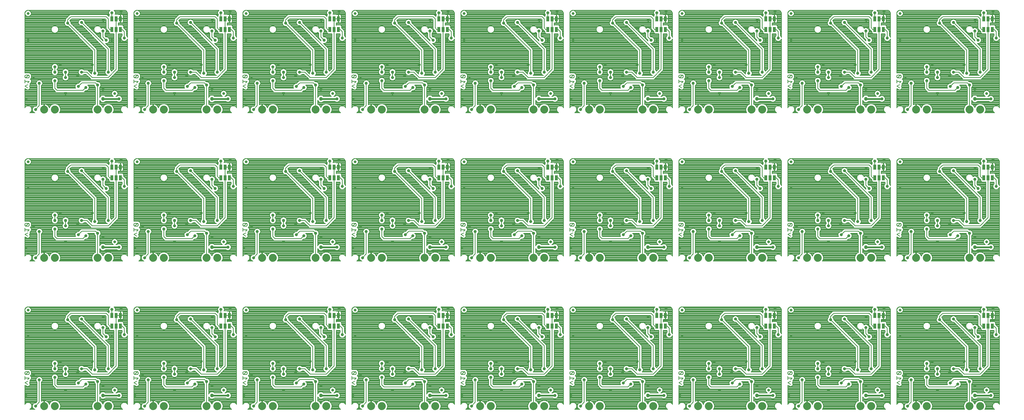
<source format=gbl>
G75*
%MOIN*%
%OFA0B0*%
%FSLAX25Y25*%
%IPPOS*%
%LPD*%
%AMOC8*
5,1,8,0,0,1.08239X$1,22.5*
%
%ADD10C,0.00800*%
%ADD11R,0.02500X0.05000*%
%ADD12R,0.01600X0.01000*%
%ADD13C,0.07400*%
%ADD14C,0.02500*%
%ADD15C,0.03000*%
%ADD16C,0.03400*%
%ADD17C,0.02900*%
%ADD18C,0.01600*%
D10*
X0034968Y0030400D02*
X0035310Y0030542D01*
X0036258Y0031490D01*
X0036772Y0032729D01*
X0036772Y0034071D01*
X0036258Y0035310D01*
X0035310Y0036258D01*
X0034071Y0036772D01*
X0032729Y0036772D01*
X0031490Y0036258D01*
X0030542Y0035310D01*
X0030400Y0034968D01*
X0030400Y0052915D01*
X0032949Y0051641D01*
X0034521Y0052165D01*
X0035262Y0053647D01*
X0034743Y0055201D01*
X0035262Y0056756D01*
X0034935Y0057409D01*
X0035332Y0057805D01*
X0035658Y0058132D01*
X0036504Y0058977D01*
X0036504Y0060634D01*
X0035909Y0061228D01*
X0035380Y0061757D01*
X0035581Y0061958D01*
X0036504Y0062880D01*
X0036504Y0064281D01*
X0036504Y0064418D01*
X0036504Y0064537D01*
X0036504Y0064537D01*
X0036504Y0065938D01*
X0036504Y0065938D01*
X0035554Y0066888D01*
X0035332Y0067110D01*
X0034699Y0067742D01*
X0034631Y0067810D01*
X0034631Y0067810D01*
X0034631Y0067810D01*
X0033845Y0067810D01*
X0030400Y0067810D01*
X0030400Y0123400D01*
X0030458Y0123985D01*
X0030906Y0125067D01*
X0031733Y0125894D01*
X0032815Y0126342D01*
X0033400Y0126400D01*
X0110087Y0126400D01*
X0109314Y0125628D01*
X0108850Y0124507D01*
X0108850Y0123293D01*
X0109314Y0122172D01*
X0109487Y0122000D01*
X0109050Y0121563D01*
X0109050Y0120578D01*
X0107228Y0122400D01*
X0072572Y0122400D01*
X0071400Y0121228D01*
X0068400Y0118228D01*
X0068400Y0116713D01*
X0067814Y0116128D01*
X0067350Y0115007D01*
X0067350Y0113793D01*
X0067814Y0112672D01*
X0068672Y0111814D01*
X0069793Y0111350D01*
X0070622Y0111350D01*
X0093900Y0088072D01*
X0093900Y0069713D01*
X0093314Y0069128D01*
X0092850Y0068007D01*
X0092850Y0066793D01*
X0092861Y0066768D01*
X0089228Y0070400D01*
X0085713Y0070400D01*
X0085128Y0070986D01*
X0084007Y0071450D01*
X0082793Y0071450D01*
X0081672Y0070986D01*
X0080814Y0070128D01*
X0080350Y0069007D01*
X0080350Y0067793D01*
X0080814Y0066672D01*
X0081672Y0065814D01*
X0082793Y0065350D01*
X0084007Y0065350D01*
X0085128Y0065814D01*
X0085713Y0066400D01*
X0087572Y0066400D01*
X0091400Y0062572D01*
X0092572Y0061400D01*
X0109228Y0061400D01*
X0116728Y0068900D01*
X0117900Y0070072D01*
X0126400Y0070072D01*
X0126400Y0070870D02*
X0117900Y0070870D01*
X0117900Y0070072D02*
X0117900Y0104387D01*
X0117987Y0104300D01*
X0121400Y0104300D01*
X0121400Y0102713D01*
X0120814Y0102128D01*
X0120350Y0101007D01*
X0120350Y0099793D01*
X0120814Y0098672D01*
X0121672Y0097814D01*
X0122793Y0097350D01*
X0124007Y0097350D01*
X0125128Y0097814D01*
X0125986Y0098672D01*
X0126400Y0099673D01*
X0126400Y0034968D01*
X0126258Y0035310D01*
X0125310Y0036258D01*
X0124071Y0036772D01*
X0122729Y0036772D01*
X0121490Y0036258D01*
X0120542Y0035310D01*
X0120028Y0034071D01*
X0120028Y0032729D01*
X0120542Y0031490D01*
X0121490Y0030542D01*
X0121832Y0030400D01*
X0112894Y0030400D01*
X0113700Y0032346D01*
X0113700Y0034454D01*
X0112893Y0036402D01*
X0111402Y0037893D01*
X0109454Y0038700D01*
X0107346Y0038700D01*
X0105398Y0037893D01*
X0103907Y0036402D01*
X0103400Y0035178D01*
X0102893Y0036402D01*
X0101402Y0037893D01*
X0100400Y0038308D01*
X0100400Y0042019D01*
X0100602Y0041531D01*
X0101531Y0040602D01*
X0102744Y0040100D01*
X0104056Y0040100D01*
X0105269Y0040602D01*
X0105667Y0041000D01*
X0116487Y0041000D01*
X0116672Y0040814D01*
X0117793Y0040350D01*
X0119007Y0040350D01*
X0120128Y0040814D01*
X0120986Y0041672D01*
X0121450Y0042793D01*
X0121450Y0044007D01*
X0120986Y0045128D01*
X0120128Y0045986D01*
X0119007Y0046450D01*
X0117793Y0046450D01*
X0116672Y0045986D01*
X0116487Y0045800D01*
X0115570Y0045800D01*
X0116014Y0045984D01*
X0116816Y0046786D01*
X0117250Y0047833D01*
X0117250Y0048967D01*
X0116816Y0050014D01*
X0116014Y0050816D01*
X0114967Y0051250D01*
X0113833Y0051250D01*
X0112786Y0050816D01*
X0111984Y0050014D01*
X0111550Y0048967D01*
X0111550Y0047833D01*
X0111984Y0046786D01*
X0112786Y0045984D01*
X0113230Y0045800D01*
X0105667Y0045800D01*
X0105269Y0046198D01*
X0104056Y0046700D01*
X0102744Y0046700D01*
X0101531Y0046198D01*
X0100602Y0045269D01*
X0100400Y0044781D01*
X0100400Y0054087D01*
X0100986Y0054672D01*
X0101450Y0055793D01*
X0101450Y0057007D01*
X0100986Y0058128D01*
X0100128Y0058986D01*
X0099007Y0059450D01*
X0098178Y0059450D01*
X0097228Y0060400D01*
X0083072Y0060400D01*
X0081900Y0059228D01*
X0080622Y0057950D01*
X0079793Y0057950D01*
X0078672Y0057486D01*
X0077814Y0056628D01*
X0077350Y0055507D01*
X0077350Y0054293D01*
X0077720Y0053400D01*
X0061228Y0053400D01*
X0060400Y0054228D01*
X0060400Y0058087D01*
X0060986Y0058672D01*
X0061450Y0059793D01*
X0061450Y0061007D01*
X0060986Y0062128D01*
X0060128Y0062986D01*
X0059007Y0063450D01*
X0057793Y0063450D01*
X0056672Y0062986D01*
X0055814Y0062128D01*
X0055350Y0061007D01*
X0055350Y0059793D01*
X0055814Y0058672D01*
X0056400Y0058087D01*
X0056400Y0052572D01*
X0058400Y0050572D01*
X0058400Y0050572D01*
X0059572Y0049400D01*
X0085728Y0049400D01*
X0086900Y0050572D01*
X0087178Y0050850D01*
X0088007Y0050850D01*
X0089128Y0051314D01*
X0089986Y0052172D01*
X0090450Y0053293D01*
X0090450Y0054507D01*
X0089986Y0055628D01*
X0089213Y0056400D01*
X0095350Y0056400D01*
X0095350Y0055793D01*
X0095814Y0054672D01*
X0096400Y0054087D01*
X0096400Y0038308D01*
X0095398Y0037893D01*
X0093907Y0036402D01*
X0093100Y0034454D01*
X0093100Y0032346D01*
X0093906Y0030400D01*
X0062894Y0030400D01*
X0063700Y0032346D01*
X0063700Y0034454D01*
X0062893Y0036402D01*
X0061402Y0037893D01*
X0059454Y0038700D01*
X0057346Y0038700D01*
X0055398Y0037893D01*
X0053907Y0036402D01*
X0053279Y0034887D01*
X0053126Y0035358D01*
X0052762Y0036073D01*
X0052290Y0036722D01*
X0051722Y0037290D01*
X0051073Y0037762D01*
X0050358Y0038126D01*
X0049594Y0038374D01*
X0048801Y0038500D01*
X0048800Y0038500D01*
X0048800Y0033800D01*
X0048000Y0033800D01*
X0048000Y0038500D01*
X0047999Y0038500D01*
X0047206Y0038374D01*
X0046442Y0038126D01*
X0045900Y0037850D01*
X0045900Y0055587D01*
X0046486Y0056172D01*
X0046950Y0057293D01*
X0046950Y0058507D01*
X0046486Y0059628D01*
X0045628Y0060486D01*
X0044507Y0060950D01*
X0043293Y0060950D01*
X0042172Y0060486D01*
X0041314Y0059628D01*
X0040850Y0058507D01*
X0040850Y0057293D01*
X0041314Y0056172D01*
X0041900Y0055587D01*
X0041900Y0037728D01*
X0040622Y0036450D01*
X0039793Y0036450D01*
X0038672Y0035986D01*
X0037814Y0035128D01*
X0037350Y0034007D01*
X0037350Y0032793D01*
X0037814Y0031672D01*
X0038672Y0030814D01*
X0039673Y0030400D01*
X0034968Y0030400D01*
X0035713Y0030945D02*
X0038542Y0030945D01*
X0037785Y0031743D02*
X0036363Y0031743D01*
X0036694Y0032542D02*
X0037454Y0032542D01*
X0037350Y0033340D02*
X0036772Y0033340D01*
X0036743Y0034139D02*
X0037405Y0034139D01*
X0037736Y0034937D02*
X0036413Y0034937D01*
X0035832Y0035736D02*
X0038423Y0035736D01*
X0040706Y0036534D02*
X0034643Y0036534D01*
X0032157Y0036534D02*
X0030400Y0036534D01*
X0030400Y0035736D02*
X0030968Y0035736D01*
X0030400Y0037333D02*
X0041505Y0037333D01*
X0041900Y0038132D02*
X0030400Y0038132D01*
X0030400Y0038930D02*
X0041900Y0038930D01*
X0041900Y0039729D02*
X0030400Y0039729D01*
X0030400Y0040527D02*
X0041900Y0040527D01*
X0041900Y0041326D02*
X0030400Y0041326D01*
X0030400Y0042124D02*
X0041900Y0042124D01*
X0041900Y0042923D02*
X0030400Y0042923D01*
X0030400Y0043721D02*
X0041900Y0043721D01*
X0041900Y0044520D02*
X0030400Y0044520D01*
X0030400Y0045318D02*
X0041900Y0045318D01*
X0041900Y0046117D02*
X0030400Y0046117D01*
X0030400Y0046915D02*
X0041900Y0046915D01*
X0041900Y0047714D02*
X0030400Y0047714D01*
X0030400Y0048512D02*
X0041900Y0048512D01*
X0041900Y0049311D02*
X0030400Y0049311D01*
X0030400Y0050109D02*
X0041900Y0050109D01*
X0041900Y0050908D02*
X0030400Y0050908D01*
X0030400Y0051706D02*
X0032818Y0051706D01*
X0033146Y0051706D02*
X0041900Y0051706D01*
X0041900Y0052505D02*
X0034691Y0052505D01*
X0035090Y0053303D02*
X0041900Y0053303D01*
X0041900Y0054102D02*
X0035110Y0054102D01*
X0034844Y0054900D02*
X0041900Y0054900D01*
X0041788Y0055699D02*
X0034909Y0055699D01*
X0035176Y0056497D02*
X0041180Y0056497D01*
X0040850Y0057296D02*
X0034992Y0057296D01*
X0035332Y0057805D02*
X0035332Y0057805D01*
X0035621Y0058094D02*
X0040850Y0058094D01*
X0041010Y0058893D02*
X0036420Y0058893D01*
X0036504Y0059691D02*
X0041378Y0059691D01*
X0042182Y0060490D02*
X0036504Y0060490D01*
X0035849Y0061288D02*
X0055467Y0061288D01*
X0055350Y0060490D02*
X0045618Y0060490D01*
X0046422Y0059691D02*
X0055392Y0059691D01*
X0055723Y0058893D02*
X0046790Y0058893D01*
X0046950Y0058094D02*
X0056392Y0058094D01*
X0056400Y0057296D02*
X0046950Y0057296D01*
X0046620Y0056497D02*
X0056400Y0056497D01*
X0056400Y0055699D02*
X0046012Y0055699D01*
X0045900Y0054900D02*
X0056400Y0054900D01*
X0056400Y0054102D02*
X0045900Y0054102D01*
X0045900Y0053303D02*
X0056400Y0053303D01*
X0056467Y0052505D02*
X0045900Y0052505D01*
X0045900Y0051706D02*
X0057265Y0051706D01*
X0058064Y0050908D02*
X0045900Y0050908D01*
X0045900Y0050109D02*
X0058862Y0050109D01*
X0060400Y0051400D02*
X0058400Y0053400D01*
X0058400Y0060400D01*
X0061450Y0060490D02*
X0067456Y0060490D01*
X0067793Y0060350D02*
X0069007Y0060350D01*
X0070128Y0060814D01*
X0070986Y0061672D01*
X0071450Y0062793D01*
X0071450Y0064007D01*
X0070986Y0065128D01*
X0070400Y0065713D01*
X0070400Y0066016D01*
X0071028Y0066644D01*
X0071500Y0067783D01*
X0071500Y0069017D01*
X0071028Y0070156D01*
X0070156Y0071028D01*
X0069017Y0071500D01*
X0067783Y0071500D01*
X0066644Y0071028D01*
X0065772Y0070156D01*
X0065300Y0069017D01*
X0065300Y0067783D01*
X0065772Y0066644D01*
X0066400Y0066016D01*
X0066400Y0065713D01*
X0065814Y0065128D01*
X0065350Y0064007D01*
X0065350Y0062793D01*
X0065814Y0061672D01*
X0066672Y0060814D01*
X0067793Y0060350D01*
X0069344Y0060490D02*
X0126400Y0060490D01*
X0126400Y0061288D02*
X0070602Y0061288D01*
X0071157Y0062087D02*
X0091885Y0062087D01*
X0091086Y0062885D02*
X0071450Y0062885D01*
X0071450Y0063684D02*
X0090288Y0063684D01*
X0089489Y0064482D02*
X0071253Y0064482D01*
X0070832Y0065281D02*
X0088691Y0065281D01*
X0087892Y0066079D02*
X0085393Y0066079D01*
X0083400Y0068400D02*
X0088400Y0068400D01*
X0093400Y0063400D01*
X0108400Y0063400D01*
X0115900Y0070900D01*
X0115900Y0108400D01*
X0115900Y0118400D01*
X0111900Y0118400D02*
X0111900Y0123900D01*
X0114735Y0122774D02*
X0126400Y0122774D01*
X0126400Y0123400D02*
X0126400Y0101127D01*
X0125986Y0102128D01*
X0125400Y0102713D01*
X0125400Y0107228D01*
X0123400Y0109228D01*
X0122750Y0109878D01*
X0122750Y0111563D01*
X0121813Y0112500D01*
X0117987Y0112500D01*
X0117900Y0112413D01*
X0117900Y0114387D01*
X0118109Y0114596D01*
X0118110Y0114595D01*
X0118466Y0114500D01*
X0119675Y0114500D01*
X0119675Y0116612D01*
X0120125Y0117062D01*
X0120125Y0114500D01*
X0121334Y0114500D01*
X0121690Y0114595D01*
X0122010Y0114780D01*
X0122270Y0115040D01*
X0122455Y0115360D01*
X0122550Y0115716D01*
X0122550Y0118175D01*
X0120300Y0118175D01*
X0120300Y0118625D01*
X0122550Y0118625D01*
X0122550Y0121084D01*
X0122455Y0121440D01*
X0122270Y0121760D01*
X0122010Y0122020D01*
X0121690Y0122205D01*
X0121334Y0122300D01*
X0120125Y0122300D01*
X0120125Y0119738D01*
X0119675Y0120188D01*
X0119675Y0122300D01*
X0118466Y0122300D01*
X0118110Y0122205D01*
X0118109Y0122204D01*
X0117813Y0122500D01*
X0114621Y0122500D01*
X0114950Y0123293D01*
X0114950Y0124507D01*
X0114486Y0125628D01*
X0113713Y0126400D01*
X0123400Y0126400D01*
X0123985Y0126342D01*
X0125067Y0125894D01*
X0125894Y0125067D01*
X0126342Y0123985D01*
X0126400Y0123400D01*
X0126383Y0123572D02*
X0114950Y0123572D01*
X0114950Y0124371D02*
X0126183Y0124371D01*
X0125792Y0125169D02*
X0114676Y0125169D01*
X0114146Y0125968D02*
X0124890Y0125968D01*
X0126400Y0121975D02*
X0122055Y0121975D01*
X0122525Y0121177D02*
X0126400Y0121177D01*
X0126400Y0120378D02*
X0122550Y0120378D01*
X0122550Y0119580D02*
X0126400Y0119580D01*
X0126400Y0118781D02*
X0122550Y0118781D01*
X0122550Y0117983D02*
X0126400Y0117983D01*
X0126400Y0117184D02*
X0122550Y0117184D01*
X0122550Y0116386D02*
X0126400Y0116386D01*
X0126400Y0115587D02*
X0122516Y0115587D01*
X0122018Y0114789D02*
X0126400Y0114789D01*
X0126400Y0113990D02*
X0117900Y0113990D01*
X0117900Y0113192D02*
X0126400Y0113192D01*
X0126400Y0112393D02*
X0121920Y0112393D01*
X0122718Y0111595D02*
X0126400Y0111595D01*
X0126400Y0110796D02*
X0122750Y0110796D01*
X0122750Y0109998D02*
X0126400Y0109998D01*
X0126400Y0109199D02*
X0123429Y0109199D01*
X0124228Y0108401D02*
X0126400Y0108401D01*
X0126400Y0107602D02*
X0125026Y0107602D01*
X0125400Y0106803D02*
X0126400Y0106803D01*
X0126400Y0106005D02*
X0125400Y0106005D01*
X0125400Y0105206D02*
X0126400Y0105206D01*
X0126400Y0104408D02*
X0125400Y0104408D01*
X0125400Y0103609D02*
X0126400Y0103609D01*
X0126400Y0102811D02*
X0125400Y0102811D01*
X0126033Y0102012D02*
X0126400Y0102012D01*
X0126364Y0101214D02*
X0126400Y0101214D01*
X0126377Y0099617D02*
X0126400Y0099617D01*
X0126400Y0098818D02*
X0126046Y0098818D01*
X0126400Y0098020D02*
X0125333Y0098020D01*
X0126400Y0097221D02*
X0117900Y0097221D01*
X0117900Y0096423D02*
X0126400Y0096423D01*
X0126400Y0095624D02*
X0117900Y0095624D01*
X0117900Y0094826D02*
X0126400Y0094826D01*
X0126400Y0094027D02*
X0117900Y0094027D01*
X0117900Y0093229D02*
X0126400Y0093229D01*
X0126400Y0092430D02*
X0117900Y0092430D01*
X0117900Y0091632D02*
X0126400Y0091632D01*
X0126400Y0090833D02*
X0117900Y0090833D01*
X0117900Y0090035D02*
X0126400Y0090035D01*
X0126400Y0089236D02*
X0117900Y0089236D01*
X0117900Y0088438D02*
X0126400Y0088438D01*
X0126400Y0087639D02*
X0117900Y0087639D01*
X0117900Y0086841D02*
X0126400Y0086841D01*
X0126400Y0086042D02*
X0117900Y0086042D01*
X0117900Y0085244D02*
X0126400Y0085244D01*
X0126400Y0084445D02*
X0117900Y0084445D01*
X0117900Y0083647D02*
X0126400Y0083647D01*
X0126400Y0082848D02*
X0117900Y0082848D01*
X0117900Y0082050D02*
X0126400Y0082050D01*
X0126400Y0081251D02*
X0117900Y0081251D01*
X0117900Y0080453D02*
X0126400Y0080453D01*
X0126400Y0079654D02*
X0117900Y0079654D01*
X0117900Y0078856D02*
X0126400Y0078856D01*
X0126400Y0078057D02*
X0117900Y0078057D01*
X0117900Y0077259D02*
X0126400Y0077259D01*
X0126400Y0076460D02*
X0117900Y0076460D01*
X0117900Y0075662D02*
X0126400Y0075662D01*
X0126400Y0074863D02*
X0117900Y0074863D01*
X0117900Y0074065D02*
X0126400Y0074065D01*
X0126400Y0073266D02*
X0117900Y0073266D01*
X0117900Y0072468D02*
X0126400Y0072468D01*
X0126400Y0071669D02*
X0117900Y0071669D01*
X0117102Y0069273D02*
X0126400Y0069273D01*
X0126400Y0068475D02*
X0116303Y0068475D01*
X0115505Y0067676D02*
X0126400Y0067676D01*
X0126400Y0066878D02*
X0114706Y0066878D01*
X0113908Y0066079D02*
X0126400Y0066079D01*
X0126400Y0065281D02*
X0113109Y0065281D01*
X0112311Y0064482D02*
X0126400Y0064482D01*
X0126400Y0063684D02*
X0111512Y0063684D01*
X0110714Y0062885D02*
X0126400Y0062885D01*
X0126400Y0062087D02*
X0109915Y0062087D01*
X0107572Y0065400D02*
X0098213Y0065400D01*
X0098486Y0065672D01*
X0098950Y0066793D01*
X0098950Y0068007D01*
X0098486Y0069128D01*
X0097900Y0069713D01*
X0097900Y0089728D01*
X0096728Y0090900D01*
X0073450Y0114178D01*
X0073450Y0115007D01*
X0072986Y0116128D01*
X0072471Y0116642D01*
X0074228Y0118400D01*
X0105572Y0118400D01*
X0106400Y0117572D01*
X0106400Y0109072D01*
X0109050Y0106422D01*
X0109050Y0105237D01*
X0109987Y0104300D01*
X0113813Y0104300D01*
X0113900Y0104387D01*
X0113900Y0071728D01*
X0111370Y0069199D01*
X0110986Y0070128D01*
X0110400Y0070713D01*
X0110400Y0090728D01*
X0105768Y0095361D01*
X0105793Y0095350D01*
X0107007Y0095350D01*
X0108128Y0095814D01*
X0108986Y0096672D01*
X0109450Y0097793D01*
X0109450Y0099007D01*
X0108986Y0100128D01*
X0108128Y0100986D01*
X0107007Y0101450D01*
X0106178Y0101450D01*
X0105400Y0102228D01*
X0105400Y0104587D01*
X0105986Y0105172D01*
X0106450Y0106293D01*
X0106450Y0107507D01*
X0105986Y0108628D01*
X0105128Y0109486D01*
X0104007Y0109950D01*
X0102793Y0109950D01*
X0101672Y0109486D01*
X0101621Y0109434D01*
X0101258Y0110310D01*
X0100310Y0111258D01*
X0099071Y0111772D01*
X0097729Y0111772D01*
X0096490Y0111258D01*
X0095542Y0110310D01*
X0095028Y0109071D01*
X0095028Y0107729D01*
X0095542Y0106490D01*
X0096490Y0105542D01*
X0097729Y0105028D01*
X0099071Y0105028D01*
X0100310Y0105542D01*
X0100558Y0105790D01*
X0100814Y0105172D01*
X0101400Y0104587D01*
X0101400Y0100572D01*
X0102572Y0099400D01*
X0103350Y0098622D01*
X0103350Y0097793D01*
X0103361Y0097768D01*
X0086450Y0114678D01*
X0086450Y0115507D01*
X0085986Y0116628D01*
X0085128Y0117486D01*
X0084007Y0117950D01*
X0082793Y0117950D01*
X0081672Y0117486D01*
X0080814Y0116628D01*
X0080350Y0115507D01*
X0080350Y0114293D01*
X0080814Y0113172D01*
X0081672Y0112314D01*
X0082793Y0111850D01*
X0083622Y0111850D01*
X0106400Y0089072D01*
X0106400Y0070713D01*
X0105814Y0070128D01*
X0105350Y0069007D01*
X0105350Y0067793D01*
X0105814Y0066672D01*
X0106672Y0065814D01*
X0107601Y0065430D01*
X0107572Y0065400D01*
X0106407Y0066079D02*
X0098654Y0066079D01*
X0098950Y0066878D02*
X0105729Y0066878D01*
X0105398Y0067676D02*
X0098950Y0067676D01*
X0098756Y0068475D02*
X0105350Y0068475D01*
X0105461Y0069273D02*
X0098340Y0069273D01*
X0097900Y0070072D02*
X0105791Y0070072D01*
X0106400Y0070870D02*
X0097900Y0070870D01*
X0097900Y0071669D02*
X0106400Y0071669D01*
X0106400Y0072468D02*
X0097900Y0072468D01*
X0097900Y0073266D02*
X0106400Y0073266D01*
X0106400Y0074065D02*
X0097900Y0074065D01*
X0097900Y0074863D02*
X0106400Y0074863D01*
X0106400Y0075662D02*
X0097900Y0075662D01*
X0097900Y0076460D02*
X0106400Y0076460D01*
X0106400Y0077259D02*
X0097900Y0077259D01*
X0097900Y0078057D02*
X0106400Y0078057D01*
X0106400Y0078856D02*
X0097900Y0078856D01*
X0097900Y0079654D02*
X0106400Y0079654D01*
X0106400Y0080453D02*
X0097900Y0080453D01*
X0097900Y0081251D02*
X0106400Y0081251D01*
X0106400Y0082050D02*
X0097900Y0082050D01*
X0097900Y0082848D02*
X0106400Y0082848D01*
X0106400Y0083647D02*
X0097900Y0083647D01*
X0097900Y0084445D02*
X0106400Y0084445D01*
X0106400Y0085244D02*
X0097900Y0085244D01*
X0097900Y0086042D02*
X0106400Y0086042D01*
X0106400Y0086841D02*
X0097900Y0086841D01*
X0097900Y0087639D02*
X0106400Y0087639D01*
X0106400Y0088438D02*
X0097900Y0088438D01*
X0097900Y0089236D02*
X0106235Y0089236D01*
X0105437Y0090035D02*
X0097594Y0090035D01*
X0096795Y0090833D02*
X0104638Y0090833D01*
X0103840Y0091632D02*
X0095997Y0091632D01*
X0095198Y0092430D02*
X0103041Y0092430D01*
X0102243Y0093229D02*
X0094400Y0093229D01*
X0093601Y0094027D02*
X0101444Y0094027D01*
X0100646Y0094826D02*
X0092803Y0094826D01*
X0092004Y0095624D02*
X0099847Y0095624D01*
X0099049Y0096423D02*
X0091206Y0096423D01*
X0090407Y0097221D02*
X0098250Y0097221D01*
X0097452Y0098020D02*
X0089609Y0098020D01*
X0088810Y0098818D02*
X0096653Y0098818D01*
X0095855Y0099617D02*
X0088012Y0099617D01*
X0087213Y0100415D02*
X0095056Y0100415D01*
X0094258Y0101214D02*
X0086414Y0101214D01*
X0085616Y0102012D02*
X0093459Y0102012D01*
X0092661Y0102811D02*
X0084817Y0102811D01*
X0084019Y0103609D02*
X0091862Y0103609D01*
X0091064Y0104408D02*
X0083220Y0104408D01*
X0082422Y0105206D02*
X0090265Y0105206D01*
X0089467Y0106005D02*
X0081623Y0106005D01*
X0080825Y0106803D02*
X0088668Y0106803D01*
X0087870Y0107602D02*
X0080026Y0107602D01*
X0079228Y0108401D02*
X0087071Y0108401D01*
X0086273Y0109199D02*
X0078429Y0109199D01*
X0077631Y0109998D02*
X0085474Y0109998D01*
X0084676Y0110796D02*
X0076832Y0110796D01*
X0076034Y0111595D02*
X0083877Y0111595D01*
X0081594Y0112393D02*
X0075235Y0112393D01*
X0074437Y0113192D02*
X0080806Y0113192D01*
X0080476Y0113990D02*
X0073638Y0113990D01*
X0073450Y0114789D02*
X0080350Y0114789D01*
X0080383Y0115587D02*
X0073210Y0115587D01*
X0072728Y0116386D02*
X0080714Y0116386D01*
X0081371Y0117184D02*
X0073013Y0117184D01*
X0073811Y0117983D02*
X0105989Y0117983D01*
X0106400Y0117184D02*
X0085429Y0117184D01*
X0086086Y0116386D02*
X0106400Y0116386D01*
X0106400Y0115587D02*
X0086417Y0115587D01*
X0086450Y0114789D02*
X0106400Y0114789D01*
X0106400Y0113990D02*
X0087138Y0113990D01*
X0087937Y0113192D02*
X0106400Y0113192D01*
X0106400Y0112393D02*
X0088735Y0112393D01*
X0089534Y0111595D02*
X0097302Y0111595D01*
X0096028Y0110796D02*
X0090332Y0110796D01*
X0091131Y0109998D02*
X0095412Y0109998D01*
X0095082Y0109199D02*
X0091929Y0109199D01*
X0092728Y0108401D02*
X0095028Y0108401D01*
X0095081Y0107602D02*
X0093526Y0107602D01*
X0094325Y0106803D02*
X0095412Y0106803D01*
X0095123Y0106005D02*
X0096027Y0106005D01*
X0095922Y0105206D02*
X0097299Y0105206D01*
X0096720Y0104408D02*
X0101400Y0104408D01*
X0101400Y0103609D02*
X0097519Y0103609D01*
X0098317Y0102811D02*
X0101400Y0102811D01*
X0101400Y0102012D02*
X0099116Y0102012D01*
X0099914Y0101214D02*
X0101400Y0101214D01*
X0101556Y0100415D02*
X0100713Y0100415D01*
X0101512Y0099617D02*
X0102355Y0099617D01*
X0102310Y0098818D02*
X0103153Y0098818D01*
X0103109Y0098020D02*
X0103350Y0098020D01*
X0106400Y0098400D02*
X0103400Y0101400D01*
X0103400Y0106900D01*
X0106450Y0106803D02*
X0108668Y0106803D01*
X0109050Y0106005D02*
X0106331Y0106005D01*
X0106000Y0105206D02*
X0109081Y0105206D01*
X0109879Y0104408D02*
X0105400Y0104408D01*
X0105400Y0103609D02*
X0113900Y0103609D01*
X0113900Y0102811D02*
X0105400Y0102811D01*
X0105616Y0102012D02*
X0113900Y0102012D01*
X0113900Y0101214D02*
X0107577Y0101214D01*
X0108698Y0100415D02*
X0113900Y0100415D01*
X0113900Y0099617D02*
X0109197Y0099617D01*
X0109450Y0098818D02*
X0113900Y0098818D01*
X0113900Y0098020D02*
X0109450Y0098020D01*
X0109213Y0097221D02*
X0113900Y0097221D01*
X0113900Y0096423D02*
X0108736Y0096423D01*
X0107669Y0095624D02*
X0113900Y0095624D01*
X0113900Y0094826D02*
X0106303Y0094826D01*
X0107101Y0094027D02*
X0113900Y0094027D01*
X0113900Y0093229D02*
X0107900Y0093229D01*
X0108698Y0092430D02*
X0113900Y0092430D01*
X0113900Y0091632D02*
X0109497Y0091632D01*
X0110295Y0090833D02*
X0113900Y0090833D01*
X0113900Y0090035D02*
X0110400Y0090035D01*
X0110400Y0089236D02*
X0113900Y0089236D01*
X0113900Y0088438D02*
X0110400Y0088438D01*
X0110400Y0087639D02*
X0113900Y0087639D01*
X0113900Y0086841D02*
X0110400Y0086841D01*
X0110400Y0086042D02*
X0113900Y0086042D01*
X0113900Y0085244D02*
X0110400Y0085244D01*
X0110400Y0084445D02*
X0113900Y0084445D01*
X0113900Y0083647D02*
X0110400Y0083647D01*
X0110400Y0082848D02*
X0113900Y0082848D01*
X0113900Y0082050D02*
X0110400Y0082050D01*
X0110400Y0081251D02*
X0113900Y0081251D01*
X0113900Y0080453D02*
X0110400Y0080453D01*
X0110400Y0079654D02*
X0113900Y0079654D01*
X0113900Y0078856D02*
X0110400Y0078856D01*
X0110400Y0078057D02*
X0113900Y0078057D01*
X0113900Y0077259D02*
X0110400Y0077259D01*
X0110400Y0076460D02*
X0113900Y0076460D01*
X0113900Y0075662D02*
X0110400Y0075662D01*
X0110400Y0074863D02*
X0113900Y0074863D01*
X0113900Y0074065D02*
X0110400Y0074065D01*
X0110400Y0073266D02*
X0113900Y0073266D01*
X0113900Y0072468D02*
X0110400Y0072468D01*
X0110400Y0071669D02*
X0113841Y0071669D01*
X0113042Y0070870D02*
X0110400Y0070870D01*
X0111009Y0070072D02*
X0112244Y0070072D01*
X0111445Y0069273D02*
X0111339Y0069273D01*
X0108400Y0068400D02*
X0108400Y0089900D01*
X0083400Y0114900D01*
X0073400Y0120400D02*
X0106400Y0120400D01*
X0108400Y0118400D01*
X0108400Y0109900D01*
X0109900Y0108400D01*
X0111900Y0108400D01*
X0107870Y0107602D02*
X0106411Y0107602D01*
X0106080Y0108401D02*
X0107071Y0108401D01*
X0106400Y0109199D02*
X0105414Y0109199D01*
X0106400Y0109998D02*
X0101388Y0109998D01*
X0100772Y0110796D02*
X0106400Y0110796D01*
X0106400Y0111595D02*
X0099498Y0111595D01*
X0099501Y0105206D02*
X0100800Y0105206D01*
X0117900Y0104387D02*
X0117900Y0104387D01*
X0117900Y0103609D02*
X0121400Y0103609D01*
X0121400Y0102811D02*
X0117900Y0102811D01*
X0117900Y0102012D02*
X0120767Y0102012D01*
X0120436Y0101214D02*
X0117900Y0101214D01*
X0117900Y0100415D02*
X0120350Y0100415D01*
X0120423Y0099617D02*
X0117900Y0099617D01*
X0117900Y0098818D02*
X0120754Y0098818D01*
X0121467Y0098020D02*
X0117900Y0098020D01*
X0123400Y0100400D02*
X0123400Y0106400D01*
X0121400Y0108400D01*
X0119900Y0108400D01*
X0117900Y0112413D02*
X0117900Y0112413D01*
X0119675Y0114789D02*
X0120125Y0114789D01*
X0120125Y0115587D02*
X0119675Y0115587D01*
X0119675Y0116386D02*
X0120125Y0116386D01*
X0120125Y0120378D02*
X0119675Y0120378D01*
X0119675Y0121177D02*
X0120125Y0121177D01*
X0120125Y0121975D02*
X0119675Y0121975D01*
X0109462Y0121975D02*
X0107653Y0121975D01*
X0108452Y0121177D02*
X0109050Y0121177D01*
X0109065Y0122774D02*
X0036225Y0122774D01*
X0036250Y0122833D02*
X0036250Y0123967D01*
X0035816Y0125014D01*
X0035014Y0125816D01*
X0033967Y0126250D01*
X0032833Y0126250D01*
X0031786Y0125816D01*
X0030984Y0125014D01*
X0030550Y0123967D01*
X0030550Y0122833D01*
X0030984Y0121786D01*
X0031786Y0120984D01*
X0032833Y0120550D01*
X0033967Y0120550D01*
X0035014Y0120984D01*
X0035816Y0121786D01*
X0036250Y0122833D01*
X0036250Y0123572D02*
X0108850Y0123572D01*
X0108850Y0124371D02*
X0036083Y0124371D01*
X0035661Y0125169D02*
X0109124Y0125169D01*
X0109654Y0125968D02*
X0034648Y0125968D01*
X0032152Y0125968D02*
X0031910Y0125968D01*
X0031139Y0125169D02*
X0031008Y0125169D01*
X0030717Y0124371D02*
X0030617Y0124371D01*
X0030550Y0123572D02*
X0030417Y0123572D01*
X0030400Y0122774D02*
X0030575Y0122774D01*
X0030400Y0121975D02*
X0030905Y0121975D01*
X0030400Y0121177D02*
X0031593Y0121177D01*
X0030400Y0120378D02*
X0070550Y0120378D01*
X0071348Y0121177D02*
X0035207Y0121177D01*
X0035895Y0121975D02*
X0072147Y0121975D01*
X0073400Y0120400D02*
X0070400Y0117400D01*
X0070400Y0114400D01*
X0095900Y0088900D01*
X0095900Y0067400D01*
X0093044Y0068475D02*
X0091153Y0068475D01*
X0090355Y0069273D02*
X0093460Y0069273D01*
X0093900Y0070072D02*
X0089556Y0070072D01*
X0091952Y0067676D02*
X0092850Y0067676D01*
X0092850Y0066878D02*
X0092750Y0066878D01*
X0093900Y0070870D02*
X0085243Y0070870D01*
X0081557Y0070870D02*
X0070314Y0070870D01*
X0071063Y0070072D02*
X0080791Y0070072D01*
X0080461Y0069273D02*
X0071394Y0069273D01*
X0071500Y0068475D02*
X0080350Y0068475D01*
X0080398Y0067676D02*
X0071456Y0067676D01*
X0071125Y0066878D02*
X0080729Y0066878D01*
X0081407Y0066079D02*
X0070463Y0066079D01*
X0068400Y0068400D02*
X0068400Y0063400D01*
X0066198Y0061288D02*
X0061333Y0061288D01*
X0061003Y0062087D02*
X0065643Y0062087D01*
X0065350Y0062885D02*
X0060228Y0062885D01*
X0059017Y0065300D02*
X0060156Y0065772D01*
X0061028Y0066644D01*
X0061500Y0067783D01*
X0061500Y0069017D01*
X0061028Y0070156D01*
X0060400Y0070784D01*
X0060400Y0071087D01*
X0060986Y0071672D01*
X0061450Y0072793D01*
X0061450Y0074007D01*
X0060986Y0075128D01*
X0060128Y0075986D01*
X0059007Y0076450D01*
X0057793Y0076450D01*
X0056672Y0075986D01*
X0055814Y0075128D01*
X0055350Y0074007D01*
X0055350Y0072793D01*
X0055814Y0071672D01*
X0056400Y0071087D01*
X0056400Y0070784D01*
X0055772Y0070156D01*
X0055300Y0069017D01*
X0055300Y0067783D01*
X0055772Y0066644D01*
X0056644Y0065772D01*
X0057783Y0065300D01*
X0059017Y0065300D01*
X0060463Y0066079D02*
X0066337Y0066079D01*
X0065968Y0065281D02*
X0036504Y0065281D01*
X0036504Y0065938D02*
X0036504Y0065938D01*
X0036362Y0066079D02*
X0056337Y0066079D01*
X0055675Y0066878D02*
X0035564Y0066878D01*
X0035332Y0067110D02*
X0035332Y0067110D01*
X0034765Y0067676D02*
X0055344Y0067676D01*
X0055300Y0068475D02*
X0030400Y0068475D01*
X0030400Y0069273D02*
X0055406Y0069273D01*
X0055737Y0070072D02*
X0030400Y0070072D01*
X0030400Y0070870D02*
X0056400Y0070870D01*
X0055818Y0071669D02*
X0030400Y0071669D01*
X0030400Y0072468D02*
X0055485Y0072468D01*
X0055350Y0073266D02*
X0030400Y0073266D01*
X0030400Y0074065D02*
X0055374Y0074065D01*
X0055705Y0074863D02*
X0030400Y0074863D01*
X0030400Y0075662D02*
X0056348Y0075662D01*
X0058400Y0073400D02*
X0058400Y0068400D01*
X0061500Y0068475D02*
X0065300Y0068475D01*
X0065344Y0067676D02*
X0061456Y0067676D01*
X0061125Y0066878D02*
X0065675Y0066878D01*
X0065547Y0064482D02*
X0036504Y0064482D01*
X0036504Y0064281D02*
X0036504Y0064281D01*
X0036504Y0063684D02*
X0065350Y0063684D01*
X0065406Y0069273D02*
X0061394Y0069273D01*
X0061063Y0070072D02*
X0065737Y0070072D01*
X0066486Y0070870D02*
X0060400Y0070870D01*
X0060982Y0071669D02*
X0093900Y0071669D01*
X0093900Y0072468D02*
X0061315Y0072468D01*
X0061450Y0073266D02*
X0093900Y0073266D01*
X0093900Y0074065D02*
X0061426Y0074065D01*
X0061095Y0074863D02*
X0093900Y0074863D01*
X0093900Y0075662D02*
X0060452Y0075662D01*
X0056572Y0062885D02*
X0036504Y0062885D01*
X0036504Y0062880D02*
X0036504Y0062880D01*
X0036504Y0062880D01*
X0035710Y0062087D02*
X0055797Y0062087D01*
X0060408Y0058094D02*
X0080766Y0058094D01*
X0081564Y0058893D02*
X0061077Y0058893D01*
X0061408Y0059691D02*
X0082363Y0059691D01*
X0081900Y0059228D02*
X0081900Y0059228D01*
X0083900Y0058400D02*
X0096400Y0058400D01*
X0098400Y0056400D01*
X0098400Y0033400D01*
X0093100Y0033340D02*
X0063700Y0033340D01*
X0063700Y0032542D02*
X0093100Y0032542D01*
X0093349Y0031743D02*
X0063450Y0031743D01*
X0063120Y0030945D02*
X0093680Y0030945D01*
X0093100Y0034139D02*
X0063700Y0034139D01*
X0063500Y0034937D02*
X0093300Y0034937D01*
X0093631Y0035736D02*
X0063169Y0035736D01*
X0062761Y0036534D02*
X0094039Y0036534D01*
X0094838Y0037333D02*
X0061962Y0037333D01*
X0060827Y0038132D02*
X0095973Y0038132D01*
X0096400Y0038930D02*
X0045900Y0038930D01*
X0045900Y0038132D02*
X0046458Y0038132D01*
X0048000Y0038132D02*
X0048800Y0038132D01*
X0048800Y0037333D02*
X0048000Y0037333D01*
X0048000Y0036534D02*
X0048800Y0036534D01*
X0048800Y0035736D02*
X0048000Y0035736D01*
X0048000Y0034937D02*
X0048800Y0034937D01*
X0048800Y0034139D02*
X0048000Y0034139D01*
X0050342Y0038132D02*
X0055973Y0038132D01*
X0054838Y0037333D02*
X0051663Y0037333D01*
X0052427Y0036534D02*
X0054039Y0036534D01*
X0053631Y0035736D02*
X0052934Y0035736D01*
X0053263Y0034937D02*
X0053300Y0034937D01*
X0045900Y0039729D02*
X0096400Y0039729D01*
X0096400Y0040527D02*
X0045900Y0040527D01*
X0045900Y0041326D02*
X0096400Y0041326D01*
X0096400Y0042124D02*
X0045900Y0042124D01*
X0045900Y0042923D02*
X0096400Y0042923D01*
X0096400Y0043721D02*
X0045900Y0043721D01*
X0045900Y0044520D02*
X0096400Y0044520D01*
X0096400Y0045318D02*
X0045900Y0045318D01*
X0045900Y0046117D02*
X0096400Y0046117D01*
X0096400Y0046915D02*
X0045900Y0046915D01*
X0045900Y0047714D02*
X0096400Y0047714D01*
X0096400Y0048512D02*
X0045900Y0048512D01*
X0045900Y0049311D02*
X0096400Y0049311D01*
X0096400Y0050109D02*
X0086438Y0050109D01*
X0088146Y0050908D02*
X0096400Y0050908D01*
X0096400Y0051706D02*
X0089520Y0051706D01*
X0090123Y0052505D02*
X0096400Y0052505D01*
X0096400Y0053303D02*
X0090450Y0053303D01*
X0090450Y0054102D02*
X0096385Y0054102D01*
X0095720Y0054900D02*
X0090287Y0054900D01*
X0089915Y0055699D02*
X0095389Y0055699D01*
X0097937Y0059691D02*
X0126400Y0059691D01*
X0126400Y0058893D02*
X0100221Y0058893D01*
X0100999Y0058094D02*
X0126400Y0058094D01*
X0126400Y0057296D02*
X0101330Y0057296D01*
X0101450Y0056497D02*
X0126400Y0056497D01*
X0126400Y0055699D02*
X0101411Y0055699D01*
X0101080Y0054900D02*
X0126400Y0054900D01*
X0126400Y0054102D02*
X0100415Y0054102D01*
X0100400Y0053303D02*
X0126400Y0053303D01*
X0126400Y0052505D02*
X0100400Y0052505D01*
X0100400Y0051706D02*
X0126400Y0051706D01*
X0126400Y0050908D02*
X0115793Y0050908D01*
X0116721Y0050109D02*
X0126400Y0050109D01*
X0126400Y0049311D02*
X0117108Y0049311D01*
X0117250Y0048512D02*
X0126400Y0048512D01*
X0126400Y0047714D02*
X0117201Y0047714D01*
X0116870Y0046915D02*
X0126400Y0046915D01*
X0126400Y0046117D02*
X0119811Y0046117D01*
X0120795Y0045318D02*
X0126400Y0045318D01*
X0126400Y0044520D02*
X0121238Y0044520D01*
X0121450Y0043721D02*
X0126400Y0043721D01*
X0126400Y0042923D02*
X0121450Y0042923D01*
X0121173Y0042124D02*
X0126400Y0042124D01*
X0126400Y0041326D02*
X0120639Y0041326D01*
X0119434Y0040527D02*
X0126400Y0040527D01*
X0126400Y0039729D02*
X0100400Y0039729D01*
X0100400Y0040527D02*
X0101713Y0040527D01*
X0100808Y0041326D02*
X0100400Y0041326D01*
X0100400Y0038930D02*
X0126400Y0038930D01*
X0126400Y0038132D02*
X0110827Y0038132D01*
X0111962Y0037333D02*
X0126400Y0037333D01*
X0126400Y0036534D02*
X0124643Y0036534D01*
X0125832Y0035736D02*
X0126400Y0035736D01*
X0122157Y0036534D02*
X0112761Y0036534D01*
X0113169Y0035736D02*
X0120968Y0035736D01*
X0120387Y0034937D02*
X0113500Y0034937D01*
X0113700Y0034139D02*
X0120057Y0034139D01*
X0120028Y0033340D02*
X0113700Y0033340D01*
X0113700Y0032542D02*
X0120106Y0032542D01*
X0120437Y0031743D02*
X0113450Y0031743D01*
X0113120Y0030945D02*
X0121087Y0030945D01*
X0132400Y0034968D02*
X0132400Y0052915D01*
X0134949Y0051641D01*
X0136521Y0052165D01*
X0137262Y0053647D01*
X0136743Y0055201D01*
X0137262Y0056756D01*
X0136935Y0057409D01*
X0137332Y0057805D01*
X0137658Y0058132D01*
X0138504Y0058977D01*
X0138504Y0060634D01*
X0137909Y0061228D01*
X0137380Y0061757D01*
X0137581Y0061958D01*
X0138504Y0062880D01*
X0138504Y0064281D01*
X0138504Y0064537D01*
X0138504Y0064537D01*
X0138504Y0065938D01*
X0138504Y0065938D01*
X0137554Y0066888D01*
X0137332Y0067110D01*
X0136699Y0067742D01*
X0136631Y0067810D01*
X0135845Y0067810D01*
X0132400Y0067810D01*
X0132400Y0123400D01*
X0132458Y0123985D01*
X0132906Y0125067D01*
X0133733Y0125894D01*
X0134815Y0126342D01*
X0135400Y0126400D01*
X0212087Y0126400D01*
X0211314Y0125628D01*
X0210850Y0124507D01*
X0210850Y0123293D01*
X0211314Y0122172D01*
X0211487Y0122000D01*
X0211050Y0121563D01*
X0211050Y0120578D01*
X0209228Y0122400D01*
X0174572Y0122400D01*
X0173400Y0121228D01*
X0170400Y0118228D01*
X0170400Y0116713D01*
X0169814Y0116128D01*
X0169350Y0115007D01*
X0169350Y0113793D01*
X0169814Y0112672D01*
X0170672Y0111814D01*
X0171793Y0111350D01*
X0172622Y0111350D01*
X0195900Y0088072D01*
X0195900Y0069713D01*
X0195314Y0069128D01*
X0194850Y0068007D01*
X0194850Y0066793D01*
X0194861Y0066768D01*
X0191228Y0070400D01*
X0187713Y0070400D01*
X0187128Y0070986D01*
X0186007Y0071450D01*
X0184793Y0071450D01*
X0183672Y0070986D01*
X0182814Y0070128D01*
X0182350Y0069007D01*
X0182350Y0067793D01*
X0182814Y0066672D01*
X0183672Y0065814D01*
X0184793Y0065350D01*
X0186007Y0065350D01*
X0187128Y0065814D01*
X0187713Y0066400D01*
X0189572Y0066400D01*
X0193400Y0062572D01*
X0194572Y0061400D01*
X0211228Y0061400D01*
X0218728Y0068900D01*
X0219900Y0070072D01*
X0228400Y0070072D01*
X0228400Y0070870D02*
X0219900Y0070870D01*
X0219900Y0070072D02*
X0219900Y0104387D01*
X0219900Y0104387D01*
X0219987Y0104300D01*
X0223400Y0104300D01*
X0223400Y0102713D01*
X0222814Y0102128D01*
X0222350Y0101007D01*
X0222350Y0099793D01*
X0222814Y0098672D01*
X0223672Y0097814D01*
X0224793Y0097350D01*
X0226007Y0097350D01*
X0227128Y0097814D01*
X0227986Y0098672D01*
X0228400Y0099673D01*
X0228400Y0034968D01*
X0228258Y0035310D01*
X0227310Y0036258D01*
X0226071Y0036772D01*
X0224729Y0036772D01*
X0223490Y0036258D01*
X0222542Y0035310D01*
X0222028Y0034071D01*
X0222028Y0032729D01*
X0222542Y0031490D01*
X0223490Y0030542D01*
X0223832Y0030400D01*
X0214894Y0030400D01*
X0215700Y0032346D01*
X0215700Y0034454D01*
X0214893Y0036402D01*
X0213402Y0037893D01*
X0211454Y0038700D01*
X0209346Y0038700D01*
X0207398Y0037893D01*
X0205907Y0036402D01*
X0205400Y0035178D01*
X0204893Y0036402D01*
X0203402Y0037893D01*
X0202400Y0038308D01*
X0202400Y0042019D01*
X0202602Y0041531D01*
X0203531Y0040602D01*
X0204744Y0040100D01*
X0206056Y0040100D01*
X0207269Y0040602D01*
X0207667Y0041000D01*
X0218487Y0041000D01*
X0218672Y0040814D01*
X0219793Y0040350D01*
X0221007Y0040350D01*
X0222128Y0040814D01*
X0222986Y0041672D01*
X0223450Y0042793D01*
X0223450Y0044007D01*
X0222986Y0045128D01*
X0222128Y0045986D01*
X0221007Y0046450D01*
X0219793Y0046450D01*
X0218672Y0045986D01*
X0218487Y0045800D01*
X0217570Y0045800D01*
X0218014Y0045984D01*
X0218816Y0046786D01*
X0219250Y0047833D01*
X0219250Y0048967D01*
X0218816Y0050014D01*
X0218014Y0050816D01*
X0216967Y0051250D01*
X0215833Y0051250D01*
X0214786Y0050816D01*
X0213984Y0050014D01*
X0213550Y0048967D01*
X0213550Y0047833D01*
X0213984Y0046786D01*
X0214786Y0045984D01*
X0215230Y0045800D01*
X0207667Y0045800D01*
X0207269Y0046198D01*
X0206056Y0046700D01*
X0204744Y0046700D01*
X0203531Y0046198D01*
X0202602Y0045269D01*
X0202400Y0044781D01*
X0202400Y0054087D01*
X0202986Y0054672D01*
X0203450Y0055793D01*
X0203450Y0057007D01*
X0202986Y0058128D01*
X0202128Y0058986D01*
X0201007Y0059450D01*
X0200178Y0059450D01*
X0199228Y0060400D01*
X0185072Y0060400D01*
X0183900Y0059228D01*
X0182622Y0057950D01*
X0181793Y0057950D01*
X0180672Y0057486D01*
X0179814Y0056628D01*
X0179350Y0055507D01*
X0179350Y0054293D01*
X0179720Y0053400D01*
X0163228Y0053400D01*
X0162400Y0054228D01*
X0162400Y0058087D01*
X0162986Y0058672D01*
X0163450Y0059793D01*
X0163450Y0061007D01*
X0162986Y0062128D01*
X0162128Y0062986D01*
X0161007Y0063450D01*
X0159793Y0063450D01*
X0158672Y0062986D01*
X0157814Y0062128D01*
X0157350Y0061007D01*
X0157350Y0059793D01*
X0157814Y0058672D01*
X0158400Y0058087D01*
X0158400Y0052572D01*
X0161572Y0049400D01*
X0187728Y0049400D01*
X0188900Y0050572D01*
X0189178Y0050850D01*
X0190007Y0050850D01*
X0191128Y0051314D01*
X0191986Y0052172D01*
X0192450Y0053293D01*
X0192450Y0054507D01*
X0191986Y0055628D01*
X0191213Y0056400D01*
X0197350Y0056400D01*
X0197350Y0055793D01*
X0197814Y0054672D01*
X0198400Y0054087D01*
X0198400Y0038308D01*
X0197398Y0037893D01*
X0195907Y0036402D01*
X0195100Y0034454D01*
X0195100Y0032346D01*
X0195906Y0030400D01*
X0164894Y0030400D01*
X0165700Y0032346D01*
X0165700Y0034454D01*
X0164893Y0036402D01*
X0163402Y0037893D01*
X0161454Y0038700D01*
X0159346Y0038700D01*
X0157398Y0037893D01*
X0155907Y0036402D01*
X0155279Y0034887D01*
X0155126Y0035358D01*
X0154762Y0036073D01*
X0154290Y0036722D01*
X0153722Y0037290D01*
X0153073Y0037762D01*
X0152358Y0038126D01*
X0151594Y0038374D01*
X0150801Y0038500D01*
X0150800Y0038500D01*
X0150800Y0033800D01*
X0150000Y0033800D01*
X0150000Y0038500D01*
X0149999Y0038500D01*
X0149206Y0038374D01*
X0148442Y0038126D01*
X0147900Y0037850D01*
X0147900Y0055587D01*
X0148486Y0056172D01*
X0148950Y0057293D01*
X0148950Y0058507D01*
X0148486Y0059628D01*
X0147628Y0060486D01*
X0146507Y0060950D01*
X0145293Y0060950D01*
X0144172Y0060486D01*
X0143314Y0059628D01*
X0142850Y0058507D01*
X0142850Y0057293D01*
X0143314Y0056172D01*
X0143900Y0055587D01*
X0143900Y0037728D01*
X0142622Y0036450D01*
X0141793Y0036450D01*
X0140672Y0035986D01*
X0139814Y0035128D01*
X0139350Y0034007D01*
X0139350Y0032793D01*
X0139814Y0031672D01*
X0140672Y0030814D01*
X0141673Y0030400D01*
X0136968Y0030400D01*
X0137310Y0030542D01*
X0138258Y0031490D01*
X0138772Y0032729D01*
X0138772Y0034071D01*
X0138258Y0035310D01*
X0137310Y0036258D01*
X0136071Y0036772D01*
X0134729Y0036772D01*
X0133490Y0036258D01*
X0132542Y0035310D01*
X0132400Y0034968D01*
X0132400Y0035736D02*
X0132968Y0035736D01*
X0132400Y0036534D02*
X0134157Y0036534D01*
X0132400Y0037333D02*
X0143505Y0037333D01*
X0143900Y0038132D02*
X0132400Y0038132D01*
X0132400Y0038930D02*
X0143900Y0038930D01*
X0143900Y0039729D02*
X0132400Y0039729D01*
X0132400Y0040527D02*
X0143900Y0040527D01*
X0143900Y0041326D02*
X0132400Y0041326D01*
X0132400Y0042124D02*
X0143900Y0042124D01*
X0143900Y0042923D02*
X0132400Y0042923D01*
X0132400Y0043721D02*
X0143900Y0043721D01*
X0143900Y0044520D02*
X0132400Y0044520D01*
X0132400Y0045318D02*
X0143900Y0045318D01*
X0143900Y0046117D02*
X0132400Y0046117D01*
X0132400Y0046915D02*
X0143900Y0046915D01*
X0143900Y0047714D02*
X0132400Y0047714D01*
X0132400Y0048512D02*
X0143900Y0048512D01*
X0143900Y0049311D02*
X0132400Y0049311D01*
X0132400Y0050109D02*
X0143900Y0050109D01*
X0143900Y0050908D02*
X0132400Y0050908D01*
X0132400Y0051706D02*
X0134818Y0051706D01*
X0135146Y0051706D02*
X0143900Y0051706D01*
X0143900Y0052505D02*
X0136691Y0052505D01*
X0137090Y0053303D02*
X0143900Y0053303D01*
X0143900Y0054102D02*
X0137110Y0054102D01*
X0136844Y0054900D02*
X0143900Y0054900D01*
X0143788Y0055699D02*
X0136909Y0055699D01*
X0137176Y0056497D02*
X0143180Y0056497D01*
X0142850Y0057296D02*
X0136992Y0057296D01*
X0137332Y0057805D02*
X0137332Y0057805D01*
X0137621Y0058094D02*
X0142850Y0058094D01*
X0143010Y0058893D02*
X0138420Y0058893D01*
X0138504Y0059691D02*
X0143378Y0059691D01*
X0144182Y0060490D02*
X0138504Y0060490D01*
X0137849Y0061288D02*
X0157467Y0061288D01*
X0157350Y0060490D02*
X0147618Y0060490D01*
X0148422Y0059691D02*
X0157392Y0059691D01*
X0157723Y0058893D02*
X0148790Y0058893D01*
X0148950Y0058094D02*
X0158392Y0058094D01*
X0158400Y0057296D02*
X0148950Y0057296D01*
X0148620Y0056497D02*
X0158400Y0056497D01*
X0158400Y0055699D02*
X0148012Y0055699D01*
X0147900Y0054900D02*
X0158400Y0054900D01*
X0158400Y0054102D02*
X0147900Y0054102D01*
X0147900Y0053303D02*
X0158400Y0053303D01*
X0158467Y0052505D02*
X0147900Y0052505D01*
X0147900Y0051706D02*
X0159265Y0051706D01*
X0160064Y0050908D02*
X0147900Y0050908D01*
X0147900Y0050109D02*
X0160862Y0050109D01*
X0162400Y0051400D02*
X0160400Y0053400D01*
X0160400Y0060400D01*
X0163450Y0060490D02*
X0169456Y0060490D01*
X0169793Y0060350D02*
X0171007Y0060350D01*
X0172128Y0060814D01*
X0172986Y0061672D01*
X0173450Y0062793D01*
X0173450Y0064007D01*
X0172986Y0065128D01*
X0172400Y0065713D01*
X0172400Y0066016D01*
X0173028Y0066644D01*
X0173500Y0067783D01*
X0173500Y0069017D01*
X0173028Y0070156D01*
X0172156Y0071028D01*
X0171017Y0071500D01*
X0169783Y0071500D01*
X0168644Y0071028D01*
X0167772Y0070156D01*
X0167300Y0069017D01*
X0167300Y0067783D01*
X0167772Y0066644D01*
X0168400Y0066016D01*
X0168400Y0065713D01*
X0167814Y0065128D01*
X0167350Y0064007D01*
X0167350Y0062793D01*
X0167814Y0061672D01*
X0168672Y0060814D01*
X0169793Y0060350D01*
X0171344Y0060490D02*
X0228400Y0060490D01*
X0228400Y0061288D02*
X0172602Y0061288D01*
X0173157Y0062087D02*
X0193885Y0062087D01*
X0193086Y0062885D02*
X0173450Y0062885D01*
X0173450Y0063684D02*
X0192288Y0063684D01*
X0191489Y0064482D02*
X0173253Y0064482D01*
X0172832Y0065281D02*
X0190691Y0065281D01*
X0189892Y0066079D02*
X0187393Y0066079D01*
X0185400Y0068400D02*
X0190400Y0068400D01*
X0195400Y0063400D01*
X0210400Y0063400D01*
X0217900Y0070900D01*
X0217900Y0108400D01*
X0217900Y0118400D01*
X0213900Y0118400D02*
X0213900Y0123900D01*
X0216735Y0122774D02*
X0228400Y0122774D01*
X0228400Y0123400D02*
X0228400Y0101127D01*
X0227986Y0102128D01*
X0227400Y0102713D01*
X0227400Y0107228D01*
X0225400Y0109228D01*
X0224750Y0109878D01*
X0224750Y0111563D01*
X0223813Y0112500D01*
X0219987Y0112500D01*
X0219900Y0112413D01*
X0219900Y0114387D01*
X0220109Y0114596D01*
X0220110Y0114595D01*
X0220466Y0114500D01*
X0221675Y0114500D01*
X0221675Y0116612D01*
X0222125Y0117062D01*
X0222125Y0114500D01*
X0223334Y0114500D01*
X0223690Y0114595D01*
X0224010Y0114780D01*
X0224270Y0115040D01*
X0224455Y0115360D01*
X0224550Y0115716D01*
X0224550Y0118175D01*
X0222300Y0118175D01*
X0222300Y0118625D01*
X0224550Y0118625D01*
X0224550Y0121084D01*
X0224455Y0121440D01*
X0224270Y0121760D01*
X0224010Y0122020D01*
X0223690Y0122205D01*
X0223334Y0122300D01*
X0222125Y0122300D01*
X0222125Y0119738D01*
X0221675Y0120188D01*
X0221675Y0122300D01*
X0220466Y0122300D01*
X0220110Y0122205D01*
X0220109Y0122204D01*
X0219813Y0122500D01*
X0216621Y0122500D01*
X0216950Y0123293D01*
X0216950Y0124507D01*
X0216486Y0125628D01*
X0215713Y0126400D01*
X0225400Y0126400D01*
X0225985Y0126342D01*
X0227067Y0125894D01*
X0227894Y0125067D01*
X0228342Y0123985D01*
X0228400Y0123400D01*
X0228383Y0123572D02*
X0216950Y0123572D01*
X0216950Y0124371D02*
X0228183Y0124371D01*
X0227792Y0125169D02*
X0216676Y0125169D01*
X0216146Y0125968D02*
X0226890Y0125968D01*
X0228400Y0121975D02*
X0224055Y0121975D01*
X0224525Y0121177D02*
X0228400Y0121177D01*
X0228400Y0120378D02*
X0224550Y0120378D01*
X0224550Y0119580D02*
X0228400Y0119580D01*
X0228400Y0118781D02*
X0224550Y0118781D01*
X0224550Y0117983D02*
X0228400Y0117983D01*
X0228400Y0117184D02*
X0224550Y0117184D01*
X0224550Y0116386D02*
X0228400Y0116386D01*
X0228400Y0115587D02*
X0224516Y0115587D01*
X0224018Y0114789D02*
X0228400Y0114789D01*
X0228400Y0113990D02*
X0219900Y0113990D01*
X0219900Y0113192D02*
X0228400Y0113192D01*
X0228400Y0112393D02*
X0223920Y0112393D01*
X0224718Y0111595D02*
X0228400Y0111595D01*
X0228400Y0110796D02*
X0224750Y0110796D01*
X0224750Y0109998D02*
X0228400Y0109998D01*
X0228400Y0109199D02*
X0225429Y0109199D01*
X0226228Y0108401D02*
X0228400Y0108401D01*
X0228400Y0107602D02*
X0227026Y0107602D01*
X0227400Y0106803D02*
X0228400Y0106803D01*
X0228400Y0106005D02*
X0227400Y0106005D01*
X0227400Y0105206D02*
X0228400Y0105206D01*
X0228400Y0104408D02*
X0227400Y0104408D01*
X0227400Y0103609D02*
X0228400Y0103609D01*
X0228400Y0102811D02*
X0227400Y0102811D01*
X0228033Y0102012D02*
X0228400Y0102012D01*
X0228364Y0101214D02*
X0228400Y0101214D01*
X0228377Y0099617D02*
X0228400Y0099617D01*
X0228400Y0098818D02*
X0228046Y0098818D01*
X0228400Y0098020D02*
X0227333Y0098020D01*
X0228400Y0097221D02*
X0219900Y0097221D01*
X0219900Y0096423D02*
X0228400Y0096423D01*
X0228400Y0095624D02*
X0219900Y0095624D01*
X0219900Y0094826D02*
X0228400Y0094826D01*
X0228400Y0094027D02*
X0219900Y0094027D01*
X0219900Y0093229D02*
X0228400Y0093229D01*
X0228400Y0092430D02*
X0219900Y0092430D01*
X0219900Y0091632D02*
X0228400Y0091632D01*
X0228400Y0090833D02*
X0219900Y0090833D01*
X0219900Y0090035D02*
X0228400Y0090035D01*
X0228400Y0089236D02*
X0219900Y0089236D01*
X0219900Y0088438D02*
X0228400Y0088438D01*
X0228400Y0087639D02*
X0219900Y0087639D01*
X0219900Y0086841D02*
X0228400Y0086841D01*
X0228400Y0086042D02*
X0219900Y0086042D01*
X0219900Y0085244D02*
X0228400Y0085244D01*
X0228400Y0084445D02*
X0219900Y0084445D01*
X0219900Y0083647D02*
X0228400Y0083647D01*
X0228400Y0082848D02*
X0219900Y0082848D01*
X0219900Y0082050D02*
X0228400Y0082050D01*
X0228400Y0081251D02*
X0219900Y0081251D01*
X0219900Y0080453D02*
X0228400Y0080453D01*
X0228400Y0079654D02*
X0219900Y0079654D01*
X0219900Y0078856D02*
X0228400Y0078856D01*
X0228400Y0078057D02*
X0219900Y0078057D01*
X0219900Y0077259D02*
X0228400Y0077259D01*
X0228400Y0076460D02*
X0219900Y0076460D01*
X0219900Y0075662D02*
X0228400Y0075662D01*
X0228400Y0074863D02*
X0219900Y0074863D01*
X0219900Y0074065D02*
X0228400Y0074065D01*
X0228400Y0073266D02*
X0219900Y0073266D01*
X0219900Y0072468D02*
X0228400Y0072468D01*
X0228400Y0071669D02*
X0219900Y0071669D01*
X0219102Y0069273D02*
X0228400Y0069273D01*
X0228400Y0068475D02*
X0218303Y0068475D01*
X0217505Y0067676D02*
X0228400Y0067676D01*
X0228400Y0066878D02*
X0216706Y0066878D01*
X0215908Y0066079D02*
X0228400Y0066079D01*
X0228400Y0065281D02*
X0215109Y0065281D01*
X0214311Y0064482D02*
X0228400Y0064482D01*
X0228400Y0063684D02*
X0213512Y0063684D01*
X0212714Y0062885D02*
X0228400Y0062885D01*
X0228400Y0062087D02*
X0211915Y0062087D01*
X0209572Y0065400D02*
X0200213Y0065400D01*
X0200486Y0065672D01*
X0200950Y0066793D01*
X0200950Y0068007D01*
X0200486Y0069128D01*
X0199900Y0069713D01*
X0199900Y0089728D01*
X0198728Y0090900D01*
X0175450Y0114178D01*
X0175450Y0115007D01*
X0174986Y0116128D01*
X0174471Y0116642D01*
X0176228Y0118400D01*
X0207572Y0118400D01*
X0208400Y0117572D01*
X0208400Y0109072D01*
X0211050Y0106422D01*
X0211050Y0105237D01*
X0211987Y0104300D01*
X0215813Y0104300D01*
X0215900Y0104387D01*
X0215900Y0071728D01*
X0213370Y0069199D01*
X0212986Y0070128D01*
X0212400Y0070713D01*
X0212400Y0090728D01*
X0207768Y0095361D01*
X0207793Y0095350D01*
X0209007Y0095350D01*
X0210128Y0095814D01*
X0210986Y0096672D01*
X0211450Y0097793D01*
X0211450Y0099007D01*
X0210986Y0100128D01*
X0210128Y0100986D01*
X0209007Y0101450D01*
X0208178Y0101450D01*
X0207400Y0102228D01*
X0207400Y0104587D01*
X0207986Y0105172D01*
X0208450Y0106293D01*
X0208450Y0107507D01*
X0207986Y0108628D01*
X0207128Y0109486D01*
X0206007Y0109950D01*
X0204793Y0109950D01*
X0203672Y0109486D01*
X0203621Y0109434D01*
X0203258Y0110310D01*
X0202310Y0111258D01*
X0201071Y0111772D01*
X0199729Y0111772D01*
X0198490Y0111258D01*
X0197542Y0110310D01*
X0197028Y0109071D01*
X0197028Y0107729D01*
X0197542Y0106490D01*
X0198490Y0105542D01*
X0199729Y0105028D01*
X0201071Y0105028D01*
X0202310Y0105542D01*
X0202558Y0105790D01*
X0202814Y0105172D01*
X0203400Y0104587D01*
X0203400Y0100572D01*
X0204572Y0099400D01*
X0205350Y0098622D01*
X0205350Y0097793D01*
X0205361Y0097768D01*
X0188450Y0114678D01*
X0188450Y0115507D01*
X0187986Y0116628D01*
X0187128Y0117486D01*
X0186007Y0117950D01*
X0184793Y0117950D01*
X0183672Y0117486D01*
X0182814Y0116628D01*
X0182350Y0115507D01*
X0182350Y0114293D01*
X0182814Y0113172D01*
X0183672Y0112314D01*
X0184793Y0111850D01*
X0185622Y0111850D01*
X0208400Y0089072D01*
X0208400Y0070713D01*
X0207814Y0070128D01*
X0207350Y0069007D01*
X0207350Y0067793D01*
X0207814Y0066672D01*
X0208672Y0065814D01*
X0209601Y0065430D01*
X0209572Y0065400D01*
X0208407Y0066079D02*
X0200654Y0066079D01*
X0200950Y0066878D02*
X0207729Y0066878D01*
X0207398Y0067676D02*
X0200950Y0067676D01*
X0200756Y0068475D02*
X0207350Y0068475D01*
X0207461Y0069273D02*
X0200340Y0069273D01*
X0199900Y0070072D02*
X0207791Y0070072D01*
X0208400Y0070870D02*
X0199900Y0070870D01*
X0199900Y0071669D02*
X0208400Y0071669D01*
X0208400Y0072468D02*
X0199900Y0072468D01*
X0199900Y0073266D02*
X0208400Y0073266D01*
X0208400Y0074065D02*
X0199900Y0074065D01*
X0199900Y0074863D02*
X0208400Y0074863D01*
X0208400Y0075662D02*
X0199900Y0075662D01*
X0199900Y0076460D02*
X0208400Y0076460D01*
X0208400Y0077259D02*
X0199900Y0077259D01*
X0199900Y0078057D02*
X0208400Y0078057D01*
X0208400Y0078856D02*
X0199900Y0078856D01*
X0199900Y0079654D02*
X0208400Y0079654D01*
X0208400Y0080453D02*
X0199900Y0080453D01*
X0199900Y0081251D02*
X0208400Y0081251D01*
X0208400Y0082050D02*
X0199900Y0082050D01*
X0199900Y0082848D02*
X0208400Y0082848D01*
X0208400Y0083647D02*
X0199900Y0083647D01*
X0199900Y0084445D02*
X0208400Y0084445D01*
X0208400Y0085244D02*
X0199900Y0085244D01*
X0199900Y0086042D02*
X0208400Y0086042D01*
X0208400Y0086841D02*
X0199900Y0086841D01*
X0199900Y0087639D02*
X0208400Y0087639D01*
X0208400Y0088438D02*
X0199900Y0088438D01*
X0199900Y0089236D02*
X0208235Y0089236D01*
X0207437Y0090035D02*
X0199594Y0090035D01*
X0198795Y0090833D02*
X0206638Y0090833D01*
X0205840Y0091632D02*
X0197997Y0091632D01*
X0198728Y0090900D02*
X0198728Y0090900D01*
X0197198Y0092430D02*
X0205041Y0092430D01*
X0204243Y0093229D02*
X0196400Y0093229D01*
X0195601Y0094027D02*
X0203444Y0094027D01*
X0202646Y0094826D02*
X0194803Y0094826D01*
X0194004Y0095624D02*
X0201847Y0095624D01*
X0201049Y0096423D02*
X0193206Y0096423D01*
X0192407Y0097221D02*
X0200250Y0097221D01*
X0199452Y0098020D02*
X0191609Y0098020D01*
X0190810Y0098818D02*
X0198653Y0098818D01*
X0197855Y0099617D02*
X0190012Y0099617D01*
X0189213Y0100415D02*
X0197056Y0100415D01*
X0196258Y0101214D02*
X0188414Y0101214D01*
X0187616Y0102012D02*
X0195459Y0102012D01*
X0194661Y0102811D02*
X0186817Y0102811D01*
X0186019Y0103609D02*
X0193862Y0103609D01*
X0193064Y0104408D02*
X0185220Y0104408D01*
X0184422Y0105206D02*
X0192265Y0105206D01*
X0191467Y0106005D02*
X0183623Y0106005D01*
X0182825Y0106803D02*
X0190668Y0106803D01*
X0189870Y0107602D02*
X0182026Y0107602D01*
X0181228Y0108401D02*
X0189071Y0108401D01*
X0188273Y0109199D02*
X0180429Y0109199D01*
X0179631Y0109998D02*
X0187474Y0109998D01*
X0186676Y0110796D02*
X0178832Y0110796D01*
X0178034Y0111595D02*
X0185877Y0111595D01*
X0183594Y0112393D02*
X0177235Y0112393D01*
X0176437Y0113192D02*
X0182806Y0113192D01*
X0182476Y0113990D02*
X0175638Y0113990D01*
X0175450Y0114789D02*
X0182350Y0114789D01*
X0182383Y0115587D02*
X0175210Y0115587D01*
X0174728Y0116386D02*
X0182714Y0116386D01*
X0183371Y0117184D02*
X0175013Y0117184D01*
X0175811Y0117983D02*
X0207989Y0117983D01*
X0208400Y0117184D02*
X0187429Y0117184D01*
X0188086Y0116386D02*
X0208400Y0116386D01*
X0208400Y0115587D02*
X0188417Y0115587D01*
X0188450Y0114789D02*
X0208400Y0114789D01*
X0208400Y0113990D02*
X0189138Y0113990D01*
X0189937Y0113192D02*
X0208400Y0113192D01*
X0208400Y0112393D02*
X0190735Y0112393D01*
X0191534Y0111595D02*
X0199302Y0111595D01*
X0198028Y0110796D02*
X0192332Y0110796D01*
X0193131Y0109998D02*
X0197412Y0109998D01*
X0197082Y0109199D02*
X0193929Y0109199D01*
X0194728Y0108401D02*
X0197028Y0108401D01*
X0197081Y0107602D02*
X0195526Y0107602D01*
X0196325Y0106803D02*
X0197412Y0106803D01*
X0197123Y0106005D02*
X0198027Y0106005D01*
X0197922Y0105206D02*
X0199299Y0105206D01*
X0198720Y0104408D02*
X0203400Y0104408D01*
X0203400Y0103609D02*
X0199519Y0103609D01*
X0200317Y0102811D02*
X0203400Y0102811D01*
X0203400Y0102012D02*
X0201116Y0102012D01*
X0201914Y0101214D02*
X0203400Y0101214D01*
X0203556Y0100415D02*
X0202713Y0100415D01*
X0203512Y0099617D02*
X0204355Y0099617D01*
X0204310Y0098818D02*
X0205153Y0098818D01*
X0205109Y0098020D02*
X0205350Y0098020D01*
X0208400Y0098400D02*
X0205400Y0101400D01*
X0205400Y0106900D01*
X0208450Y0106803D02*
X0210668Y0106803D01*
X0211050Y0106005D02*
X0208331Y0106005D01*
X0208000Y0105206D02*
X0211081Y0105206D01*
X0211879Y0104408D02*
X0207400Y0104408D01*
X0207400Y0103609D02*
X0215900Y0103609D01*
X0215900Y0102811D02*
X0207400Y0102811D01*
X0207616Y0102012D02*
X0215900Y0102012D01*
X0215900Y0101214D02*
X0209577Y0101214D01*
X0210698Y0100415D02*
X0215900Y0100415D01*
X0215900Y0099617D02*
X0211197Y0099617D01*
X0211450Y0098818D02*
X0215900Y0098818D01*
X0215900Y0098020D02*
X0211450Y0098020D01*
X0211213Y0097221D02*
X0215900Y0097221D01*
X0215900Y0096423D02*
X0210736Y0096423D01*
X0209669Y0095624D02*
X0215900Y0095624D01*
X0215900Y0094826D02*
X0208303Y0094826D01*
X0209101Y0094027D02*
X0215900Y0094027D01*
X0215900Y0093229D02*
X0209900Y0093229D01*
X0210698Y0092430D02*
X0215900Y0092430D01*
X0215900Y0091632D02*
X0211497Y0091632D01*
X0212295Y0090833D02*
X0215900Y0090833D01*
X0215900Y0090035D02*
X0212400Y0090035D01*
X0212400Y0089236D02*
X0215900Y0089236D01*
X0215900Y0088438D02*
X0212400Y0088438D01*
X0212400Y0087639D02*
X0215900Y0087639D01*
X0215900Y0086841D02*
X0212400Y0086841D01*
X0212400Y0086042D02*
X0215900Y0086042D01*
X0215900Y0085244D02*
X0212400Y0085244D01*
X0212400Y0084445D02*
X0215900Y0084445D01*
X0215900Y0083647D02*
X0212400Y0083647D01*
X0212400Y0082848D02*
X0215900Y0082848D01*
X0215900Y0082050D02*
X0212400Y0082050D01*
X0212400Y0081251D02*
X0215900Y0081251D01*
X0215900Y0080453D02*
X0212400Y0080453D01*
X0212400Y0079654D02*
X0215900Y0079654D01*
X0215900Y0078856D02*
X0212400Y0078856D01*
X0212400Y0078057D02*
X0215900Y0078057D01*
X0215900Y0077259D02*
X0212400Y0077259D01*
X0212400Y0076460D02*
X0215900Y0076460D01*
X0215900Y0075662D02*
X0212400Y0075662D01*
X0212400Y0074863D02*
X0215900Y0074863D01*
X0215900Y0074065D02*
X0212400Y0074065D01*
X0212400Y0073266D02*
X0215900Y0073266D01*
X0215900Y0072468D02*
X0212400Y0072468D01*
X0212400Y0071669D02*
X0215841Y0071669D01*
X0215042Y0070870D02*
X0212400Y0070870D01*
X0213009Y0070072D02*
X0214244Y0070072D01*
X0213445Y0069273D02*
X0213339Y0069273D01*
X0210400Y0068400D02*
X0210400Y0089900D01*
X0185400Y0114900D01*
X0175400Y0120400D02*
X0208400Y0120400D01*
X0210400Y0118400D01*
X0210400Y0109900D01*
X0211900Y0108400D01*
X0213900Y0108400D01*
X0209870Y0107602D02*
X0208411Y0107602D01*
X0208080Y0108401D02*
X0209071Y0108401D01*
X0208400Y0109199D02*
X0207414Y0109199D01*
X0208400Y0109998D02*
X0203388Y0109998D01*
X0202772Y0110796D02*
X0208400Y0110796D01*
X0208400Y0111595D02*
X0201498Y0111595D01*
X0201501Y0105206D02*
X0202800Y0105206D01*
X0189146Y0094826D02*
X0132400Y0094826D01*
X0132400Y0095624D02*
X0188347Y0095624D01*
X0187549Y0096423D02*
X0132400Y0096423D01*
X0132400Y0097221D02*
X0186750Y0097221D01*
X0185952Y0098020D02*
X0132400Y0098020D01*
X0132400Y0098818D02*
X0185153Y0098818D01*
X0184355Y0099617D02*
X0132400Y0099617D01*
X0132400Y0100415D02*
X0183556Y0100415D01*
X0182758Y0101214D02*
X0132400Y0101214D01*
X0132400Y0102012D02*
X0181959Y0102012D01*
X0181161Y0102811D02*
X0132400Y0102811D01*
X0132400Y0103609D02*
X0180362Y0103609D01*
X0179564Y0104408D02*
X0132400Y0104408D01*
X0132400Y0105206D02*
X0159299Y0105206D01*
X0159729Y0105028D02*
X0161071Y0105028D01*
X0162310Y0105542D01*
X0163258Y0106490D01*
X0163772Y0107729D01*
X0163772Y0109071D01*
X0163258Y0110310D01*
X0162310Y0111258D01*
X0161071Y0111772D01*
X0159729Y0111772D01*
X0158490Y0111258D01*
X0157542Y0110310D01*
X0157028Y0109071D01*
X0157028Y0107729D01*
X0157542Y0106490D01*
X0158490Y0105542D01*
X0159729Y0105028D01*
X0161501Y0105206D02*
X0178765Y0105206D01*
X0177967Y0106005D02*
X0162773Y0106005D01*
X0163388Y0106803D02*
X0177168Y0106803D01*
X0176370Y0107602D02*
X0163719Y0107602D01*
X0163772Y0108401D02*
X0175571Y0108401D01*
X0174773Y0109199D02*
X0163718Y0109199D01*
X0163388Y0109998D02*
X0173974Y0109998D01*
X0173176Y0110796D02*
X0162772Y0110796D01*
X0161498Y0111595D02*
X0171203Y0111595D01*
X0170094Y0112393D02*
X0132400Y0112393D01*
X0132400Y0111595D02*
X0159302Y0111595D01*
X0158028Y0110796D02*
X0132400Y0110796D01*
X0132400Y0109998D02*
X0157412Y0109998D01*
X0157082Y0109199D02*
X0132400Y0109199D01*
X0132400Y0108401D02*
X0157028Y0108401D01*
X0157081Y0107602D02*
X0132400Y0107602D01*
X0132400Y0106803D02*
X0157412Y0106803D01*
X0158027Y0106005D02*
X0132400Y0106005D01*
X0132400Y0113192D02*
X0169599Y0113192D01*
X0169350Y0113990D02*
X0132400Y0113990D01*
X0132400Y0114789D02*
X0169350Y0114789D01*
X0169590Y0115587D02*
X0132400Y0115587D01*
X0132400Y0116386D02*
X0170072Y0116386D01*
X0170400Y0117184D02*
X0132400Y0117184D01*
X0132400Y0117983D02*
X0170400Y0117983D01*
X0170953Y0118781D02*
X0132400Y0118781D01*
X0132400Y0119580D02*
X0171751Y0119580D01*
X0172550Y0120378D02*
X0132400Y0120378D01*
X0132400Y0121177D02*
X0133593Y0121177D01*
X0133786Y0120984D02*
X0134833Y0120550D01*
X0135967Y0120550D01*
X0137014Y0120984D01*
X0137816Y0121786D01*
X0138250Y0122833D01*
X0138250Y0123967D01*
X0137816Y0125014D01*
X0137014Y0125816D01*
X0135967Y0126250D01*
X0134833Y0126250D01*
X0133786Y0125816D01*
X0132984Y0125014D01*
X0132550Y0123967D01*
X0132550Y0122833D01*
X0132984Y0121786D01*
X0133786Y0120984D01*
X0132905Y0121975D02*
X0132400Y0121975D01*
X0132400Y0122774D02*
X0132575Y0122774D01*
X0132550Y0123572D02*
X0132417Y0123572D01*
X0132617Y0124371D02*
X0132717Y0124371D01*
X0133008Y0125169D02*
X0133139Y0125169D01*
X0133910Y0125968D02*
X0134152Y0125968D01*
X0136648Y0125968D02*
X0211654Y0125968D01*
X0211124Y0125169D02*
X0137661Y0125169D01*
X0138083Y0124371D02*
X0210850Y0124371D01*
X0210850Y0123572D02*
X0138250Y0123572D01*
X0138225Y0122774D02*
X0211065Y0122774D01*
X0211462Y0121975D02*
X0209653Y0121975D01*
X0210452Y0121177D02*
X0211050Y0121177D01*
X0221675Y0121177D02*
X0222125Y0121177D01*
X0222125Y0121975D02*
X0221675Y0121975D01*
X0221675Y0120378D02*
X0222125Y0120378D01*
X0222125Y0116386D02*
X0221675Y0116386D01*
X0221675Y0115587D02*
X0222125Y0115587D01*
X0222125Y0114789D02*
X0221675Y0114789D01*
X0219900Y0112413D02*
X0219900Y0112413D01*
X0221900Y0108400D02*
X0223400Y0108400D01*
X0225400Y0106400D01*
X0225400Y0100400D01*
X0222350Y0100415D02*
X0219900Y0100415D01*
X0219900Y0099617D02*
X0222423Y0099617D01*
X0222754Y0098818D02*
X0219900Y0098818D01*
X0219900Y0098020D02*
X0223467Y0098020D01*
X0222436Y0101214D02*
X0219900Y0101214D01*
X0219900Y0102012D02*
X0222767Y0102012D01*
X0223400Y0102811D02*
X0219900Y0102811D01*
X0219900Y0103609D02*
X0223400Y0103609D01*
X0234400Y0103609D02*
X0282362Y0103609D01*
X0283161Y0102811D02*
X0234400Y0102811D01*
X0234400Y0102012D02*
X0283959Y0102012D01*
X0284758Y0101214D02*
X0234400Y0101214D01*
X0234400Y0100415D02*
X0285556Y0100415D01*
X0286355Y0099617D02*
X0234400Y0099617D01*
X0234400Y0098818D02*
X0287153Y0098818D01*
X0287952Y0098020D02*
X0234400Y0098020D01*
X0234400Y0097221D02*
X0288750Y0097221D01*
X0289549Y0096423D02*
X0234400Y0096423D01*
X0234400Y0095624D02*
X0290347Y0095624D01*
X0291146Y0094826D02*
X0234400Y0094826D01*
X0234400Y0094027D02*
X0291944Y0094027D01*
X0292743Y0093229D02*
X0234400Y0093229D01*
X0234400Y0092430D02*
X0293541Y0092430D01*
X0294340Y0091632D02*
X0234400Y0091632D01*
X0234400Y0090833D02*
X0295138Y0090833D01*
X0295937Y0090035D02*
X0234400Y0090035D01*
X0234400Y0089236D02*
X0296735Y0089236D01*
X0297534Y0088438D02*
X0234400Y0088438D01*
X0234400Y0087639D02*
X0297900Y0087639D01*
X0297900Y0088072D02*
X0297900Y0069713D01*
X0297314Y0069128D01*
X0296850Y0068007D01*
X0296850Y0066793D01*
X0296861Y0066768D01*
X0293228Y0070400D01*
X0289713Y0070400D01*
X0289128Y0070986D01*
X0288007Y0071450D01*
X0286793Y0071450D01*
X0285672Y0070986D01*
X0284814Y0070128D01*
X0284350Y0069007D01*
X0284350Y0067793D01*
X0284814Y0066672D01*
X0285672Y0065814D01*
X0286793Y0065350D01*
X0288007Y0065350D01*
X0289128Y0065814D01*
X0289713Y0066400D01*
X0291572Y0066400D01*
X0295400Y0062572D01*
X0296572Y0061400D01*
X0313228Y0061400D01*
X0320728Y0068900D01*
X0321900Y0070072D01*
X0330400Y0070072D01*
X0330400Y0070870D02*
X0321900Y0070870D01*
X0321900Y0070072D02*
X0321900Y0104387D01*
X0321987Y0104300D01*
X0325400Y0104300D01*
X0325400Y0102713D01*
X0324814Y0102128D01*
X0324350Y0101007D01*
X0324350Y0099793D01*
X0324814Y0098672D01*
X0325672Y0097814D01*
X0326793Y0097350D01*
X0328007Y0097350D01*
X0329128Y0097814D01*
X0329986Y0098672D01*
X0330400Y0099673D01*
X0330400Y0034968D01*
X0330258Y0035310D01*
X0329310Y0036258D01*
X0328071Y0036772D01*
X0326729Y0036772D01*
X0325490Y0036258D01*
X0324542Y0035310D01*
X0324028Y0034071D01*
X0324028Y0032729D01*
X0324542Y0031490D01*
X0325490Y0030542D01*
X0325832Y0030400D01*
X0316894Y0030400D01*
X0317700Y0032346D01*
X0317700Y0034454D01*
X0316893Y0036402D01*
X0315402Y0037893D01*
X0313454Y0038700D01*
X0311346Y0038700D01*
X0309398Y0037893D01*
X0307907Y0036402D01*
X0307400Y0035178D01*
X0306893Y0036402D01*
X0305402Y0037893D01*
X0304400Y0038308D01*
X0304400Y0042019D01*
X0304602Y0041531D01*
X0305531Y0040602D01*
X0306744Y0040100D01*
X0308056Y0040100D01*
X0309269Y0040602D01*
X0309667Y0041000D01*
X0320487Y0041000D01*
X0320672Y0040814D01*
X0321793Y0040350D01*
X0323007Y0040350D01*
X0324128Y0040814D01*
X0324986Y0041672D01*
X0325450Y0042793D01*
X0325450Y0044007D01*
X0324986Y0045128D01*
X0324128Y0045986D01*
X0323007Y0046450D01*
X0321793Y0046450D01*
X0320672Y0045986D01*
X0320487Y0045800D01*
X0319570Y0045800D01*
X0320014Y0045984D01*
X0320816Y0046786D01*
X0321250Y0047833D01*
X0321250Y0048967D01*
X0320816Y0050014D01*
X0320014Y0050816D01*
X0318967Y0051250D01*
X0317833Y0051250D01*
X0316786Y0050816D01*
X0315984Y0050014D01*
X0315550Y0048967D01*
X0315550Y0047833D01*
X0315984Y0046786D01*
X0316786Y0045984D01*
X0317230Y0045800D01*
X0309667Y0045800D01*
X0309269Y0046198D01*
X0308056Y0046700D01*
X0306744Y0046700D01*
X0305531Y0046198D01*
X0304602Y0045269D01*
X0304400Y0044781D01*
X0304400Y0054087D01*
X0304986Y0054672D01*
X0305450Y0055793D01*
X0305450Y0057007D01*
X0304986Y0058128D01*
X0304128Y0058986D01*
X0303007Y0059450D01*
X0302178Y0059450D01*
X0301228Y0060400D01*
X0287072Y0060400D01*
X0285900Y0059228D01*
X0284622Y0057950D01*
X0283793Y0057950D01*
X0282672Y0057486D01*
X0281814Y0056628D01*
X0281350Y0055507D01*
X0281350Y0054293D01*
X0281720Y0053400D01*
X0265228Y0053400D01*
X0264400Y0054228D01*
X0264400Y0058087D01*
X0264986Y0058672D01*
X0265450Y0059793D01*
X0265450Y0061007D01*
X0264986Y0062128D01*
X0264128Y0062986D01*
X0263007Y0063450D01*
X0261793Y0063450D01*
X0260672Y0062986D01*
X0259814Y0062128D01*
X0259350Y0061007D01*
X0259350Y0059793D01*
X0259814Y0058672D01*
X0260400Y0058087D01*
X0260400Y0052572D01*
X0263572Y0049400D01*
X0289728Y0049400D01*
X0290900Y0050572D01*
X0291178Y0050850D01*
X0292007Y0050850D01*
X0293128Y0051314D01*
X0293986Y0052172D01*
X0294450Y0053293D01*
X0294450Y0054507D01*
X0293986Y0055628D01*
X0293213Y0056400D01*
X0299350Y0056400D01*
X0299350Y0055793D01*
X0299814Y0054672D01*
X0300400Y0054087D01*
X0300400Y0038308D01*
X0299398Y0037893D01*
X0297907Y0036402D01*
X0297100Y0034454D01*
X0297100Y0032346D01*
X0297906Y0030400D01*
X0266894Y0030400D01*
X0267700Y0032346D01*
X0267700Y0034454D01*
X0266893Y0036402D01*
X0265402Y0037893D01*
X0263454Y0038700D01*
X0261346Y0038700D01*
X0259398Y0037893D01*
X0257907Y0036402D01*
X0257279Y0034887D01*
X0257126Y0035358D01*
X0256762Y0036073D01*
X0256290Y0036722D01*
X0255722Y0037290D01*
X0255073Y0037762D01*
X0254358Y0038126D01*
X0253594Y0038374D01*
X0252801Y0038500D01*
X0252800Y0038500D01*
X0252800Y0033800D01*
X0252000Y0033800D01*
X0252000Y0038500D01*
X0251999Y0038500D01*
X0251206Y0038374D01*
X0250442Y0038126D01*
X0249900Y0037850D01*
X0249900Y0055587D01*
X0250486Y0056172D01*
X0250950Y0057293D01*
X0250950Y0058507D01*
X0250486Y0059628D01*
X0249628Y0060486D01*
X0248507Y0060950D01*
X0247293Y0060950D01*
X0246172Y0060486D01*
X0245314Y0059628D01*
X0244850Y0058507D01*
X0244850Y0057293D01*
X0245314Y0056172D01*
X0245900Y0055587D01*
X0245900Y0037728D01*
X0244622Y0036450D01*
X0243793Y0036450D01*
X0242672Y0035986D01*
X0241814Y0035128D01*
X0241350Y0034007D01*
X0241350Y0032793D01*
X0241814Y0031672D01*
X0242672Y0030814D01*
X0243673Y0030400D01*
X0238968Y0030400D01*
X0239310Y0030542D01*
X0240258Y0031490D01*
X0240772Y0032729D01*
X0240772Y0034071D01*
X0240258Y0035310D01*
X0239310Y0036258D01*
X0238071Y0036772D01*
X0236729Y0036772D01*
X0235490Y0036258D01*
X0234542Y0035310D01*
X0234400Y0034968D01*
X0234400Y0052915D01*
X0236949Y0051641D01*
X0238521Y0052165D01*
X0239262Y0053647D01*
X0238743Y0055201D01*
X0239262Y0056756D01*
X0238935Y0057409D01*
X0239332Y0057805D01*
X0239658Y0058132D01*
X0240504Y0058977D01*
X0240504Y0060634D01*
X0239909Y0061228D01*
X0239380Y0061757D01*
X0239581Y0061958D01*
X0240504Y0062880D01*
X0240504Y0064281D01*
X0240504Y0064418D01*
X0240504Y0064537D01*
X0240504Y0064537D01*
X0240504Y0065938D01*
X0240504Y0065938D01*
X0239554Y0066888D01*
X0239332Y0067110D01*
X0238699Y0067742D01*
X0238631Y0067810D01*
X0237845Y0067810D01*
X0234400Y0067810D01*
X0234400Y0123400D01*
X0234458Y0123985D01*
X0234906Y0125067D01*
X0235733Y0125894D01*
X0236815Y0126342D01*
X0237400Y0126400D01*
X0314087Y0126400D01*
X0313314Y0125628D01*
X0312850Y0124507D01*
X0312850Y0123293D01*
X0313314Y0122172D01*
X0313487Y0122000D01*
X0313050Y0121563D01*
X0313050Y0120578D01*
X0311228Y0122400D01*
X0276572Y0122400D01*
X0272400Y0118228D01*
X0272400Y0116713D01*
X0271814Y0116128D01*
X0271350Y0115007D01*
X0271350Y0113793D01*
X0271814Y0112672D01*
X0272672Y0111814D01*
X0273793Y0111350D01*
X0274622Y0111350D01*
X0297900Y0088072D01*
X0297900Y0086841D02*
X0234400Y0086841D01*
X0234400Y0086042D02*
X0297900Y0086042D01*
X0297900Y0085244D02*
X0234400Y0085244D01*
X0234400Y0084445D02*
X0297900Y0084445D01*
X0297900Y0083647D02*
X0234400Y0083647D01*
X0234400Y0082848D02*
X0297900Y0082848D01*
X0297900Y0082050D02*
X0234400Y0082050D01*
X0234400Y0081251D02*
X0297900Y0081251D01*
X0297900Y0080453D02*
X0234400Y0080453D01*
X0234400Y0079654D02*
X0297900Y0079654D01*
X0297900Y0078856D02*
X0234400Y0078856D01*
X0234400Y0078057D02*
X0297900Y0078057D01*
X0297900Y0077259D02*
X0234400Y0077259D01*
X0234400Y0076460D02*
X0297900Y0076460D01*
X0297900Y0075662D02*
X0264452Y0075662D01*
X0264128Y0075986D02*
X0263007Y0076450D01*
X0261793Y0076450D01*
X0260672Y0075986D01*
X0259814Y0075128D01*
X0259350Y0074007D01*
X0259350Y0072793D01*
X0259814Y0071672D01*
X0260400Y0071087D01*
X0260400Y0070784D01*
X0259772Y0070156D01*
X0259300Y0069017D01*
X0259300Y0067783D01*
X0259772Y0066644D01*
X0260644Y0065772D01*
X0261783Y0065300D01*
X0263017Y0065300D01*
X0264156Y0065772D01*
X0265028Y0066644D01*
X0265500Y0067783D01*
X0265500Y0069017D01*
X0265028Y0070156D01*
X0264400Y0070784D01*
X0264400Y0071087D01*
X0264986Y0071672D01*
X0265450Y0072793D01*
X0265450Y0074007D01*
X0264986Y0075128D01*
X0264128Y0075986D01*
X0265095Y0074863D02*
X0297900Y0074863D01*
X0297900Y0074065D02*
X0265426Y0074065D01*
X0265450Y0073266D02*
X0297900Y0073266D01*
X0297900Y0072468D02*
X0265315Y0072468D01*
X0264982Y0071669D02*
X0297900Y0071669D01*
X0297900Y0070870D02*
X0289243Y0070870D01*
X0287400Y0068400D02*
X0292400Y0068400D01*
X0297400Y0063400D01*
X0312400Y0063400D01*
X0319900Y0070900D01*
X0319900Y0108400D01*
X0319900Y0118400D01*
X0315900Y0118400D02*
X0315900Y0123900D01*
X0318735Y0122774D02*
X0330400Y0122774D01*
X0330400Y0123400D02*
X0330400Y0101127D01*
X0329986Y0102128D01*
X0329400Y0102713D01*
X0329400Y0107228D01*
X0327400Y0109228D01*
X0326750Y0109878D01*
X0326750Y0111563D01*
X0325813Y0112500D01*
X0321987Y0112500D01*
X0321900Y0112413D01*
X0321900Y0114387D01*
X0322109Y0114596D01*
X0322110Y0114595D01*
X0322466Y0114500D01*
X0323675Y0114500D01*
X0323675Y0116612D01*
X0324125Y0117062D01*
X0324125Y0114500D01*
X0325334Y0114500D01*
X0325690Y0114595D01*
X0326010Y0114780D01*
X0326270Y0115040D01*
X0326455Y0115360D01*
X0326550Y0115716D01*
X0326550Y0118175D01*
X0324300Y0118175D01*
X0324300Y0118625D01*
X0326550Y0118625D01*
X0326550Y0121084D01*
X0326455Y0121440D01*
X0326270Y0121760D01*
X0326010Y0122020D01*
X0325690Y0122205D01*
X0325334Y0122300D01*
X0324125Y0122300D01*
X0324125Y0119738D01*
X0323675Y0120188D01*
X0323675Y0122300D01*
X0322466Y0122300D01*
X0322110Y0122205D01*
X0322109Y0122204D01*
X0321813Y0122500D01*
X0318621Y0122500D01*
X0318950Y0123293D01*
X0318950Y0124507D01*
X0318486Y0125628D01*
X0317713Y0126400D01*
X0327400Y0126400D01*
X0327985Y0126342D01*
X0329067Y0125894D01*
X0329894Y0125067D01*
X0330342Y0123985D01*
X0330400Y0123400D01*
X0330383Y0123572D02*
X0318950Y0123572D01*
X0318950Y0124371D02*
X0330183Y0124371D01*
X0329792Y0125169D02*
X0318676Y0125169D01*
X0318146Y0125968D02*
X0328890Y0125968D01*
X0330400Y0121975D02*
X0326055Y0121975D01*
X0326525Y0121177D02*
X0330400Y0121177D01*
X0330400Y0120378D02*
X0326550Y0120378D01*
X0326550Y0119580D02*
X0330400Y0119580D01*
X0330400Y0118781D02*
X0326550Y0118781D01*
X0326550Y0117983D02*
X0330400Y0117983D01*
X0330400Y0117184D02*
X0326550Y0117184D01*
X0326550Y0116386D02*
X0330400Y0116386D01*
X0330400Y0115587D02*
X0326516Y0115587D01*
X0326018Y0114789D02*
X0330400Y0114789D01*
X0330400Y0113990D02*
X0321900Y0113990D01*
X0321900Y0113192D02*
X0330400Y0113192D01*
X0330400Y0112393D02*
X0325920Y0112393D01*
X0326718Y0111595D02*
X0330400Y0111595D01*
X0330400Y0110796D02*
X0326750Y0110796D01*
X0326750Y0109998D02*
X0330400Y0109998D01*
X0330400Y0109199D02*
X0327429Y0109199D01*
X0328228Y0108401D02*
X0330400Y0108401D01*
X0330400Y0107602D02*
X0329026Y0107602D01*
X0329400Y0106803D02*
X0330400Y0106803D01*
X0330400Y0106005D02*
X0329400Y0106005D01*
X0329400Y0105206D02*
X0330400Y0105206D01*
X0330400Y0104408D02*
X0329400Y0104408D01*
X0329400Y0103609D02*
X0330400Y0103609D01*
X0330400Y0102811D02*
X0329400Y0102811D01*
X0330033Y0102012D02*
X0330400Y0102012D01*
X0330364Y0101214D02*
X0330400Y0101214D01*
X0330377Y0099617D02*
X0330400Y0099617D01*
X0330400Y0098818D02*
X0330046Y0098818D01*
X0330400Y0098020D02*
X0329333Y0098020D01*
X0330400Y0097221D02*
X0321900Y0097221D01*
X0321900Y0096423D02*
X0330400Y0096423D01*
X0330400Y0095624D02*
X0321900Y0095624D01*
X0321900Y0094826D02*
X0330400Y0094826D01*
X0330400Y0094027D02*
X0321900Y0094027D01*
X0321900Y0093229D02*
X0330400Y0093229D01*
X0330400Y0092430D02*
X0321900Y0092430D01*
X0321900Y0091632D02*
X0330400Y0091632D01*
X0330400Y0090833D02*
X0321900Y0090833D01*
X0321900Y0090035D02*
X0330400Y0090035D01*
X0330400Y0089236D02*
X0321900Y0089236D01*
X0321900Y0088438D02*
X0330400Y0088438D01*
X0330400Y0087639D02*
X0321900Y0087639D01*
X0321900Y0086841D02*
X0330400Y0086841D01*
X0330400Y0086042D02*
X0321900Y0086042D01*
X0321900Y0085244D02*
X0330400Y0085244D01*
X0330400Y0084445D02*
X0321900Y0084445D01*
X0321900Y0083647D02*
X0330400Y0083647D01*
X0330400Y0082848D02*
X0321900Y0082848D01*
X0321900Y0082050D02*
X0330400Y0082050D01*
X0330400Y0081251D02*
X0321900Y0081251D01*
X0321900Y0080453D02*
X0330400Y0080453D01*
X0330400Y0079654D02*
X0321900Y0079654D01*
X0321900Y0078856D02*
X0330400Y0078856D01*
X0330400Y0078057D02*
X0321900Y0078057D01*
X0321900Y0077259D02*
X0330400Y0077259D01*
X0330400Y0076460D02*
X0321900Y0076460D01*
X0321900Y0075662D02*
X0330400Y0075662D01*
X0330400Y0074863D02*
X0321900Y0074863D01*
X0321900Y0074065D02*
X0330400Y0074065D01*
X0330400Y0073266D02*
X0321900Y0073266D01*
X0321900Y0072468D02*
X0330400Y0072468D01*
X0330400Y0071669D02*
X0321900Y0071669D01*
X0321102Y0069273D02*
X0330400Y0069273D01*
X0330400Y0068475D02*
X0320303Y0068475D01*
X0319505Y0067676D02*
X0330400Y0067676D01*
X0330400Y0066878D02*
X0318706Y0066878D01*
X0317908Y0066079D02*
X0330400Y0066079D01*
X0330400Y0065281D02*
X0317109Y0065281D01*
X0316311Y0064482D02*
X0330400Y0064482D01*
X0330400Y0063684D02*
X0315512Y0063684D01*
X0314714Y0062885D02*
X0330400Y0062885D01*
X0330400Y0062087D02*
X0313915Y0062087D01*
X0311572Y0065400D02*
X0302213Y0065400D01*
X0302486Y0065672D01*
X0302950Y0066793D01*
X0302950Y0068007D01*
X0302486Y0069128D01*
X0301900Y0069713D01*
X0301900Y0089728D01*
X0300728Y0090900D01*
X0277450Y0114178D01*
X0277450Y0115007D01*
X0276986Y0116128D01*
X0276471Y0116642D01*
X0278228Y0118400D01*
X0309572Y0118400D01*
X0310400Y0117572D01*
X0310400Y0109072D01*
X0313050Y0106422D01*
X0313050Y0105237D01*
X0313987Y0104300D01*
X0317813Y0104300D01*
X0317900Y0104387D01*
X0317900Y0071728D01*
X0315370Y0069199D01*
X0314986Y0070128D01*
X0314400Y0070713D01*
X0314400Y0090728D01*
X0309768Y0095361D01*
X0309793Y0095350D01*
X0311007Y0095350D01*
X0312128Y0095814D01*
X0312986Y0096672D01*
X0313450Y0097793D01*
X0313450Y0099007D01*
X0312986Y0100128D01*
X0312128Y0100986D01*
X0311007Y0101450D01*
X0310178Y0101450D01*
X0309400Y0102228D01*
X0309400Y0104587D01*
X0309986Y0105172D01*
X0310450Y0106293D01*
X0310450Y0107507D01*
X0309986Y0108628D01*
X0309128Y0109486D01*
X0308007Y0109950D01*
X0306793Y0109950D01*
X0305672Y0109486D01*
X0305621Y0109434D01*
X0305258Y0110310D01*
X0304310Y0111258D01*
X0303071Y0111772D01*
X0301729Y0111772D01*
X0300490Y0111258D01*
X0299542Y0110310D01*
X0299028Y0109071D01*
X0299028Y0107729D01*
X0299542Y0106490D01*
X0300490Y0105542D01*
X0301729Y0105028D01*
X0303071Y0105028D01*
X0304310Y0105542D01*
X0304558Y0105790D01*
X0304814Y0105172D01*
X0305400Y0104587D01*
X0305400Y0100572D01*
X0306572Y0099400D01*
X0307350Y0098622D01*
X0307350Y0097793D01*
X0307361Y0097768D01*
X0290450Y0114678D01*
X0290450Y0115507D01*
X0289986Y0116628D01*
X0289128Y0117486D01*
X0288007Y0117950D01*
X0286793Y0117950D01*
X0285672Y0117486D01*
X0284814Y0116628D01*
X0284350Y0115507D01*
X0284350Y0114293D01*
X0284814Y0113172D01*
X0285672Y0112314D01*
X0286793Y0111850D01*
X0287622Y0111850D01*
X0310400Y0089072D01*
X0310400Y0070713D01*
X0309814Y0070128D01*
X0309350Y0069007D01*
X0309350Y0067793D01*
X0309814Y0066672D01*
X0310672Y0065814D01*
X0311601Y0065430D01*
X0311572Y0065400D01*
X0310407Y0066079D02*
X0302654Y0066079D01*
X0302950Y0066878D02*
X0309729Y0066878D01*
X0309398Y0067676D02*
X0302950Y0067676D01*
X0302756Y0068475D02*
X0309350Y0068475D01*
X0309461Y0069273D02*
X0302340Y0069273D01*
X0301900Y0070072D02*
X0309791Y0070072D01*
X0310400Y0070870D02*
X0301900Y0070870D01*
X0301900Y0071669D02*
X0310400Y0071669D01*
X0310400Y0072468D02*
X0301900Y0072468D01*
X0301900Y0073266D02*
X0310400Y0073266D01*
X0310400Y0074065D02*
X0301900Y0074065D01*
X0301900Y0074863D02*
X0310400Y0074863D01*
X0310400Y0075662D02*
X0301900Y0075662D01*
X0301900Y0076460D02*
X0310400Y0076460D01*
X0310400Y0077259D02*
X0301900Y0077259D01*
X0301900Y0078057D02*
X0310400Y0078057D01*
X0310400Y0078856D02*
X0301900Y0078856D01*
X0301900Y0079654D02*
X0310400Y0079654D01*
X0310400Y0080453D02*
X0301900Y0080453D01*
X0301900Y0081251D02*
X0310400Y0081251D01*
X0310400Y0082050D02*
X0301900Y0082050D01*
X0301900Y0082848D02*
X0310400Y0082848D01*
X0310400Y0083647D02*
X0301900Y0083647D01*
X0301900Y0084445D02*
X0310400Y0084445D01*
X0310400Y0085244D02*
X0301900Y0085244D01*
X0301900Y0086042D02*
X0310400Y0086042D01*
X0310400Y0086841D02*
X0301900Y0086841D01*
X0301900Y0087639D02*
X0310400Y0087639D01*
X0310400Y0088438D02*
X0301900Y0088438D01*
X0301900Y0089236D02*
X0310235Y0089236D01*
X0309437Y0090035D02*
X0301594Y0090035D01*
X0300795Y0090833D02*
X0308638Y0090833D01*
X0307840Y0091632D02*
X0299997Y0091632D01*
X0299198Y0092430D02*
X0307041Y0092430D01*
X0306243Y0093229D02*
X0298400Y0093229D01*
X0297601Y0094027D02*
X0305444Y0094027D01*
X0304646Y0094826D02*
X0296803Y0094826D01*
X0296004Y0095624D02*
X0303847Y0095624D01*
X0303049Y0096423D02*
X0295206Y0096423D01*
X0294407Y0097221D02*
X0302250Y0097221D01*
X0301452Y0098020D02*
X0293609Y0098020D01*
X0292810Y0098818D02*
X0300653Y0098818D01*
X0299855Y0099617D02*
X0292012Y0099617D01*
X0291213Y0100415D02*
X0299056Y0100415D01*
X0298258Y0101214D02*
X0290414Y0101214D01*
X0289616Y0102012D02*
X0297459Y0102012D01*
X0296661Y0102811D02*
X0288817Y0102811D01*
X0288019Y0103609D02*
X0295862Y0103609D01*
X0295064Y0104408D02*
X0287220Y0104408D01*
X0286422Y0105206D02*
X0294265Y0105206D01*
X0293467Y0106005D02*
X0285623Y0106005D01*
X0284825Y0106803D02*
X0292668Y0106803D01*
X0291870Y0107602D02*
X0284026Y0107602D01*
X0283228Y0108401D02*
X0291071Y0108401D01*
X0290273Y0109199D02*
X0282429Y0109199D01*
X0281631Y0109998D02*
X0289474Y0109998D01*
X0288676Y0110796D02*
X0280832Y0110796D01*
X0280034Y0111595D02*
X0287877Y0111595D01*
X0285594Y0112393D02*
X0279235Y0112393D01*
X0278437Y0113192D02*
X0284806Y0113192D01*
X0284476Y0113990D02*
X0277638Y0113990D01*
X0277450Y0114789D02*
X0284350Y0114789D01*
X0284383Y0115587D02*
X0277210Y0115587D01*
X0276728Y0116386D02*
X0284714Y0116386D01*
X0285371Y0117184D02*
X0277013Y0117184D01*
X0277811Y0117983D02*
X0309989Y0117983D01*
X0310400Y0117184D02*
X0289429Y0117184D01*
X0290086Y0116386D02*
X0310400Y0116386D01*
X0310400Y0115587D02*
X0290417Y0115587D01*
X0290450Y0114789D02*
X0310400Y0114789D01*
X0310400Y0113990D02*
X0291138Y0113990D01*
X0291937Y0113192D02*
X0310400Y0113192D01*
X0310400Y0112393D02*
X0292735Y0112393D01*
X0293534Y0111595D02*
X0301302Y0111595D01*
X0300028Y0110796D02*
X0294332Y0110796D01*
X0295131Y0109998D02*
X0299412Y0109998D01*
X0299082Y0109199D02*
X0295929Y0109199D01*
X0296728Y0108401D02*
X0299028Y0108401D01*
X0299081Y0107602D02*
X0297526Y0107602D01*
X0298325Y0106803D02*
X0299412Y0106803D01*
X0299123Y0106005D02*
X0300027Y0106005D01*
X0299922Y0105206D02*
X0301299Y0105206D01*
X0300720Y0104408D02*
X0305400Y0104408D01*
X0305400Y0103609D02*
X0301519Y0103609D01*
X0302317Y0102811D02*
X0305400Y0102811D01*
X0305400Y0102012D02*
X0303116Y0102012D01*
X0303914Y0101214D02*
X0305400Y0101214D01*
X0305556Y0100415D02*
X0304713Y0100415D01*
X0305512Y0099617D02*
X0306355Y0099617D01*
X0306310Y0098818D02*
X0307153Y0098818D01*
X0307109Y0098020D02*
X0307350Y0098020D01*
X0310400Y0098400D02*
X0307400Y0101400D01*
X0307400Y0106900D01*
X0310450Y0106803D02*
X0312668Y0106803D01*
X0313050Y0106005D02*
X0310331Y0106005D01*
X0310000Y0105206D02*
X0313081Y0105206D01*
X0313879Y0104408D02*
X0309400Y0104408D01*
X0309400Y0103609D02*
X0317900Y0103609D01*
X0317900Y0102811D02*
X0309400Y0102811D01*
X0309616Y0102012D02*
X0317900Y0102012D01*
X0317900Y0101214D02*
X0311577Y0101214D01*
X0312698Y0100415D02*
X0317900Y0100415D01*
X0317900Y0099617D02*
X0313197Y0099617D01*
X0313450Y0098818D02*
X0317900Y0098818D01*
X0317900Y0098020D02*
X0313450Y0098020D01*
X0313213Y0097221D02*
X0317900Y0097221D01*
X0317900Y0096423D02*
X0312736Y0096423D01*
X0311669Y0095624D02*
X0317900Y0095624D01*
X0317900Y0094826D02*
X0310303Y0094826D01*
X0311101Y0094027D02*
X0317900Y0094027D01*
X0317900Y0093229D02*
X0311900Y0093229D01*
X0312698Y0092430D02*
X0317900Y0092430D01*
X0317900Y0091632D02*
X0313497Y0091632D01*
X0314295Y0090833D02*
X0317900Y0090833D01*
X0317900Y0090035D02*
X0314400Y0090035D01*
X0314400Y0089236D02*
X0317900Y0089236D01*
X0317900Y0088438D02*
X0314400Y0088438D01*
X0314400Y0087639D02*
X0317900Y0087639D01*
X0317900Y0086841D02*
X0314400Y0086841D01*
X0314400Y0086042D02*
X0317900Y0086042D01*
X0317900Y0085244D02*
X0314400Y0085244D01*
X0314400Y0084445D02*
X0317900Y0084445D01*
X0317900Y0083647D02*
X0314400Y0083647D01*
X0314400Y0082848D02*
X0317900Y0082848D01*
X0317900Y0082050D02*
X0314400Y0082050D01*
X0314400Y0081251D02*
X0317900Y0081251D01*
X0317900Y0080453D02*
X0314400Y0080453D01*
X0314400Y0079654D02*
X0317900Y0079654D01*
X0317900Y0078856D02*
X0314400Y0078856D01*
X0314400Y0078057D02*
X0317900Y0078057D01*
X0317900Y0077259D02*
X0314400Y0077259D01*
X0314400Y0076460D02*
X0317900Y0076460D01*
X0317900Y0075662D02*
X0314400Y0075662D01*
X0314400Y0074863D02*
X0317900Y0074863D01*
X0317900Y0074065D02*
X0314400Y0074065D01*
X0314400Y0073266D02*
X0317900Y0073266D01*
X0317900Y0072468D02*
X0314400Y0072468D01*
X0314400Y0071669D02*
X0317841Y0071669D01*
X0317042Y0070870D02*
X0314400Y0070870D01*
X0315009Y0070072D02*
X0316244Y0070072D01*
X0315445Y0069273D02*
X0315339Y0069273D01*
X0312400Y0068400D02*
X0312400Y0089900D01*
X0287400Y0114900D01*
X0277400Y0120400D02*
X0310400Y0120400D01*
X0312400Y0118400D01*
X0312400Y0109900D01*
X0313900Y0108400D01*
X0315900Y0108400D01*
X0311870Y0107602D02*
X0310411Y0107602D01*
X0310080Y0108401D02*
X0311071Y0108401D01*
X0310400Y0109199D02*
X0309414Y0109199D01*
X0310400Y0109998D02*
X0305388Y0109998D01*
X0304772Y0110796D02*
X0310400Y0110796D01*
X0310400Y0111595D02*
X0303498Y0111595D01*
X0303501Y0105206D02*
X0304800Y0105206D01*
X0321900Y0104387D02*
X0321900Y0104387D01*
X0321900Y0103609D02*
X0325400Y0103609D01*
X0325400Y0102811D02*
X0321900Y0102811D01*
X0321900Y0102012D02*
X0324767Y0102012D01*
X0324436Y0101214D02*
X0321900Y0101214D01*
X0321900Y0100415D02*
X0324350Y0100415D01*
X0324423Y0099617D02*
X0321900Y0099617D01*
X0321900Y0098818D02*
X0324754Y0098818D01*
X0325467Y0098020D02*
X0321900Y0098020D01*
X0327400Y0100400D02*
X0327400Y0106400D01*
X0325400Y0108400D01*
X0323900Y0108400D01*
X0321900Y0112413D02*
X0321900Y0112413D01*
X0323675Y0114789D02*
X0324125Y0114789D01*
X0324125Y0115587D02*
X0323675Y0115587D01*
X0323675Y0116386D02*
X0324125Y0116386D01*
X0324125Y0120378D02*
X0323675Y0120378D01*
X0323675Y0121177D02*
X0324125Y0121177D01*
X0324125Y0121975D02*
X0323675Y0121975D01*
X0313462Y0121975D02*
X0311653Y0121975D01*
X0312452Y0121177D02*
X0313050Y0121177D01*
X0313065Y0122774D02*
X0240225Y0122774D01*
X0240250Y0122833D02*
X0240250Y0123967D01*
X0239816Y0125014D01*
X0239014Y0125816D01*
X0237967Y0126250D01*
X0236833Y0126250D01*
X0235786Y0125816D01*
X0234984Y0125014D01*
X0234550Y0123967D01*
X0234550Y0122833D01*
X0234984Y0121786D01*
X0235786Y0120984D01*
X0236833Y0120550D01*
X0237967Y0120550D01*
X0239014Y0120984D01*
X0239816Y0121786D01*
X0240250Y0122833D01*
X0240250Y0123572D02*
X0312850Y0123572D01*
X0312850Y0124371D02*
X0240083Y0124371D01*
X0239661Y0125169D02*
X0313124Y0125169D01*
X0313654Y0125968D02*
X0238648Y0125968D01*
X0236152Y0125968D02*
X0235910Y0125968D01*
X0235139Y0125169D02*
X0235008Y0125169D01*
X0234717Y0124371D02*
X0234617Y0124371D01*
X0234550Y0123572D02*
X0234417Y0123572D01*
X0234400Y0122774D02*
X0234575Y0122774D01*
X0234400Y0121975D02*
X0234905Y0121975D01*
X0234400Y0121177D02*
X0235593Y0121177D01*
X0234400Y0120378D02*
X0274550Y0120378D01*
X0275348Y0121177D02*
X0239207Y0121177D01*
X0239895Y0121975D02*
X0276147Y0121975D01*
X0277400Y0120400D02*
X0274400Y0117400D01*
X0274400Y0114400D01*
X0299900Y0088900D01*
X0299900Y0067400D01*
X0297044Y0068475D02*
X0295153Y0068475D01*
X0294355Y0069273D02*
X0297460Y0069273D01*
X0297900Y0070072D02*
X0293556Y0070072D01*
X0295952Y0067676D02*
X0296850Y0067676D01*
X0296850Y0066878D02*
X0296750Y0066878D01*
X0294288Y0063684D02*
X0275450Y0063684D01*
X0275450Y0064007D02*
X0274986Y0065128D01*
X0274400Y0065713D01*
X0274400Y0066016D01*
X0275028Y0066644D01*
X0275500Y0067783D01*
X0275500Y0069017D01*
X0275028Y0070156D01*
X0274156Y0071028D01*
X0273017Y0071500D01*
X0271783Y0071500D01*
X0270644Y0071028D01*
X0269772Y0070156D01*
X0269300Y0069017D01*
X0269300Y0067783D01*
X0269772Y0066644D01*
X0270400Y0066016D01*
X0270400Y0065713D01*
X0269814Y0065128D01*
X0269350Y0064007D01*
X0269350Y0062793D01*
X0269814Y0061672D01*
X0270672Y0060814D01*
X0271793Y0060350D01*
X0273007Y0060350D01*
X0274128Y0060814D01*
X0274986Y0061672D01*
X0275450Y0062793D01*
X0275450Y0064007D01*
X0275253Y0064482D02*
X0293489Y0064482D01*
X0292691Y0065281D02*
X0274832Y0065281D01*
X0274463Y0066079D02*
X0285407Y0066079D01*
X0284729Y0066878D02*
X0275125Y0066878D01*
X0275456Y0067676D02*
X0284398Y0067676D01*
X0284350Y0068475D02*
X0275500Y0068475D01*
X0275394Y0069273D02*
X0284461Y0069273D01*
X0284791Y0070072D02*
X0275063Y0070072D01*
X0274314Y0070870D02*
X0285557Y0070870D01*
X0289393Y0066079D02*
X0291892Y0066079D01*
X0295086Y0062885D02*
X0275450Y0062885D01*
X0275157Y0062087D02*
X0295885Y0062087D01*
X0300400Y0058400D02*
X0287900Y0058400D01*
X0284400Y0054900D01*
X0281350Y0054900D02*
X0264400Y0054900D01*
X0264400Y0055699D02*
X0281430Y0055699D01*
X0281760Y0056497D02*
X0264400Y0056497D01*
X0264400Y0057296D02*
X0282482Y0057296D01*
X0284766Y0058094D02*
X0264408Y0058094D01*
X0265077Y0058893D02*
X0285564Y0058893D01*
X0285900Y0059228D02*
X0285900Y0059228D01*
X0286363Y0059691D02*
X0265408Y0059691D01*
X0265450Y0060490D02*
X0271456Y0060490D01*
X0270198Y0061288D02*
X0265333Y0061288D01*
X0265003Y0062087D02*
X0269643Y0062087D01*
X0269350Y0062885D02*
X0264228Y0062885D01*
X0262400Y0060400D02*
X0262400Y0053400D01*
X0264400Y0051400D01*
X0288900Y0051400D01*
X0291400Y0053900D01*
X0293520Y0051706D02*
X0300400Y0051706D01*
X0300400Y0050908D02*
X0292146Y0050908D01*
X0290438Y0050109D02*
X0300400Y0050109D01*
X0300400Y0049311D02*
X0249900Y0049311D01*
X0249900Y0050109D02*
X0262862Y0050109D01*
X0262064Y0050908D02*
X0249900Y0050908D01*
X0249900Y0051706D02*
X0261265Y0051706D01*
X0260467Y0052505D02*
X0249900Y0052505D01*
X0249900Y0053303D02*
X0260400Y0053303D01*
X0260400Y0054102D02*
X0249900Y0054102D01*
X0249900Y0054900D02*
X0260400Y0054900D01*
X0260400Y0055699D02*
X0250012Y0055699D01*
X0250620Y0056497D02*
X0260400Y0056497D01*
X0260400Y0057296D02*
X0250950Y0057296D01*
X0250950Y0058094D02*
X0260392Y0058094D01*
X0259723Y0058893D02*
X0250790Y0058893D01*
X0250422Y0059691D02*
X0259392Y0059691D01*
X0259350Y0060490D02*
X0249618Y0060490D01*
X0247900Y0057900D02*
X0247900Y0036900D01*
X0244400Y0033400D01*
X0241350Y0033340D02*
X0240772Y0033340D01*
X0240743Y0034139D02*
X0241405Y0034139D01*
X0241736Y0034937D02*
X0240413Y0034937D01*
X0239832Y0035736D02*
X0242423Y0035736D01*
X0244706Y0036534D02*
X0238643Y0036534D01*
X0236157Y0036534D02*
X0234400Y0036534D01*
X0234400Y0035736D02*
X0234968Y0035736D01*
X0234400Y0037333D02*
X0245505Y0037333D01*
X0245900Y0038132D02*
X0234400Y0038132D01*
X0234400Y0038930D02*
X0245900Y0038930D01*
X0245900Y0039729D02*
X0234400Y0039729D01*
X0234400Y0040527D02*
X0245900Y0040527D01*
X0245900Y0041326D02*
X0234400Y0041326D01*
X0234400Y0042124D02*
X0245900Y0042124D01*
X0245900Y0042923D02*
X0234400Y0042923D01*
X0234400Y0043721D02*
X0245900Y0043721D01*
X0245900Y0044520D02*
X0234400Y0044520D01*
X0234400Y0045318D02*
X0245900Y0045318D01*
X0245900Y0046117D02*
X0234400Y0046117D01*
X0234400Y0046915D02*
X0245900Y0046915D01*
X0245900Y0047714D02*
X0234400Y0047714D01*
X0234400Y0048512D02*
X0245900Y0048512D01*
X0245900Y0049311D02*
X0234400Y0049311D01*
X0234400Y0050109D02*
X0245900Y0050109D01*
X0245900Y0050908D02*
X0234400Y0050908D01*
X0234400Y0051706D02*
X0236818Y0051706D01*
X0237146Y0051706D02*
X0245900Y0051706D01*
X0245900Y0052505D02*
X0238691Y0052505D01*
X0239090Y0053303D02*
X0245900Y0053303D01*
X0245900Y0054102D02*
X0239110Y0054102D01*
X0238844Y0054900D02*
X0245900Y0054900D01*
X0245788Y0055699D02*
X0238909Y0055699D01*
X0239176Y0056497D02*
X0245180Y0056497D01*
X0244850Y0057296D02*
X0238992Y0057296D01*
X0239332Y0057805D02*
X0239332Y0057805D01*
X0239621Y0058094D02*
X0244850Y0058094D01*
X0245010Y0058893D02*
X0240420Y0058893D01*
X0240504Y0059691D02*
X0245378Y0059691D01*
X0246182Y0060490D02*
X0240504Y0060490D01*
X0239849Y0061288D02*
X0259467Y0061288D01*
X0259797Y0062087D02*
X0239710Y0062087D01*
X0240504Y0062880D02*
X0240504Y0062880D01*
X0240504Y0062880D01*
X0240504Y0062885D02*
X0260572Y0062885D01*
X0260337Y0066079D02*
X0240362Y0066079D01*
X0240504Y0065938D02*
X0240504Y0065938D01*
X0240504Y0065281D02*
X0269968Y0065281D01*
X0270337Y0066079D02*
X0264463Y0066079D01*
X0265125Y0066878D02*
X0269675Y0066878D01*
X0269344Y0067676D02*
X0265456Y0067676D01*
X0265500Y0068475D02*
X0269300Y0068475D01*
X0269406Y0069273D02*
X0265394Y0069273D01*
X0265063Y0070072D02*
X0269737Y0070072D01*
X0270486Y0070870D02*
X0264400Y0070870D01*
X0262400Y0068400D02*
X0262400Y0073400D01*
X0259350Y0073266D02*
X0234400Y0073266D01*
X0234400Y0072468D02*
X0259485Y0072468D01*
X0259818Y0071669D02*
X0234400Y0071669D01*
X0234400Y0070870D02*
X0260400Y0070870D01*
X0259737Y0070072D02*
X0234400Y0070072D01*
X0234400Y0069273D02*
X0259406Y0069273D01*
X0259300Y0068475D02*
X0234400Y0068475D01*
X0235001Y0065810D02*
X0234300Y0065110D01*
X0234300Y0063708D01*
X0235001Y0063008D01*
X0237803Y0065810D01*
X0235001Y0065810D01*
X0237803Y0065810D02*
X0238504Y0065110D01*
X0238504Y0063708D01*
X0237803Y0063008D01*
X0235001Y0063008D01*
X0234300Y0061206D02*
X0234300Y0058404D01*
X0234300Y0059805D02*
X0238504Y0059805D01*
X0237102Y0058404D01*
X0237102Y0056602D02*
X0234300Y0055201D01*
X0237102Y0053800D01*
X0235221Y0052505D02*
X0234400Y0052505D01*
X0228400Y0052505D02*
X0202400Y0052505D01*
X0202400Y0053303D02*
X0228400Y0053303D01*
X0228400Y0054102D02*
X0202415Y0054102D01*
X0203080Y0054900D02*
X0228400Y0054900D01*
X0228400Y0055699D02*
X0203411Y0055699D01*
X0203450Y0056497D02*
X0228400Y0056497D01*
X0228400Y0057296D02*
X0203330Y0057296D01*
X0202999Y0058094D02*
X0228400Y0058094D01*
X0228400Y0058893D02*
X0202221Y0058893D01*
X0199937Y0059691D02*
X0228400Y0059691D01*
X0240504Y0063684D02*
X0269350Y0063684D01*
X0269547Y0064482D02*
X0240504Y0064482D01*
X0240504Y0064281D02*
X0240504Y0064281D01*
X0239564Y0066878D02*
X0259675Y0066878D01*
X0259344Y0067676D02*
X0238765Y0067676D01*
X0238631Y0067810D02*
X0238631Y0067810D01*
X0239332Y0067110D02*
X0239332Y0067110D01*
X0234400Y0074065D02*
X0259374Y0074065D01*
X0259705Y0074863D02*
X0234400Y0074863D01*
X0234400Y0075662D02*
X0260348Y0075662D01*
X0272400Y0068400D02*
X0272400Y0063400D01*
X0274602Y0061288D02*
X0330400Y0061288D01*
X0330400Y0060490D02*
X0273344Y0060490D01*
X0281429Y0054102D02*
X0264527Y0054102D01*
X0249900Y0048512D02*
X0300400Y0048512D01*
X0300400Y0047714D02*
X0249900Y0047714D01*
X0249900Y0046915D02*
X0300400Y0046915D01*
X0300400Y0046117D02*
X0249900Y0046117D01*
X0249900Y0045318D02*
X0300400Y0045318D01*
X0300400Y0044520D02*
X0249900Y0044520D01*
X0249900Y0043721D02*
X0300400Y0043721D01*
X0300400Y0042923D02*
X0249900Y0042923D01*
X0249900Y0042124D02*
X0300400Y0042124D01*
X0300400Y0041326D02*
X0249900Y0041326D01*
X0249900Y0040527D02*
X0300400Y0040527D01*
X0300400Y0039729D02*
X0249900Y0039729D01*
X0249900Y0038930D02*
X0300400Y0038930D01*
X0299973Y0038132D02*
X0264827Y0038132D01*
X0265962Y0037333D02*
X0298838Y0037333D01*
X0298039Y0036534D02*
X0266761Y0036534D01*
X0267169Y0035736D02*
X0297631Y0035736D01*
X0297300Y0034937D02*
X0267500Y0034937D01*
X0267700Y0034139D02*
X0297100Y0034139D01*
X0297100Y0033340D02*
X0267700Y0033340D01*
X0267700Y0032542D02*
X0297100Y0032542D01*
X0297349Y0031743D02*
X0267450Y0031743D01*
X0267120Y0030945D02*
X0297680Y0030945D01*
X0302400Y0033400D02*
X0302400Y0056400D01*
X0300400Y0058400D01*
X0301937Y0059691D02*
X0330400Y0059691D01*
X0330400Y0058893D02*
X0304221Y0058893D01*
X0304999Y0058094D02*
X0330400Y0058094D01*
X0330400Y0057296D02*
X0305330Y0057296D01*
X0305450Y0056497D02*
X0330400Y0056497D01*
X0330400Y0055699D02*
X0305411Y0055699D01*
X0305080Y0054900D02*
X0330400Y0054900D01*
X0330400Y0054102D02*
X0304415Y0054102D01*
X0304400Y0053303D02*
X0330400Y0053303D01*
X0330400Y0052505D02*
X0304400Y0052505D01*
X0304400Y0051706D02*
X0330400Y0051706D01*
X0330400Y0050908D02*
X0319793Y0050908D01*
X0320721Y0050109D02*
X0330400Y0050109D01*
X0330400Y0049311D02*
X0321108Y0049311D01*
X0321250Y0048512D02*
X0330400Y0048512D01*
X0330400Y0047714D02*
X0321201Y0047714D01*
X0320870Y0046915D02*
X0330400Y0046915D01*
X0330400Y0046117D02*
X0323811Y0046117D01*
X0324795Y0045318D02*
X0330400Y0045318D01*
X0330400Y0044520D02*
X0325238Y0044520D01*
X0325450Y0043721D02*
X0330400Y0043721D01*
X0330400Y0042923D02*
X0325450Y0042923D01*
X0325173Y0042124D02*
X0330400Y0042124D01*
X0330400Y0041326D02*
X0324639Y0041326D01*
X0323434Y0040527D02*
X0330400Y0040527D01*
X0330400Y0039729D02*
X0304400Y0039729D01*
X0304400Y0040527D02*
X0305713Y0040527D01*
X0304808Y0041326D02*
X0304400Y0041326D01*
X0304400Y0038930D02*
X0330400Y0038930D01*
X0330400Y0038132D02*
X0314827Y0038132D01*
X0315962Y0037333D02*
X0330400Y0037333D01*
X0330400Y0036534D02*
X0328643Y0036534D01*
X0329832Y0035736D02*
X0330400Y0035736D01*
X0326157Y0036534D02*
X0316761Y0036534D01*
X0317169Y0035736D02*
X0324968Y0035736D01*
X0324387Y0034937D02*
X0317500Y0034937D01*
X0317700Y0034139D02*
X0324057Y0034139D01*
X0324028Y0033340D02*
X0317700Y0033340D01*
X0317700Y0032542D02*
X0324106Y0032542D01*
X0324437Y0031743D02*
X0317450Y0031743D01*
X0317120Y0030945D02*
X0325087Y0030945D01*
X0336400Y0034968D02*
X0336400Y0052915D01*
X0338949Y0051641D01*
X0340521Y0052165D01*
X0341262Y0053647D01*
X0340743Y0055201D01*
X0341262Y0056756D01*
X0340935Y0057409D01*
X0341332Y0057805D01*
X0341658Y0058132D01*
X0342504Y0058977D01*
X0342504Y0060634D01*
X0341909Y0061228D01*
X0341380Y0061757D01*
X0342504Y0062880D01*
X0342504Y0063411D01*
X0342504Y0064537D01*
X0342504Y0064537D01*
X0342504Y0065938D01*
X0342504Y0065938D01*
X0341554Y0066888D01*
X0341332Y0067110D01*
X0340699Y0067742D01*
X0340631Y0067810D01*
X0340631Y0067810D01*
X0340631Y0067810D01*
X0339845Y0067810D01*
X0336400Y0067810D01*
X0336400Y0123400D01*
X0336458Y0123985D01*
X0336906Y0125067D01*
X0337733Y0125894D01*
X0338815Y0126342D01*
X0339400Y0126400D01*
X0416087Y0126400D01*
X0415314Y0125628D01*
X0414850Y0124507D01*
X0414850Y0123293D01*
X0415314Y0122172D01*
X0415487Y0122000D01*
X0415050Y0121563D01*
X0415050Y0120578D01*
X0413228Y0122400D01*
X0378572Y0122400D01*
X0377400Y0121228D01*
X0374400Y0118228D01*
X0374400Y0116713D01*
X0373814Y0116128D01*
X0373350Y0115007D01*
X0373350Y0113793D01*
X0373814Y0112672D01*
X0374672Y0111814D01*
X0375793Y0111350D01*
X0376622Y0111350D01*
X0399900Y0088072D01*
X0399900Y0069713D01*
X0399314Y0069128D01*
X0398850Y0068007D01*
X0398850Y0066793D01*
X0398861Y0066768D01*
X0395228Y0070400D01*
X0391713Y0070400D01*
X0391128Y0070986D01*
X0390007Y0071450D01*
X0388793Y0071450D01*
X0387672Y0070986D01*
X0386814Y0070128D01*
X0386350Y0069007D01*
X0386350Y0067793D01*
X0386814Y0066672D01*
X0387672Y0065814D01*
X0388793Y0065350D01*
X0390007Y0065350D01*
X0391128Y0065814D01*
X0391713Y0066400D01*
X0393572Y0066400D01*
X0397400Y0062572D01*
X0398572Y0061400D01*
X0415228Y0061400D01*
X0422728Y0068900D01*
X0423900Y0070072D01*
X0432400Y0070072D01*
X0432400Y0070870D02*
X0423900Y0070870D01*
X0423900Y0070072D02*
X0423900Y0104387D01*
X0423900Y0104387D01*
X0423987Y0104300D01*
X0427400Y0104300D01*
X0427400Y0102713D01*
X0426814Y0102128D01*
X0426350Y0101007D01*
X0426350Y0099793D01*
X0426814Y0098672D01*
X0427672Y0097814D01*
X0428793Y0097350D01*
X0430007Y0097350D01*
X0431128Y0097814D01*
X0431986Y0098672D01*
X0432400Y0099673D01*
X0432400Y0034968D01*
X0432258Y0035310D01*
X0431310Y0036258D01*
X0430071Y0036772D01*
X0428729Y0036772D01*
X0427490Y0036258D01*
X0426542Y0035310D01*
X0426028Y0034071D01*
X0426028Y0032729D01*
X0426542Y0031490D01*
X0427490Y0030542D01*
X0427832Y0030400D01*
X0418894Y0030400D01*
X0419700Y0032346D01*
X0419700Y0034454D01*
X0418893Y0036402D01*
X0417402Y0037893D01*
X0415454Y0038700D01*
X0413346Y0038700D01*
X0411398Y0037893D01*
X0409907Y0036402D01*
X0409400Y0035178D01*
X0408893Y0036402D01*
X0407402Y0037893D01*
X0406400Y0038308D01*
X0406400Y0042019D01*
X0406602Y0041531D01*
X0407531Y0040602D01*
X0408744Y0040100D01*
X0410056Y0040100D01*
X0411269Y0040602D01*
X0411667Y0041000D01*
X0422487Y0041000D01*
X0422672Y0040814D01*
X0423793Y0040350D01*
X0425007Y0040350D01*
X0426128Y0040814D01*
X0426986Y0041672D01*
X0427450Y0042793D01*
X0427450Y0044007D01*
X0426986Y0045128D01*
X0426128Y0045986D01*
X0425007Y0046450D01*
X0423793Y0046450D01*
X0422672Y0045986D01*
X0422487Y0045800D01*
X0421570Y0045800D01*
X0422014Y0045984D01*
X0422816Y0046786D01*
X0423250Y0047833D01*
X0423250Y0048967D01*
X0422816Y0050014D01*
X0422014Y0050816D01*
X0420967Y0051250D01*
X0419833Y0051250D01*
X0418786Y0050816D01*
X0417984Y0050014D01*
X0417550Y0048967D01*
X0417550Y0047833D01*
X0417984Y0046786D01*
X0418786Y0045984D01*
X0419230Y0045800D01*
X0411667Y0045800D01*
X0411269Y0046198D01*
X0410056Y0046700D01*
X0408744Y0046700D01*
X0407531Y0046198D01*
X0406602Y0045269D01*
X0406400Y0044781D01*
X0406400Y0054087D01*
X0406986Y0054672D01*
X0407450Y0055793D01*
X0407450Y0057007D01*
X0406986Y0058128D01*
X0406128Y0058986D01*
X0405007Y0059450D01*
X0404178Y0059450D01*
X0403228Y0060400D01*
X0389072Y0060400D01*
X0387900Y0059228D01*
X0386622Y0057950D01*
X0385793Y0057950D01*
X0384672Y0057486D01*
X0383814Y0056628D01*
X0383350Y0055507D01*
X0383350Y0054293D01*
X0383720Y0053400D01*
X0367228Y0053400D01*
X0366400Y0054228D01*
X0366400Y0058087D01*
X0366986Y0058672D01*
X0367450Y0059793D01*
X0367450Y0061007D01*
X0366986Y0062128D01*
X0366128Y0062986D01*
X0365007Y0063450D01*
X0363793Y0063450D01*
X0362672Y0062986D01*
X0361814Y0062128D01*
X0361350Y0061007D01*
X0361350Y0059793D01*
X0361814Y0058672D01*
X0362400Y0058087D01*
X0362400Y0052572D01*
X0365572Y0049400D01*
X0391728Y0049400D01*
X0392900Y0050572D01*
X0393178Y0050850D01*
X0394007Y0050850D01*
X0395128Y0051314D01*
X0395986Y0052172D01*
X0396450Y0053293D01*
X0396450Y0054507D01*
X0395986Y0055628D01*
X0395213Y0056400D01*
X0401350Y0056400D01*
X0401350Y0055793D01*
X0401814Y0054672D01*
X0402400Y0054087D01*
X0402400Y0038308D01*
X0401398Y0037893D01*
X0399907Y0036402D01*
X0399100Y0034454D01*
X0399100Y0032346D01*
X0399906Y0030400D01*
X0368894Y0030400D01*
X0369700Y0032346D01*
X0369700Y0034454D01*
X0368893Y0036402D01*
X0367402Y0037893D01*
X0365454Y0038700D01*
X0363346Y0038700D01*
X0361398Y0037893D01*
X0359907Y0036402D01*
X0359279Y0034887D01*
X0359126Y0035358D01*
X0358762Y0036073D01*
X0358290Y0036722D01*
X0357722Y0037290D01*
X0357073Y0037762D01*
X0356358Y0038126D01*
X0355594Y0038374D01*
X0354801Y0038500D01*
X0354800Y0038500D01*
X0354800Y0033800D01*
X0354000Y0033800D01*
X0354000Y0038500D01*
X0353999Y0038500D01*
X0353206Y0038374D01*
X0352442Y0038126D01*
X0351900Y0037850D01*
X0351900Y0055587D01*
X0352486Y0056172D01*
X0352950Y0057293D01*
X0352950Y0058507D01*
X0352486Y0059628D01*
X0351628Y0060486D01*
X0350507Y0060950D01*
X0349293Y0060950D01*
X0348172Y0060486D01*
X0347314Y0059628D01*
X0346850Y0058507D01*
X0346850Y0057293D01*
X0347314Y0056172D01*
X0347900Y0055587D01*
X0347900Y0037728D01*
X0346622Y0036450D01*
X0345793Y0036450D01*
X0344672Y0035986D01*
X0343814Y0035128D01*
X0343350Y0034007D01*
X0343350Y0032793D01*
X0343814Y0031672D01*
X0344672Y0030814D01*
X0345673Y0030400D01*
X0340968Y0030400D01*
X0341310Y0030542D01*
X0342258Y0031490D01*
X0342772Y0032729D01*
X0342772Y0034071D01*
X0342258Y0035310D01*
X0341310Y0036258D01*
X0340071Y0036772D01*
X0338729Y0036772D01*
X0337490Y0036258D01*
X0336542Y0035310D01*
X0336400Y0034968D01*
X0336400Y0035736D02*
X0336968Y0035736D01*
X0336400Y0036534D02*
X0338157Y0036534D01*
X0336400Y0037333D02*
X0347505Y0037333D01*
X0347900Y0038132D02*
X0336400Y0038132D01*
X0336400Y0038930D02*
X0347900Y0038930D01*
X0347900Y0039729D02*
X0336400Y0039729D01*
X0336400Y0040527D02*
X0347900Y0040527D01*
X0347900Y0041326D02*
X0336400Y0041326D01*
X0336400Y0042124D02*
X0347900Y0042124D01*
X0347900Y0042923D02*
X0336400Y0042923D01*
X0336400Y0043721D02*
X0347900Y0043721D01*
X0347900Y0044520D02*
X0336400Y0044520D01*
X0336400Y0045318D02*
X0347900Y0045318D01*
X0347900Y0046117D02*
X0336400Y0046117D01*
X0336400Y0046915D02*
X0347900Y0046915D01*
X0347900Y0047714D02*
X0336400Y0047714D01*
X0336400Y0048512D02*
X0347900Y0048512D01*
X0347900Y0049311D02*
X0336400Y0049311D01*
X0336400Y0050109D02*
X0347900Y0050109D01*
X0347900Y0050908D02*
X0336400Y0050908D01*
X0336400Y0051706D02*
X0338818Y0051706D01*
X0339146Y0051706D02*
X0347900Y0051706D01*
X0347900Y0052505D02*
X0340691Y0052505D01*
X0341090Y0053303D02*
X0347900Y0053303D01*
X0347900Y0054102D02*
X0341110Y0054102D01*
X0340844Y0054900D02*
X0347900Y0054900D01*
X0347788Y0055699D02*
X0340909Y0055699D01*
X0341176Y0056497D02*
X0347180Y0056497D01*
X0346850Y0057296D02*
X0340992Y0057296D01*
X0341332Y0057805D02*
X0341332Y0057805D01*
X0341621Y0058094D02*
X0346850Y0058094D01*
X0347010Y0058893D02*
X0342420Y0058893D01*
X0342504Y0059691D02*
X0347378Y0059691D01*
X0348182Y0060490D02*
X0342504Y0060490D01*
X0341849Y0061288D02*
X0361467Y0061288D01*
X0361350Y0060490D02*
X0351618Y0060490D01*
X0352422Y0059691D02*
X0361392Y0059691D01*
X0361723Y0058893D02*
X0352790Y0058893D01*
X0352950Y0058094D02*
X0362392Y0058094D01*
X0362400Y0057296D02*
X0352950Y0057296D01*
X0352620Y0056497D02*
X0362400Y0056497D01*
X0362400Y0055699D02*
X0352012Y0055699D01*
X0351900Y0054900D02*
X0362400Y0054900D01*
X0362400Y0054102D02*
X0351900Y0054102D01*
X0351900Y0053303D02*
X0362400Y0053303D01*
X0362467Y0052505D02*
X0351900Y0052505D01*
X0351900Y0051706D02*
X0363265Y0051706D01*
X0364064Y0050908D02*
X0351900Y0050908D01*
X0351900Y0050109D02*
X0364862Y0050109D01*
X0366400Y0051400D02*
X0364400Y0053400D01*
X0364400Y0060400D01*
X0367450Y0060490D02*
X0373456Y0060490D01*
X0373793Y0060350D02*
X0375007Y0060350D01*
X0376128Y0060814D01*
X0376986Y0061672D01*
X0377450Y0062793D01*
X0377450Y0064007D01*
X0376986Y0065128D01*
X0376400Y0065713D01*
X0376400Y0066016D01*
X0377028Y0066644D01*
X0377500Y0067783D01*
X0377500Y0069017D01*
X0377028Y0070156D01*
X0376156Y0071028D01*
X0375017Y0071500D01*
X0373783Y0071500D01*
X0372644Y0071028D01*
X0371772Y0070156D01*
X0371300Y0069017D01*
X0371300Y0067783D01*
X0371772Y0066644D01*
X0372400Y0066016D01*
X0372400Y0065713D01*
X0371814Y0065128D01*
X0371350Y0064007D01*
X0371350Y0062793D01*
X0371814Y0061672D01*
X0372672Y0060814D01*
X0373793Y0060350D01*
X0375344Y0060490D02*
X0432400Y0060490D01*
X0432400Y0061288D02*
X0376602Y0061288D01*
X0377157Y0062087D02*
X0397885Y0062087D01*
X0397086Y0062885D02*
X0377450Y0062885D01*
X0377450Y0063684D02*
X0396288Y0063684D01*
X0395489Y0064482D02*
X0377253Y0064482D01*
X0376832Y0065281D02*
X0394691Y0065281D01*
X0393892Y0066079D02*
X0391393Y0066079D01*
X0389400Y0068400D02*
X0394400Y0068400D01*
X0399400Y0063400D01*
X0414400Y0063400D01*
X0421900Y0070900D01*
X0421900Y0108400D01*
X0421900Y0118400D01*
X0417900Y0118400D02*
X0417900Y0123900D01*
X0420735Y0122774D02*
X0432400Y0122774D01*
X0432400Y0123400D02*
X0432400Y0101127D01*
X0431986Y0102128D01*
X0431400Y0102713D01*
X0431400Y0107228D01*
X0429400Y0109228D01*
X0428750Y0109878D01*
X0428750Y0111563D01*
X0427813Y0112500D01*
X0423987Y0112500D01*
X0423900Y0112413D01*
X0423900Y0114387D01*
X0424109Y0114596D01*
X0424110Y0114595D01*
X0424466Y0114500D01*
X0425675Y0114500D01*
X0425675Y0116612D01*
X0426125Y0117062D01*
X0426125Y0114500D01*
X0427334Y0114500D01*
X0427690Y0114595D01*
X0428010Y0114780D01*
X0428270Y0115040D01*
X0428455Y0115360D01*
X0428550Y0115716D01*
X0428550Y0118175D01*
X0426300Y0118175D01*
X0426300Y0118625D01*
X0428550Y0118625D01*
X0428550Y0121084D01*
X0428455Y0121440D01*
X0428270Y0121760D01*
X0428010Y0122020D01*
X0427690Y0122205D01*
X0427334Y0122300D01*
X0426125Y0122300D01*
X0426125Y0119738D01*
X0425675Y0120188D01*
X0425675Y0122300D01*
X0424466Y0122300D01*
X0424110Y0122205D01*
X0424109Y0122204D01*
X0423813Y0122500D01*
X0420621Y0122500D01*
X0420950Y0123293D01*
X0420950Y0124507D01*
X0420486Y0125628D01*
X0419713Y0126400D01*
X0429400Y0126400D01*
X0429985Y0126342D01*
X0431067Y0125894D01*
X0431894Y0125067D01*
X0432342Y0123985D01*
X0432400Y0123400D01*
X0432383Y0123572D02*
X0420950Y0123572D01*
X0420950Y0124371D02*
X0432183Y0124371D01*
X0431792Y0125169D02*
X0420676Y0125169D01*
X0420146Y0125968D02*
X0430890Y0125968D01*
X0432400Y0121975D02*
X0428055Y0121975D01*
X0428525Y0121177D02*
X0432400Y0121177D01*
X0432400Y0120378D02*
X0428550Y0120378D01*
X0428550Y0119580D02*
X0432400Y0119580D01*
X0432400Y0118781D02*
X0428550Y0118781D01*
X0428550Y0117983D02*
X0432400Y0117983D01*
X0432400Y0117184D02*
X0428550Y0117184D01*
X0428550Y0116386D02*
X0432400Y0116386D01*
X0432400Y0115587D02*
X0428516Y0115587D01*
X0428018Y0114789D02*
X0432400Y0114789D01*
X0432400Y0113990D02*
X0423900Y0113990D01*
X0423900Y0113192D02*
X0432400Y0113192D01*
X0432400Y0112393D02*
X0427920Y0112393D01*
X0428718Y0111595D02*
X0432400Y0111595D01*
X0432400Y0110796D02*
X0428750Y0110796D01*
X0428750Y0109998D02*
X0432400Y0109998D01*
X0432400Y0109199D02*
X0429429Y0109199D01*
X0430228Y0108401D02*
X0432400Y0108401D01*
X0432400Y0107602D02*
X0431026Y0107602D01*
X0431400Y0106803D02*
X0432400Y0106803D01*
X0432400Y0106005D02*
X0431400Y0106005D01*
X0431400Y0105206D02*
X0432400Y0105206D01*
X0432400Y0104408D02*
X0431400Y0104408D01*
X0431400Y0103609D02*
X0432400Y0103609D01*
X0432400Y0102811D02*
X0431400Y0102811D01*
X0432033Y0102012D02*
X0432400Y0102012D01*
X0432364Y0101214D02*
X0432400Y0101214D01*
X0432377Y0099617D02*
X0432400Y0099617D01*
X0432400Y0098818D02*
X0432046Y0098818D01*
X0432400Y0098020D02*
X0431333Y0098020D01*
X0432400Y0097221D02*
X0423900Y0097221D01*
X0423900Y0096423D02*
X0432400Y0096423D01*
X0432400Y0095624D02*
X0423900Y0095624D01*
X0423900Y0094826D02*
X0432400Y0094826D01*
X0432400Y0094027D02*
X0423900Y0094027D01*
X0423900Y0093229D02*
X0432400Y0093229D01*
X0432400Y0092430D02*
X0423900Y0092430D01*
X0423900Y0091632D02*
X0432400Y0091632D01*
X0432400Y0090833D02*
X0423900Y0090833D01*
X0423900Y0090035D02*
X0432400Y0090035D01*
X0432400Y0089236D02*
X0423900Y0089236D01*
X0423900Y0088438D02*
X0432400Y0088438D01*
X0432400Y0087639D02*
X0423900Y0087639D01*
X0423900Y0086841D02*
X0432400Y0086841D01*
X0432400Y0086042D02*
X0423900Y0086042D01*
X0423900Y0085244D02*
X0432400Y0085244D01*
X0432400Y0084445D02*
X0423900Y0084445D01*
X0423900Y0083647D02*
X0432400Y0083647D01*
X0432400Y0082848D02*
X0423900Y0082848D01*
X0423900Y0082050D02*
X0432400Y0082050D01*
X0432400Y0081251D02*
X0423900Y0081251D01*
X0423900Y0080453D02*
X0432400Y0080453D01*
X0432400Y0079654D02*
X0423900Y0079654D01*
X0423900Y0078856D02*
X0432400Y0078856D01*
X0432400Y0078057D02*
X0423900Y0078057D01*
X0423900Y0077259D02*
X0432400Y0077259D01*
X0432400Y0076460D02*
X0423900Y0076460D01*
X0423900Y0075662D02*
X0432400Y0075662D01*
X0432400Y0074863D02*
X0423900Y0074863D01*
X0423900Y0074065D02*
X0432400Y0074065D01*
X0432400Y0073266D02*
X0423900Y0073266D01*
X0423900Y0072468D02*
X0432400Y0072468D01*
X0432400Y0071669D02*
X0423900Y0071669D01*
X0423102Y0069273D02*
X0432400Y0069273D01*
X0432400Y0068475D02*
X0422303Y0068475D01*
X0421505Y0067676D02*
X0432400Y0067676D01*
X0432400Y0066878D02*
X0420706Y0066878D01*
X0419908Y0066079D02*
X0432400Y0066079D01*
X0432400Y0065281D02*
X0419109Y0065281D01*
X0418311Y0064482D02*
X0432400Y0064482D01*
X0432400Y0063684D02*
X0417512Y0063684D01*
X0416714Y0062885D02*
X0432400Y0062885D01*
X0432400Y0062087D02*
X0415915Y0062087D01*
X0413572Y0065400D02*
X0404213Y0065400D01*
X0404486Y0065672D01*
X0404950Y0066793D01*
X0404950Y0068007D01*
X0404486Y0069128D01*
X0403900Y0069713D01*
X0403900Y0089728D01*
X0402728Y0090900D01*
X0379450Y0114178D01*
X0379450Y0115007D01*
X0378986Y0116128D01*
X0378471Y0116642D01*
X0380228Y0118400D01*
X0411572Y0118400D01*
X0412400Y0117572D01*
X0412400Y0109072D01*
X0413572Y0107900D01*
X0413900Y0107572D01*
X0413900Y0107572D01*
X0415050Y0106422D01*
X0415050Y0105237D01*
X0415987Y0104300D01*
X0419813Y0104300D01*
X0419900Y0104387D01*
X0419900Y0071728D01*
X0417370Y0069199D01*
X0416986Y0070128D01*
X0416400Y0070713D01*
X0416400Y0090728D01*
X0411768Y0095361D01*
X0411793Y0095350D01*
X0413007Y0095350D01*
X0414128Y0095814D01*
X0414986Y0096672D01*
X0415450Y0097793D01*
X0415450Y0099007D01*
X0414986Y0100128D01*
X0414128Y0100986D01*
X0413007Y0101450D01*
X0412178Y0101450D01*
X0411400Y0102228D01*
X0411400Y0104587D01*
X0411986Y0105172D01*
X0412450Y0106293D01*
X0412450Y0107507D01*
X0411986Y0108628D01*
X0411128Y0109486D01*
X0410007Y0109950D01*
X0408793Y0109950D01*
X0407672Y0109486D01*
X0407621Y0109434D01*
X0407258Y0110310D01*
X0406310Y0111258D01*
X0405071Y0111772D01*
X0403729Y0111772D01*
X0402490Y0111258D01*
X0401542Y0110310D01*
X0401028Y0109071D01*
X0401028Y0107729D01*
X0401542Y0106490D01*
X0402490Y0105542D01*
X0403729Y0105028D01*
X0405071Y0105028D01*
X0406310Y0105542D01*
X0406558Y0105790D01*
X0406814Y0105172D01*
X0407400Y0104587D01*
X0407400Y0100572D01*
X0408572Y0099400D01*
X0409350Y0098622D01*
X0409350Y0097793D01*
X0409361Y0097768D01*
X0392450Y0114678D01*
X0392450Y0115507D01*
X0391986Y0116628D01*
X0391128Y0117486D01*
X0390007Y0117950D01*
X0388793Y0117950D01*
X0387672Y0117486D01*
X0386814Y0116628D01*
X0386350Y0115507D01*
X0386350Y0114293D01*
X0386814Y0113172D01*
X0387672Y0112314D01*
X0388793Y0111850D01*
X0389622Y0111850D01*
X0412400Y0089072D01*
X0412400Y0070713D01*
X0411814Y0070128D01*
X0411350Y0069007D01*
X0411350Y0067793D01*
X0411814Y0066672D01*
X0412672Y0065814D01*
X0413601Y0065430D01*
X0413572Y0065400D01*
X0412407Y0066079D02*
X0404654Y0066079D01*
X0404950Y0066878D02*
X0411729Y0066878D01*
X0411398Y0067676D02*
X0404950Y0067676D01*
X0404756Y0068475D02*
X0411350Y0068475D01*
X0411461Y0069273D02*
X0404340Y0069273D01*
X0403900Y0070072D02*
X0411791Y0070072D01*
X0412400Y0070870D02*
X0403900Y0070870D01*
X0403900Y0071669D02*
X0412400Y0071669D01*
X0412400Y0072468D02*
X0403900Y0072468D01*
X0403900Y0073266D02*
X0412400Y0073266D01*
X0412400Y0074065D02*
X0403900Y0074065D01*
X0403900Y0074863D02*
X0412400Y0074863D01*
X0412400Y0075662D02*
X0403900Y0075662D01*
X0403900Y0076460D02*
X0412400Y0076460D01*
X0412400Y0077259D02*
X0403900Y0077259D01*
X0403900Y0078057D02*
X0412400Y0078057D01*
X0412400Y0078856D02*
X0403900Y0078856D01*
X0403900Y0079654D02*
X0412400Y0079654D01*
X0412400Y0080453D02*
X0403900Y0080453D01*
X0403900Y0081251D02*
X0412400Y0081251D01*
X0412400Y0082050D02*
X0403900Y0082050D01*
X0403900Y0082848D02*
X0412400Y0082848D01*
X0412400Y0083647D02*
X0403900Y0083647D01*
X0403900Y0084445D02*
X0412400Y0084445D01*
X0412400Y0085244D02*
X0403900Y0085244D01*
X0403900Y0086042D02*
X0412400Y0086042D01*
X0412400Y0086841D02*
X0403900Y0086841D01*
X0403900Y0087639D02*
X0412400Y0087639D01*
X0412400Y0088438D02*
X0403900Y0088438D01*
X0403900Y0089236D02*
X0412235Y0089236D01*
X0411437Y0090035D02*
X0403594Y0090035D01*
X0402795Y0090833D02*
X0410638Y0090833D01*
X0409840Y0091632D02*
X0401997Y0091632D01*
X0401198Y0092430D02*
X0409041Y0092430D01*
X0408243Y0093229D02*
X0400400Y0093229D01*
X0399601Y0094027D02*
X0407444Y0094027D01*
X0406646Y0094826D02*
X0398803Y0094826D01*
X0398004Y0095624D02*
X0405847Y0095624D01*
X0405049Y0096423D02*
X0397206Y0096423D01*
X0396407Y0097221D02*
X0404250Y0097221D01*
X0403452Y0098020D02*
X0395609Y0098020D01*
X0394810Y0098818D02*
X0402653Y0098818D01*
X0401855Y0099617D02*
X0394012Y0099617D01*
X0393213Y0100415D02*
X0401056Y0100415D01*
X0400258Y0101214D02*
X0392414Y0101214D01*
X0391616Y0102012D02*
X0399459Y0102012D01*
X0398661Y0102811D02*
X0390817Y0102811D01*
X0390019Y0103609D02*
X0397862Y0103609D01*
X0397064Y0104408D02*
X0389220Y0104408D01*
X0388422Y0105206D02*
X0396265Y0105206D01*
X0395467Y0106005D02*
X0387623Y0106005D01*
X0386825Y0106803D02*
X0394668Y0106803D01*
X0393870Y0107602D02*
X0386026Y0107602D01*
X0385228Y0108401D02*
X0393071Y0108401D01*
X0392273Y0109199D02*
X0384429Y0109199D01*
X0383631Y0109998D02*
X0391474Y0109998D01*
X0390676Y0110796D02*
X0382832Y0110796D01*
X0382034Y0111595D02*
X0389877Y0111595D01*
X0387594Y0112393D02*
X0381235Y0112393D01*
X0380437Y0113192D02*
X0386806Y0113192D01*
X0386476Y0113990D02*
X0379638Y0113990D01*
X0379450Y0114789D02*
X0386350Y0114789D01*
X0386383Y0115587D02*
X0379210Y0115587D01*
X0378728Y0116386D02*
X0386714Y0116386D01*
X0387371Y0117184D02*
X0379013Y0117184D01*
X0379811Y0117983D02*
X0411989Y0117983D01*
X0412400Y0117184D02*
X0391429Y0117184D01*
X0392086Y0116386D02*
X0412400Y0116386D01*
X0412400Y0115587D02*
X0392417Y0115587D01*
X0392450Y0114789D02*
X0412400Y0114789D01*
X0412400Y0113990D02*
X0393138Y0113990D01*
X0393937Y0113192D02*
X0412400Y0113192D01*
X0412400Y0112393D02*
X0394735Y0112393D01*
X0395534Y0111595D02*
X0403302Y0111595D01*
X0402028Y0110796D02*
X0396332Y0110796D01*
X0397131Y0109998D02*
X0401412Y0109998D01*
X0401082Y0109199D02*
X0397929Y0109199D01*
X0398728Y0108401D02*
X0401028Y0108401D01*
X0401081Y0107602D02*
X0399526Y0107602D01*
X0400325Y0106803D02*
X0401412Y0106803D01*
X0401123Y0106005D02*
X0402027Y0106005D01*
X0401922Y0105206D02*
X0403299Y0105206D01*
X0402720Y0104408D02*
X0407400Y0104408D01*
X0407400Y0103609D02*
X0403519Y0103609D01*
X0404317Y0102811D02*
X0407400Y0102811D01*
X0407400Y0102012D02*
X0405116Y0102012D01*
X0405914Y0101214D02*
X0407400Y0101214D01*
X0407556Y0100415D02*
X0406713Y0100415D01*
X0407512Y0099617D02*
X0408355Y0099617D01*
X0408310Y0098818D02*
X0409153Y0098818D01*
X0409109Y0098020D02*
X0409350Y0098020D01*
X0412400Y0098400D02*
X0409400Y0101400D01*
X0409400Y0106900D01*
X0412450Y0106803D02*
X0414668Y0106803D01*
X0415050Y0106005D02*
X0412331Y0106005D01*
X0412000Y0105206D02*
X0415081Y0105206D01*
X0415879Y0104408D02*
X0411400Y0104408D01*
X0411400Y0103609D02*
X0419900Y0103609D01*
X0419900Y0102811D02*
X0411400Y0102811D01*
X0411616Y0102012D02*
X0419900Y0102012D01*
X0419900Y0101214D02*
X0413577Y0101214D01*
X0414698Y0100415D02*
X0419900Y0100415D01*
X0419900Y0099617D02*
X0415197Y0099617D01*
X0415450Y0098818D02*
X0419900Y0098818D01*
X0419900Y0098020D02*
X0415450Y0098020D01*
X0415213Y0097221D02*
X0419900Y0097221D01*
X0419900Y0096423D02*
X0414736Y0096423D01*
X0413669Y0095624D02*
X0419900Y0095624D01*
X0419900Y0094826D02*
X0412303Y0094826D01*
X0413101Y0094027D02*
X0419900Y0094027D01*
X0419900Y0093229D02*
X0413900Y0093229D01*
X0414698Y0092430D02*
X0419900Y0092430D01*
X0419900Y0091632D02*
X0415497Y0091632D01*
X0416295Y0090833D02*
X0419900Y0090833D01*
X0419900Y0090035D02*
X0416400Y0090035D01*
X0416400Y0089236D02*
X0419900Y0089236D01*
X0419900Y0088438D02*
X0416400Y0088438D01*
X0416400Y0087639D02*
X0419900Y0087639D01*
X0419900Y0086841D02*
X0416400Y0086841D01*
X0416400Y0086042D02*
X0419900Y0086042D01*
X0419900Y0085244D02*
X0416400Y0085244D01*
X0416400Y0084445D02*
X0419900Y0084445D01*
X0419900Y0083647D02*
X0416400Y0083647D01*
X0416400Y0082848D02*
X0419900Y0082848D01*
X0419900Y0082050D02*
X0416400Y0082050D01*
X0416400Y0081251D02*
X0419900Y0081251D01*
X0419900Y0080453D02*
X0416400Y0080453D01*
X0416400Y0079654D02*
X0419900Y0079654D01*
X0419900Y0078856D02*
X0416400Y0078856D01*
X0416400Y0078057D02*
X0419900Y0078057D01*
X0419900Y0077259D02*
X0416400Y0077259D01*
X0416400Y0076460D02*
X0419900Y0076460D01*
X0419900Y0075662D02*
X0416400Y0075662D01*
X0416400Y0074863D02*
X0419900Y0074863D01*
X0419900Y0074065D02*
X0416400Y0074065D01*
X0416400Y0073266D02*
X0419900Y0073266D01*
X0419900Y0072468D02*
X0416400Y0072468D01*
X0416400Y0071669D02*
X0419841Y0071669D01*
X0419042Y0070870D02*
X0416400Y0070870D01*
X0417009Y0070072D02*
X0418244Y0070072D01*
X0417445Y0069273D02*
X0417339Y0069273D01*
X0414400Y0068400D02*
X0414400Y0089900D01*
X0389400Y0114900D01*
X0379400Y0120400D02*
X0412400Y0120400D01*
X0414400Y0118400D01*
X0414400Y0109900D01*
X0415900Y0108400D01*
X0417900Y0108400D01*
X0413870Y0107602D02*
X0412411Y0107602D01*
X0412080Y0108401D02*
X0413071Y0108401D01*
X0413572Y0107900D02*
X0413572Y0107900D01*
X0412400Y0109199D02*
X0411414Y0109199D01*
X0412400Y0109998D02*
X0407388Y0109998D01*
X0406772Y0110796D02*
X0412400Y0110796D01*
X0412400Y0111595D02*
X0405498Y0111595D01*
X0405501Y0105206D02*
X0406800Y0105206D01*
X0393146Y0094826D02*
X0336400Y0094826D01*
X0336400Y0095624D02*
X0392347Y0095624D01*
X0391549Y0096423D02*
X0336400Y0096423D01*
X0336400Y0097221D02*
X0390750Y0097221D01*
X0389952Y0098020D02*
X0336400Y0098020D01*
X0336400Y0098818D02*
X0389153Y0098818D01*
X0388355Y0099617D02*
X0336400Y0099617D01*
X0336400Y0100415D02*
X0387556Y0100415D01*
X0386758Y0101214D02*
X0336400Y0101214D01*
X0336400Y0102012D02*
X0385959Y0102012D01*
X0385161Y0102811D02*
X0336400Y0102811D01*
X0336400Y0103609D02*
X0384362Y0103609D01*
X0383564Y0104408D02*
X0336400Y0104408D01*
X0336400Y0105206D02*
X0363299Y0105206D01*
X0363729Y0105028D02*
X0365071Y0105028D01*
X0366310Y0105542D01*
X0367258Y0106490D01*
X0367772Y0107729D01*
X0367772Y0109071D01*
X0367258Y0110310D01*
X0366310Y0111258D01*
X0365071Y0111772D01*
X0363729Y0111772D01*
X0362490Y0111258D01*
X0361542Y0110310D01*
X0361028Y0109071D01*
X0361028Y0107729D01*
X0361542Y0106490D01*
X0362490Y0105542D01*
X0363729Y0105028D01*
X0365501Y0105206D02*
X0382765Y0105206D01*
X0381967Y0106005D02*
X0366773Y0106005D01*
X0367388Y0106803D02*
X0381168Y0106803D01*
X0380370Y0107602D02*
X0367719Y0107602D01*
X0367772Y0108401D02*
X0379571Y0108401D01*
X0378773Y0109199D02*
X0367718Y0109199D01*
X0367388Y0109998D02*
X0377974Y0109998D01*
X0377176Y0110796D02*
X0366772Y0110796D01*
X0365498Y0111595D02*
X0375203Y0111595D01*
X0374094Y0112393D02*
X0336400Y0112393D01*
X0336400Y0111595D02*
X0363302Y0111595D01*
X0362028Y0110796D02*
X0336400Y0110796D01*
X0336400Y0109998D02*
X0361412Y0109998D01*
X0361082Y0109199D02*
X0336400Y0109199D01*
X0336400Y0108401D02*
X0361028Y0108401D01*
X0361081Y0107602D02*
X0336400Y0107602D01*
X0336400Y0106803D02*
X0361412Y0106803D01*
X0362027Y0106005D02*
X0336400Y0106005D01*
X0336400Y0113192D02*
X0373599Y0113192D01*
X0373350Y0113990D02*
X0336400Y0113990D01*
X0336400Y0114789D02*
X0373350Y0114789D01*
X0373590Y0115587D02*
X0336400Y0115587D01*
X0336400Y0116386D02*
X0374072Y0116386D01*
X0374400Y0117184D02*
X0336400Y0117184D01*
X0336400Y0117983D02*
X0374400Y0117983D01*
X0374953Y0118781D02*
X0336400Y0118781D01*
X0336400Y0119580D02*
X0375751Y0119580D01*
X0376550Y0120378D02*
X0336400Y0120378D01*
X0336400Y0121177D02*
X0337593Y0121177D01*
X0337786Y0120984D02*
X0338833Y0120550D01*
X0339967Y0120550D01*
X0341014Y0120984D01*
X0341816Y0121786D01*
X0342250Y0122833D01*
X0342250Y0123967D01*
X0341816Y0125014D01*
X0341014Y0125816D01*
X0339967Y0126250D01*
X0338833Y0126250D01*
X0337786Y0125816D01*
X0336984Y0125014D01*
X0336550Y0123967D01*
X0336550Y0122833D01*
X0336984Y0121786D01*
X0337786Y0120984D01*
X0336905Y0121975D02*
X0336400Y0121975D01*
X0336400Y0122774D02*
X0336575Y0122774D01*
X0336550Y0123572D02*
X0336417Y0123572D01*
X0336617Y0124371D02*
X0336717Y0124371D01*
X0337008Y0125169D02*
X0337139Y0125169D01*
X0337910Y0125968D02*
X0338152Y0125968D01*
X0340648Y0125968D02*
X0415654Y0125968D01*
X0415124Y0125169D02*
X0341661Y0125169D01*
X0342083Y0124371D02*
X0414850Y0124371D01*
X0414850Y0123572D02*
X0342250Y0123572D01*
X0342225Y0122774D02*
X0415065Y0122774D01*
X0415462Y0121975D02*
X0413653Y0121975D01*
X0414452Y0121177D02*
X0415050Y0121177D01*
X0425675Y0121177D02*
X0426125Y0121177D01*
X0426125Y0121975D02*
X0425675Y0121975D01*
X0425675Y0120378D02*
X0426125Y0120378D01*
X0426125Y0116386D02*
X0425675Y0116386D01*
X0425675Y0115587D02*
X0426125Y0115587D01*
X0426125Y0114789D02*
X0425675Y0114789D01*
X0423900Y0112413D02*
X0423900Y0112413D01*
X0425900Y0108400D02*
X0427400Y0108400D01*
X0429400Y0106400D01*
X0429400Y0100400D01*
X0426350Y0100415D02*
X0423900Y0100415D01*
X0423900Y0099617D02*
X0426423Y0099617D01*
X0426754Y0098818D02*
X0423900Y0098818D01*
X0423900Y0098020D02*
X0427467Y0098020D01*
X0426436Y0101214D02*
X0423900Y0101214D01*
X0423900Y0102012D02*
X0426767Y0102012D01*
X0427400Y0102811D02*
X0423900Y0102811D01*
X0423900Y0103609D02*
X0427400Y0103609D01*
X0438400Y0103609D02*
X0486362Y0103609D01*
X0487161Y0102811D02*
X0438400Y0102811D01*
X0438400Y0102012D02*
X0487959Y0102012D01*
X0488758Y0101214D02*
X0438400Y0101214D01*
X0438400Y0100415D02*
X0489556Y0100415D01*
X0490355Y0099617D02*
X0438400Y0099617D01*
X0438400Y0098818D02*
X0491153Y0098818D01*
X0491952Y0098020D02*
X0438400Y0098020D01*
X0438400Y0097221D02*
X0492750Y0097221D01*
X0493549Y0096423D02*
X0438400Y0096423D01*
X0438400Y0095624D02*
X0494347Y0095624D01*
X0495146Y0094826D02*
X0438400Y0094826D01*
X0438400Y0094027D02*
X0495944Y0094027D01*
X0496743Y0093229D02*
X0438400Y0093229D01*
X0438400Y0092430D02*
X0497541Y0092430D01*
X0498340Y0091632D02*
X0438400Y0091632D01*
X0438400Y0090833D02*
X0499138Y0090833D01*
X0499937Y0090035D02*
X0438400Y0090035D01*
X0438400Y0089236D02*
X0500735Y0089236D01*
X0501534Y0088438D02*
X0438400Y0088438D01*
X0438400Y0087639D02*
X0501900Y0087639D01*
X0501900Y0088072D02*
X0501900Y0069713D01*
X0501314Y0069128D01*
X0500850Y0068007D01*
X0500850Y0066793D01*
X0500861Y0066768D01*
X0497228Y0070400D01*
X0493713Y0070400D01*
X0493128Y0070986D01*
X0492007Y0071450D01*
X0490793Y0071450D01*
X0489672Y0070986D01*
X0488814Y0070128D01*
X0488350Y0069007D01*
X0488350Y0067793D01*
X0488814Y0066672D01*
X0489672Y0065814D01*
X0490793Y0065350D01*
X0492007Y0065350D01*
X0493128Y0065814D01*
X0493713Y0066400D01*
X0495572Y0066400D01*
X0499400Y0062572D01*
X0500572Y0061400D01*
X0517228Y0061400D01*
X0524728Y0068900D01*
X0525900Y0070072D01*
X0534400Y0070072D01*
X0534400Y0070870D02*
X0525900Y0070870D01*
X0525900Y0070072D02*
X0525900Y0104387D01*
X0525987Y0104300D01*
X0529400Y0104300D01*
X0529400Y0102713D01*
X0528814Y0102128D01*
X0528350Y0101007D01*
X0528350Y0099793D01*
X0528814Y0098672D01*
X0529672Y0097814D01*
X0530793Y0097350D01*
X0532007Y0097350D01*
X0533128Y0097814D01*
X0533986Y0098672D01*
X0534400Y0099673D01*
X0534400Y0034968D01*
X0534258Y0035310D01*
X0533310Y0036258D01*
X0532071Y0036772D01*
X0530729Y0036772D01*
X0529490Y0036258D01*
X0528542Y0035310D01*
X0528028Y0034071D01*
X0528028Y0032729D01*
X0528542Y0031490D01*
X0529490Y0030542D01*
X0529832Y0030400D01*
X0520894Y0030400D01*
X0521700Y0032346D01*
X0521700Y0034454D01*
X0520893Y0036402D01*
X0519402Y0037893D01*
X0517454Y0038700D01*
X0515346Y0038700D01*
X0513398Y0037893D01*
X0511907Y0036402D01*
X0511400Y0035178D01*
X0510893Y0036402D01*
X0509402Y0037893D01*
X0508400Y0038308D01*
X0508400Y0042019D01*
X0508602Y0041531D01*
X0509531Y0040602D01*
X0510744Y0040100D01*
X0512056Y0040100D01*
X0513269Y0040602D01*
X0513667Y0041000D01*
X0524487Y0041000D01*
X0524672Y0040814D01*
X0525793Y0040350D01*
X0527007Y0040350D01*
X0528128Y0040814D01*
X0528986Y0041672D01*
X0529450Y0042793D01*
X0529450Y0044007D01*
X0528986Y0045128D01*
X0528128Y0045986D01*
X0527007Y0046450D01*
X0525793Y0046450D01*
X0524672Y0045986D01*
X0524487Y0045800D01*
X0523570Y0045800D01*
X0524014Y0045984D01*
X0524816Y0046786D01*
X0525250Y0047833D01*
X0525250Y0048967D01*
X0524816Y0050014D01*
X0524014Y0050816D01*
X0522967Y0051250D01*
X0521833Y0051250D01*
X0520786Y0050816D01*
X0519984Y0050014D01*
X0519550Y0048967D01*
X0519550Y0047833D01*
X0519984Y0046786D01*
X0520786Y0045984D01*
X0521230Y0045800D01*
X0513667Y0045800D01*
X0513269Y0046198D01*
X0512056Y0046700D01*
X0510744Y0046700D01*
X0509531Y0046198D01*
X0508602Y0045269D01*
X0508400Y0044781D01*
X0508400Y0054087D01*
X0508986Y0054672D01*
X0509450Y0055793D01*
X0509450Y0057007D01*
X0508986Y0058128D01*
X0508128Y0058986D01*
X0507007Y0059450D01*
X0506178Y0059450D01*
X0505228Y0060400D01*
X0491072Y0060400D01*
X0488622Y0057950D01*
X0487793Y0057950D01*
X0486672Y0057486D01*
X0485814Y0056628D01*
X0485350Y0055507D01*
X0485350Y0054293D01*
X0485720Y0053400D01*
X0469228Y0053400D01*
X0468400Y0054228D01*
X0468400Y0058087D01*
X0468986Y0058672D01*
X0469450Y0059793D01*
X0469450Y0061007D01*
X0468986Y0062128D01*
X0468128Y0062986D01*
X0467007Y0063450D01*
X0465793Y0063450D01*
X0464672Y0062986D01*
X0463814Y0062128D01*
X0463350Y0061007D01*
X0463350Y0059793D01*
X0463814Y0058672D01*
X0464400Y0058087D01*
X0464400Y0052572D01*
X0467572Y0049400D01*
X0493728Y0049400D01*
X0494900Y0050572D01*
X0495178Y0050850D01*
X0496007Y0050850D01*
X0497128Y0051314D01*
X0497986Y0052172D01*
X0498450Y0053293D01*
X0498450Y0054507D01*
X0497986Y0055628D01*
X0497213Y0056400D01*
X0503350Y0056400D01*
X0503350Y0055793D01*
X0503814Y0054672D01*
X0504400Y0054087D01*
X0504400Y0038308D01*
X0503398Y0037893D01*
X0501907Y0036402D01*
X0501100Y0034454D01*
X0501100Y0032346D01*
X0501906Y0030400D01*
X0470894Y0030400D01*
X0471700Y0032346D01*
X0471700Y0034454D01*
X0470893Y0036402D01*
X0469402Y0037893D01*
X0467454Y0038700D01*
X0465346Y0038700D01*
X0463398Y0037893D01*
X0461907Y0036402D01*
X0461279Y0034887D01*
X0461126Y0035358D01*
X0460762Y0036073D01*
X0460290Y0036722D01*
X0459722Y0037290D01*
X0459073Y0037762D01*
X0458358Y0038126D01*
X0457594Y0038374D01*
X0456801Y0038500D01*
X0456800Y0038500D01*
X0456800Y0033800D01*
X0456000Y0033800D01*
X0456000Y0038500D01*
X0455999Y0038500D01*
X0455206Y0038374D01*
X0454442Y0038126D01*
X0453900Y0037850D01*
X0453900Y0055587D01*
X0454486Y0056172D01*
X0454950Y0057293D01*
X0454950Y0058507D01*
X0454486Y0059628D01*
X0453628Y0060486D01*
X0452507Y0060950D01*
X0451293Y0060950D01*
X0450172Y0060486D01*
X0449314Y0059628D01*
X0448850Y0058507D01*
X0448850Y0057293D01*
X0449314Y0056172D01*
X0449900Y0055587D01*
X0449900Y0037728D01*
X0448622Y0036450D01*
X0447793Y0036450D01*
X0446672Y0035986D01*
X0445814Y0035128D01*
X0445350Y0034007D01*
X0445350Y0032793D01*
X0445814Y0031672D01*
X0446672Y0030814D01*
X0447673Y0030400D01*
X0442968Y0030400D01*
X0443310Y0030542D01*
X0444258Y0031490D01*
X0444772Y0032729D01*
X0444772Y0034071D01*
X0444258Y0035310D01*
X0443310Y0036258D01*
X0442071Y0036772D01*
X0440729Y0036772D01*
X0439490Y0036258D01*
X0438542Y0035310D01*
X0438400Y0034968D01*
X0438400Y0052915D01*
X0440949Y0051641D01*
X0442521Y0052165D01*
X0443262Y0053647D01*
X0442743Y0055201D01*
X0443262Y0056756D01*
X0442935Y0057409D01*
X0443332Y0057805D01*
X0443658Y0058132D01*
X0444504Y0058977D01*
X0444504Y0060634D01*
X0443909Y0061228D01*
X0443380Y0061757D01*
X0443581Y0061958D01*
X0444504Y0062880D01*
X0444504Y0064281D01*
X0444504Y0064537D01*
X0444504Y0064537D01*
X0444504Y0065938D01*
X0444504Y0065938D01*
X0443554Y0066888D01*
X0443332Y0067110D01*
X0442699Y0067742D01*
X0442631Y0067810D01*
X0441845Y0067810D01*
X0438400Y0067810D01*
X0438400Y0123400D01*
X0438458Y0123985D01*
X0438906Y0125067D01*
X0439733Y0125894D01*
X0440815Y0126342D01*
X0441400Y0126400D01*
X0518087Y0126400D01*
X0517314Y0125628D01*
X0516850Y0124507D01*
X0516850Y0123293D01*
X0517314Y0122172D01*
X0517487Y0122000D01*
X0517050Y0121563D01*
X0517050Y0120578D01*
X0515228Y0122400D01*
X0480572Y0122400D01*
X0479400Y0121228D01*
X0476400Y0118228D01*
X0476400Y0116713D01*
X0475814Y0116128D01*
X0475350Y0115007D01*
X0475350Y0113793D01*
X0475814Y0112672D01*
X0476672Y0111814D01*
X0477793Y0111350D01*
X0478622Y0111350D01*
X0501900Y0088072D01*
X0501900Y0086841D02*
X0438400Y0086841D01*
X0438400Y0086042D02*
X0501900Y0086042D01*
X0501900Y0085244D02*
X0438400Y0085244D01*
X0438400Y0084445D02*
X0501900Y0084445D01*
X0501900Y0083647D02*
X0438400Y0083647D01*
X0438400Y0082848D02*
X0501900Y0082848D01*
X0501900Y0082050D02*
X0438400Y0082050D01*
X0438400Y0081251D02*
X0501900Y0081251D01*
X0501900Y0080453D02*
X0438400Y0080453D01*
X0438400Y0079654D02*
X0501900Y0079654D01*
X0501900Y0078856D02*
X0438400Y0078856D01*
X0438400Y0078057D02*
X0501900Y0078057D01*
X0501900Y0077259D02*
X0438400Y0077259D01*
X0438400Y0076460D02*
X0501900Y0076460D01*
X0501900Y0075662D02*
X0468452Y0075662D01*
X0468128Y0075986D02*
X0467007Y0076450D01*
X0465793Y0076450D01*
X0464672Y0075986D01*
X0463814Y0075128D01*
X0463350Y0074007D01*
X0463350Y0072793D01*
X0463814Y0071672D01*
X0464400Y0071087D01*
X0464400Y0070784D01*
X0463772Y0070156D01*
X0463300Y0069017D01*
X0463300Y0067783D01*
X0463772Y0066644D01*
X0464644Y0065772D01*
X0465783Y0065300D01*
X0467017Y0065300D01*
X0468156Y0065772D01*
X0469028Y0066644D01*
X0469500Y0067783D01*
X0469500Y0069017D01*
X0469028Y0070156D01*
X0468400Y0070784D01*
X0468400Y0071087D01*
X0468986Y0071672D01*
X0469450Y0072793D01*
X0469450Y0074007D01*
X0468986Y0075128D01*
X0468128Y0075986D01*
X0469095Y0074863D02*
X0501900Y0074863D01*
X0501900Y0074065D02*
X0469426Y0074065D01*
X0469450Y0073266D02*
X0501900Y0073266D01*
X0501900Y0072468D02*
X0469315Y0072468D01*
X0468982Y0071669D02*
X0501900Y0071669D01*
X0501900Y0070870D02*
X0493243Y0070870D01*
X0491400Y0068400D02*
X0496400Y0068400D01*
X0501400Y0063400D01*
X0516400Y0063400D01*
X0523900Y0070900D01*
X0523900Y0108400D01*
X0523900Y0118400D01*
X0519900Y0118400D02*
X0519900Y0123900D01*
X0522735Y0122774D02*
X0534400Y0122774D01*
X0534400Y0123400D02*
X0534400Y0101127D01*
X0533986Y0102128D01*
X0533400Y0102713D01*
X0533400Y0107228D01*
X0531400Y0109228D01*
X0530750Y0109878D01*
X0530750Y0111563D01*
X0529813Y0112500D01*
X0525987Y0112500D01*
X0525900Y0112413D01*
X0525900Y0114387D01*
X0526109Y0114596D01*
X0526110Y0114595D01*
X0526466Y0114500D01*
X0527675Y0114500D01*
X0527675Y0116612D01*
X0528125Y0117062D01*
X0528125Y0114500D01*
X0529334Y0114500D01*
X0529690Y0114595D01*
X0530010Y0114780D01*
X0530270Y0115040D01*
X0530455Y0115360D01*
X0530550Y0115716D01*
X0530550Y0118175D01*
X0528300Y0118175D01*
X0528300Y0118625D01*
X0530550Y0118625D01*
X0530550Y0121084D01*
X0530455Y0121440D01*
X0530270Y0121760D01*
X0530010Y0122020D01*
X0529690Y0122205D01*
X0529334Y0122300D01*
X0528125Y0122300D01*
X0528125Y0119738D01*
X0527675Y0120188D01*
X0527675Y0122300D01*
X0526466Y0122300D01*
X0526110Y0122205D01*
X0526109Y0122204D01*
X0525813Y0122500D01*
X0522621Y0122500D01*
X0522950Y0123293D01*
X0522950Y0124507D01*
X0522486Y0125628D01*
X0521713Y0126400D01*
X0531400Y0126400D01*
X0531985Y0126342D01*
X0533067Y0125894D01*
X0533894Y0125067D01*
X0534342Y0123985D01*
X0534400Y0123400D01*
X0534383Y0123572D02*
X0522950Y0123572D01*
X0522950Y0124371D02*
X0534183Y0124371D01*
X0533792Y0125169D02*
X0522676Y0125169D01*
X0522146Y0125968D02*
X0532890Y0125968D01*
X0534400Y0121975D02*
X0530055Y0121975D01*
X0530525Y0121177D02*
X0534400Y0121177D01*
X0534400Y0120378D02*
X0530550Y0120378D01*
X0530550Y0119580D02*
X0534400Y0119580D01*
X0534400Y0118781D02*
X0530550Y0118781D01*
X0530550Y0117983D02*
X0534400Y0117983D01*
X0534400Y0117184D02*
X0530550Y0117184D01*
X0530550Y0116386D02*
X0534400Y0116386D01*
X0534400Y0115587D02*
X0530516Y0115587D01*
X0530018Y0114789D02*
X0534400Y0114789D01*
X0534400Y0113990D02*
X0525900Y0113990D01*
X0525900Y0113192D02*
X0534400Y0113192D01*
X0534400Y0112393D02*
X0529920Y0112393D01*
X0530718Y0111595D02*
X0534400Y0111595D01*
X0534400Y0110796D02*
X0530750Y0110796D01*
X0530750Y0109998D02*
X0534400Y0109998D01*
X0534400Y0109199D02*
X0531429Y0109199D01*
X0532228Y0108401D02*
X0534400Y0108401D01*
X0534400Y0107602D02*
X0533026Y0107602D01*
X0533400Y0106803D02*
X0534400Y0106803D01*
X0534400Y0106005D02*
X0533400Y0106005D01*
X0533400Y0105206D02*
X0534400Y0105206D01*
X0534400Y0104408D02*
X0533400Y0104408D01*
X0533400Y0103609D02*
X0534400Y0103609D01*
X0534400Y0102811D02*
X0533400Y0102811D01*
X0534033Y0102012D02*
X0534400Y0102012D01*
X0534364Y0101214D02*
X0534400Y0101214D01*
X0534377Y0099617D02*
X0534400Y0099617D01*
X0534400Y0098818D02*
X0534046Y0098818D01*
X0534400Y0098020D02*
X0533333Y0098020D01*
X0534400Y0097221D02*
X0525900Y0097221D01*
X0525900Y0096423D02*
X0534400Y0096423D01*
X0534400Y0095624D02*
X0525900Y0095624D01*
X0525900Y0094826D02*
X0534400Y0094826D01*
X0534400Y0094027D02*
X0525900Y0094027D01*
X0525900Y0093229D02*
X0534400Y0093229D01*
X0534400Y0092430D02*
X0525900Y0092430D01*
X0525900Y0091632D02*
X0534400Y0091632D01*
X0534400Y0090833D02*
X0525900Y0090833D01*
X0525900Y0090035D02*
X0534400Y0090035D01*
X0534400Y0089236D02*
X0525900Y0089236D01*
X0525900Y0088438D02*
X0534400Y0088438D01*
X0534400Y0087639D02*
X0525900Y0087639D01*
X0525900Y0086841D02*
X0534400Y0086841D01*
X0534400Y0086042D02*
X0525900Y0086042D01*
X0525900Y0085244D02*
X0534400Y0085244D01*
X0534400Y0084445D02*
X0525900Y0084445D01*
X0525900Y0083647D02*
X0534400Y0083647D01*
X0534400Y0082848D02*
X0525900Y0082848D01*
X0525900Y0082050D02*
X0534400Y0082050D01*
X0534400Y0081251D02*
X0525900Y0081251D01*
X0525900Y0080453D02*
X0534400Y0080453D01*
X0534400Y0079654D02*
X0525900Y0079654D01*
X0525900Y0078856D02*
X0534400Y0078856D01*
X0534400Y0078057D02*
X0525900Y0078057D01*
X0525900Y0077259D02*
X0534400Y0077259D01*
X0534400Y0076460D02*
X0525900Y0076460D01*
X0525900Y0075662D02*
X0534400Y0075662D01*
X0534400Y0074863D02*
X0525900Y0074863D01*
X0525900Y0074065D02*
X0534400Y0074065D01*
X0534400Y0073266D02*
X0525900Y0073266D01*
X0525900Y0072468D02*
X0534400Y0072468D01*
X0534400Y0071669D02*
X0525900Y0071669D01*
X0525102Y0069273D02*
X0534400Y0069273D01*
X0534400Y0068475D02*
X0524303Y0068475D01*
X0523505Y0067676D02*
X0534400Y0067676D01*
X0534400Y0066878D02*
X0522706Y0066878D01*
X0521908Y0066079D02*
X0534400Y0066079D01*
X0534400Y0065281D02*
X0521109Y0065281D01*
X0520311Y0064482D02*
X0534400Y0064482D01*
X0534400Y0063684D02*
X0519512Y0063684D01*
X0518714Y0062885D02*
X0534400Y0062885D01*
X0534400Y0062087D02*
X0517915Y0062087D01*
X0515572Y0065400D02*
X0515601Y0065430D01*
X0514672Y0065814D01*
X0513814Y0066672D01*
X0513350Y0067793D01*
X0513350Y0069007D01*
X0513814Y0070128D01*
X0514400Y0070713D01*
X0514400Y0089072D01*
X0491622Y0111850D01*
X0490793Y0111850D01*
X0489672Y0112314D01*
X0488814Y0113172D01*
X0488350Y0114293D01*
X0488350Y0115507D01*
X0488814Y0116628D01*
X0489672Y0117486D01*
X0490793Y0117950D01*
X0492007Y0117950D01*
X0493128Y0117486D01*
X0493986Y0116628D01*
X0494450Y0115507D01*
X0494450Y0114678D01*
X0511361Y0097768D01*
X0511350Y0097793D01*
X0511350Y0098622D01*
X0510572Y0099400D01*
X0509400Y0100572D01*
X0509400Y0104587D01*
X0508814Y0105172D01*
X0508558Y0105790D01*
X0508310Y0105542D01*
X0507071Y0105028D01*
X0505729Y0105028D01*
X0504490Y0105542D01*
X0503542Y0106490D01*
X0503028Y0107729D01*
X0503028Y0109071D01*
X0503542Y0110310D01*
X0504490Y0111258D01*
X0505729Y0111772D01*
X0507071Y0111772D01*
X0508310Y0111258D01*
X0509258Y0110310D01*
X0509621Y0109434D01*
X0509672Y0109486D01*
X0510793Y0109950D01*
X0512007Y0109950D01*
X0513128Y0109486D01*
X0513986Y0108628D01*
X0514450Y0107507D01*
X0514450Y0106293D01*
X0513986Y0105172D01*
X0513400Y0104587D01*
X0513400Y0102228D01*
X0514178Y0101450D01*
X0515007Y0101450D01*
X0516128Y0100986D01*
X0516986Y0100128D01*
X0517450Y0099007D01*
X0517450Y0097793D01*
X0516986Y0096672D01*
X0516128Y0095814D01*
X0515007Y0095350D01*
X0513793Y0095350D01*
X0513768Y0095361D01*
X0518400Y0090728D01*
X0518400Y0070713D01*
X0518986Y0070128D01*
X0519370Y0069199D01*
X0521900Y0071728D01*
X0521900Y0104387D01*
X0521813Y0104300D01*
X0517987Y0104300D01*
X0517050Y0105237D01*
X0517050Y0106422D01*
X0514400Y0109072D01*
X0514400Y0117572D01*
X0513572Y0118400D01*
X0482228Y0118400D01*
X0480471Y0116642D01*
X0480986Y0116128D01*
X0481450Y0115007D01*
X0481450Y0114178D01*
X0504728Y0090900D01*
X0505900Y0089728D01*
X0505900Y0069713D01*
X0506486Y0069128D01*
X0506950Y0068007D01*
X0506950Y0066793D01*
X0506486Y0065672D01*
X0506213Y0065400D01*
X0515572Y0065400D01*
X0514407Y0066079D02*
X0506654Y0066079D01*
X0506950Y0066878D02*
X0513729Y0066878D01*
X0513398Y0067676D02*
X0506950Y0067676D01*
X0506756Y0068475D02*
X0513350Y0068475D01*
X0513461Y0069273D02*
X0506340Y0069273D01*
X0505900Y0070072D02*
X0513791Y0070072D01*
X0514400Y0070870D02*
X0505900Y0070870D01*
X0505900Y0071669D02*
X0514400Y0071669D01*
X0514400Y0072468D02*
X0505900Y0072468D01*
X0505900Y0073266D02*
X0514400Y0073266D01*
X0514400Y0074065D02*
X0505900Y0074065D01*
X0505900Y0074863D02*
X0514400Y0074863D01*
X0514400Y0075662D02*
X0505900Y0075662D01*
X0505900Y0076460D02*
X0514400Y0076460D01*
X0514400Y0077259D02*
X0505900Y0077259D01*
X0505900Y0078057D02*
X0514400Y0078057D01*
X0514400Y0078856D02*
X0505900Y0078856D01*
X0505900Y0079654D02*
X0514400Y0079654D01*
X0514400Y0080453D02*
X0505900Y0080453D01*
X0505900Y0081251D02*
X0514400Y0081251D01*
X0514400Y0082050D02*
X0505900Y0082050D01*
X0505900Y0082848D02*
X0514400Y0082848D01*
X0514400Y0083647D02*
X0505900Y0083647D01*
X0505900Y0084445D02*
X0514400Y0084445D01*
X0514400Y0085244D02*
X0505900Y0085244D01*
X0505900Y0086042D02*
X0514400Y0086042D01*
X0514400Y0086841D02*
X0505900Y0086841D01*
X0505900Y0087639D02*
X0514400Y0087639D01*
X0514400Y0088438D02*
X0505900Y0088438D01*
X0505900Y0089236D02*
X0514235Y0089236D01*
X0513437Y0090035D02*
X0505594Y0090035D01*
X0504795Y0090833D02*
X0512638Y0090833D01*
X0511840Y0091632D02*
X0503997Y0091632D01*
X0503198Y0092430D02*
X0511041Y0092430D01*
X0510243Y0093229D02*
X0502400Y0093229D01*
X0501601Y0094027D02*
X0509444Y0094027D01*
X0508646Y0094826D02*
X0500803Y0094826D01*
X0500004Y0095624D02*
X0507847Y0095624D01*
X0507049Y0096423D02*
X0499206Y0096423D01*
X0498407Y0097221D02*
X0506250Y0097221D01*
X0505452Y0098020D02*
X0497609Y0098020D01*
X0496810Y0098818D02*
X0504653Y0098818D01*
X0503855Y0099617D02*
X0496012Y0099617D01*
X0495213Y0100415D02*
X0503056Y0100415D01*
X0502258Y0101214D02*
X0494414Y0101214D01*
X0493616Y0102012D02*
X0501459Y0102012D01*
X0500661Y0102811D02*
X0492817Y0102811D01*
X0492019Y0103609D02*
X0499862Y0103609D01*
X0499064Y0104408D02*
X0491220Y0104408D01*
X0490422Y0105206D02*
X0498265Y0105206D01*
X0497467Y0106005D02*
X0489623Y0106005D01*
X0488825Y0106803D02*
X0496668Y0106803D01*
X0495870Y0107602D02*
X0488026Y0107602D01*
X0487228Y0108401D02*
X0495071Y0108401D01*
X0494273Y0109199D02*
X0486429Y0109199D01*
X0485631Y0109998D02*
X0493474Y0109998D01*
X0492676Y0110796D02*
X0484832Y0110796D01*
X0484034Y0111595D02*
X0491877Y0111595D01*
X0489594Y0112393D02*
X0483235Y0112393D01*
X0482437Y0113192D02*
X0488806Y0113192D01*
X0488476Y0113990D02*
X0481638Y0113990D01*
X0481450Y0114789D02*
X0488350Y0114789D01*
X0488383Y0115587D02*
X0481210Y0115587D01*
X0480728Y0116386D02*
X0488714Y0116386D01*
X0489371Y0117184D02*
X0481013Y0117184D01*
X0481811Y0117983D02*
X0513989Y0117983D01*
X0514400Y0117184D02*
X0493429Y0117184D01*
X0494086Y0116386D02*
X0514400Y0116386D01*
X0514400Y0115587D02*
X0494417Y0115587D01*
X0494450Y0114789D02*
X0514400Y0114789D01*
X0514400Y0113990D02*
X0495138Y0113990D01*
X0495937Y0113192D02*
X0514400Y0113192D01*
X0514400Y0112393D02*
X0496735Y0112393D01*
X0497534Y0111595D02*
X0505302Y0111595D01*
X0504028Y0110796D02*
X0498332Y0110796D01*
X0499131Y0109998D02*
X0503412Y0109998D01*
X0503082Y0109199D02*
X0499929Y0109199D01*
X0500728Y0108401D02*
X0503028Y0108401D01*
X0503081Y0107602D02*
X0501526Y0107602D01*
X0502325Y0106803D02*
X0503412Y0106803D01*
X0503123Y0106005D02*
X0504027Y0106005D01*
X0503922Y0105206D02*
X0505299Y0105206D01*
X0504720Y0104408D02*
X0509400Y0104408D01*
X0509400Y0103609D02*
X0505519Y0103609D01*
X0506317Y0102811D02*
X0509400Y0102811D01*
X0509400Y0102012D02*
X0507116Y0102012D01*
X0507914Y0101214D02*
X0509400Y0101214D01*
X0509556Y0100415D02*
X0508713Y0100415D01*
X0509512Y0099617D02*
X0510355Y0099617D01*
X0510310Y0098818D02*
X0511153Y0098818D01*
X0511109Y0098020D02*
X0511350Y0098020D01*
X0514400Y0098400D02*
X0511400Y0101400D01*
X0511400Y0106900D01*
X0514450Y0106803D02*
X0516668Y0106803D01*
X0517050Y0106005D02*
X0514331Y0106005D01*
X0514000Y0105206D02*
X0517081Y0105206D01*
X0517879Y0104408D02*
X0513400Y0104408D01*
X0513400Y0103609D02*
X0521900Y0103609D01*
X0521900Y0102811D02*
X0513400Y0102811D01*
X0513616Y0102012D02*
X0521900Y0102012D01*
X0521900Y0101214D02*
X0515577Y0101214D01*
X0516698Y0100415D02*
X0521900Y0100415D01*
X0521900Y0099617D02*
X0517197Y0099617D01*
X0517450Y0098818D02*
X0521900Y0098818D01*
X0521900Y0098020D02*
X0517450Y0098020D01*
X0517213Y0097221D02*
X0521900Y0097221D01*
X0521900Y0096423D02*
X0516736Y0096423D01*
X0515669Y0095624D02*
X0521900Y0095624D01*
X0521900Y0094826D02*
X0514303Y0094826D01*
X0515101Y0094027D02*
X0521900Y0094027D01*
X0521900Y0093229D02*
X0515900Y0093229D01*
X0516698Y0092430D02*
X0521900Y0092430D01*
X0521900Y0091632D02*
X0517497Y0091632D01*
X0518295Y0090833D02*
X0521900Y0090833D01*
X0521900Y0090035D02*
X0518400Y0090035D01*
X0518400Y0089236D02*
X0521900Y0089236D01*
X0521900Y0088438D02*
X0518400Y0088438D01*
X0518400Y0087639D02*
X0521900Y0087639D01*
X0521900Y0086841D02*
X0518400Y0086841D01*
X0518400Y0086042D02*
X0521900Y0086042D01*
X0521900Y0085244D02*
X0518400Y0085244D01*
X0518400Y0084445D02*
X0521900Y0084445D01*
X0521900Y0083647D02*
X0518400Y0083647D01*
X0518400Y0082848D02*
X0521900Y0082848D01*
X0521900Y0082050D02*
X0518400Y0082050D01*
X0518400Y0081251D02*
X0521900Y0081251D01*
X0521900Y0080453D02*
X0518400Y0080453D01*
X0518400Y0079654D02*
X0521900Y0079654D01*
X0521900Y0078856D02*
X0518400Y0078856D01*
X0518400Y0078057D02*
X0521900Y0078057D01*
X0521900Y0077259D02*
X0518400Y0077259D01*
X0518400Y0076460D02*
X0521900Y0076460D01*
X0521900Y0075662D02*
X0518400Y0075662D01*
X0518400Y0074863D02*
X0521900Y0074863D01*
X0521900Y0074065D02*
X0518400Y0074065D01*
X0518400Y0073266D02*
X0521900Y0073266D01*
X0521900Y0072468D02*
X0518400Y0072468D01*
X0518400Y0071669D02*
X0521841Y0071669D01*
X0521042Y0070870D02*
X0518400Y0070870D01*
X0519009Y0070072D02*
X0520244Y0070072D01*
X0519445Y0069273D02*
X0519339Y0069273D01*
X0516400Y0068400D02*
X0516400Y0089900D01*
X0491400Y0114900D01*
X0481400Y0120400D02*
X0514400Y0120400D01*
X0516400Y0118400D01*
X0516400Y0109900D01*
X0517900Y0108400D01*
X0519900Y0108400D01*
X0515870Y0107602D02*
X0514411Y0107602D01*
X0514080Y0108401D02*
X0515071Y0108401D01*
X0514400Y0109199D02*
X0513414Y0109199D01*
X0514400Y0109998D02*
X0509388Y0109998D01*
X0508772Y0110796D02*
X0514400Y0110796D01*
X0514400Y0111595D02*
X0507498Y0111595D01*
X0507501Y0105206D02*
X0508800Y0105206D01*
X0525900Y0104387D02*
X0525900Y0104387D01*
X0525900Y0103609D02*
X0529400Y0103609D01*
X0529400Y0102811D02*
X0525900Y0102811D01*
X0525900Y0102012D02*
X0528767Y0102012D01*
X0528436Y0101214D02*
X0525900Y0101214D01*
X0525900Y0100415D02*
X0528350Y0100415D01*
X0528423Y0099617D02*
X0525900Y0099617D01*
X0525900Y0098818D02*
X0528754Y0098818D01*
X0529467Y0098020D02*
X0525900Y0098020D01*
X0531400Y0100400D02*
X0531400Y0106400D01*
X0529400Y0108400D01*
X0527900Y0108400D01*
X0525900Y0112413D02*
X0525900Y0112413D01*
X0527675Y0114789D02*
X0528125Y0114789D01*
X0528125Y0115587D02*
X0527675Y0115587D01*
X0527675Y0116386D02*
X0528125Y0116386D01*
X0528125Y0120378D02*
X0527675Y0120378D01*
X0527675Y0121177D02*
X0528125Y0121177D01*
X0528125Y0121975D02*
X0527675Y0121975D01*
X0517462Y0121975D02*
X0515653Y0121975D01*
X0516452Y0121177D02*
X0517050Y0121177D01*
X0517065Y0122774D02*
X0444225Y0122774D01*
X0444250Y0122833D02*
X0444250Y0123967D01*
X0443816Y0125014D01*
X0443014Y0125816D01*
X0441967Y0126250D01*
X0440833Y0126250D01*
X0439786Y0125816D01*
X0438984Y0125014D01*
X0438550Y0123967D01*
X0438550Y0122833D01*
X0438984Y0121786D01*
X0439786Y0120984D01*
X0440833Y0120550D01*
X0441967Y0120550D01*
X0443014Y0120984D01*
X0443816Y0121786D01*
X0444250Y0122833D01*
X0444250Y0123572D02*
X0516850Y0123572D01*
X0516850Y0124371D02*
X0444083Y0124371D01*
X0443661Y0125169D02*
X0517124Y0125169D01*
X0517654Y0125968D02*
X0442648Y0125968D01*
X0440152Y0125968D02*
X0439910Y0125968D01*
X0439139Y0125169D02*
X0439008Y0125169D01*
X0438717Y0124371D02*
X0438617Y0124371D01*
X0438550Y0123572D02*
X0438417Y0123572D01*
X0438400Y0122774D02*
X0438575Y0122774D01*
X0438400Y0121975D02*
X0438905Y0121975D01*
X0438400Y0121177D02*
X0439593Y0121177D01*
X0438400Y0120378D02*
X0478550Y0120378D01*
X0479348Y0121177D02*
X0443207Y0121177D01*
X0443895Y0121975D02*
X0480147Y0121975D01*
X0481400Y0120400D02*
X0478400Y0117400D01*
X0478400Y0114400D01*
X0503900Y0088900D01*
X0503900Y0067400D01*
X0501044Y0068475D02*
X0499153Y0068475D01*
X0498355Y0069273D02*
X0501460Y0069273D01*
X0501900Y0070072D02*
X0497556Y0070072D01*
X0499952Y0067676D02*
X0500850Y0067676D01*
X0500850Y0066878D02*
X0500750Y0066878D01*
X0498288Y0063684D02*
X0479450Y0063684D01*
X0479450Y0064007D02*
X0478986Y0065128D01*
X0478400Y0065713D01*
X0478400Y0066016D01*
X0479028Y0066644D01*
X0479500Y0067783D01*
X0479500Y0069017D01*
X0479028Y0070156D01*
X0478156Y0071028D01*
X0477017Y0071500D01*
X0475783Y0071500D01*
X0474644Y0071028D01*
X0473772Y0070156D01*
X0473300Y0069017D01*
X0473300Y0067783D01*
X0473772Y0066644D01*
X0474400Y0066016D01*
X0474400Y0065713D01*
X0473814Y0065128D01*
X0473350Y0064007D01*
X0473350Y0062793D01*
X0473814Y0061672D01*
X0474672Y0060814D01*
X0475793Y0060350D01*
X0477007Y0060350D01*
X0478128Y0060814D01*
X0478986Y0061672D01*
X0479450Y0062793D01*
X0479450Y0064007D01*
X0479253Y0064482D02*
X0497489Y0064482D01*
X0496691Y0065281D02*
X0478832Y0065281D01*
X0478463Y0066079D02*
X0489407Y0066079D01*
X0488729Y0066878D02*
X0479125Y0066878D01*
X0479456Y0067676D02*
X0488398Y0067676D01*
X0488350Y0068475D02*
X0479500Y0068475D01*
X0479394Y0069273D02*
X0488461Y0069273D01*
X0488791Y0070072D02*
X0479063Y0070072D01*
X0478314Y0070870D02*
X0489557Y0070870D01*
X0493393Y0066079D02*
X0495892Y0066079D01*
X0499086Y0062885D02*
X0479450Y0062885D01*
X0479157Y0062087D02*
X0499885Y0062087D01*
X0504400Y0058400D02*
X0491900Y0058400D01*
X0488400Y0054900D01*
X0485350Y0054900D02*
X0468400Y0054900D01*
X0468400Y0055699D02*
X0485430Y0055699D01*
X0485760Y0056497D02*
X0468400Y0056497D01*
X0468400Y0057296D02*
X0486482Y0057296D01*
X0488766Y0058094D02*
X0468408Y0058094D01*
X0469077Y0058893D02*
X0489564Y0058893D01*
X0490363Y0059691D02*
X0469408Y0059691D01*
X0469450Y0060490D02*
X0475456Y0060490D01*
X0474198Y0061288D02*
X0469333Y0061288D01*
X0469003Y0062087D02*
X0473643Y0062087D01*
X0473350Y0062885D02*
X0468228Y0062885D01*
X0466400Y0060400D02*
X0466400Y0053400D01*
X0468400Y0051400D01*
X0492900Y0051400D01*
X0495400Y0053900D01*
X0497520Y0051706D02*
X0504400Y0051706D01*
X0504400Y0050908D02*
X0496146Y0050908D01*
X0494438Y0050109D02*
X0504400Y0050109D01*
X0504400Y0049311D02*
X0453900Y0049311D01*
X0453900Y0050109D02*
X0466862Y0050109D01*
X0466064Y0050908D02*
X0453900Y0050908D01*
X0453900Y0051706D02*
X0465265Y0051706D01*
X0464467Y0052505D02*
X0453900Y0052505D01*
X0453900Y0053303D02*
X0464400Y0053303D01*
X0464400Y0054102D02*
X0453900Y0054102D01*
X0453900Y0054900D02*
X0464400Y0054900D01*
X0464400Y0055699D02*
X0454012Y0055699D01*
X0454620Y0056497D02*
X0464400Y0056497D01*
X0464400Y0057296D02*
X0454950Y0057296D01*
X0454950Y0058094D02*
X0464392Y0058094D01*
X0463723Y0058893D02*
X0454790Y0058893D01*
X0454422Y0059691D02*
X0463392Y0059691D01*
X0463350Y0060490D02*
X0453618Y0060490D01*
X0451900Y0057900D02*
X0451900Y0036900D01*
X0448400Y0033400D01*
X0445350Y0033340D02*
X0444772Y0033340D01*
X0444743Y0034139D02*
X0445405Y0034139D01*
X0445736Y0034937D02*
X0444413Y0034937D01*
X0443832Y0035736D02*
X0446423Y0035736D01*
X0448706Y0036534D02*
X0442643Y0036534D01*
X0440157Y0036534D02*
X0438400Y0036534D01*
X0438400Y0035736D02*
X0438968Y0035736D01*
X0438400Y0037333D02*
X0449505Y0037333D01*
X0449900Y0038132D02*
X0438400Y0038132D01*
X0438400Y0038930D02*
X0449900Y0038930D01*
X0449900Y0039729D02*
X0438400Y0039729D01*
X0438400Y0040527D02*
X0449900Y0040527D01*
X0449900Y0041326D02*
X0438400Y0041326D01*
X0438400Y0042124D02*
X0449900Y0042124D01*
X0449900Y0042923D02*
X0438400Y0042923D01*
X0438400Y0043721D02*
X0449900Y0043721D01*
X0449900Y0044520D02*
X0438400Y0044520D01*
X0438400Y0045318D02*
X0449900Y0045318D01*
X0449900Y0046117D02*
X0438400Y0046117D01*
X0438400Y0046915D02*
X0449900Y0046915D01*
X0449900Y0047714D02*
X0438400Y0047714D01*
X0438400Y0048512D02*
X0449900Y0048512D01*
X0449900Y0049311D02*
X0438400Y0049311D01*
X0438400Y0050109D02*
X0449900Y0050109D01*
X0449900Y0050908D02*
X0438400Y0050908D01*
X0438400Y0051706D02*
X0440818Y0051706D01*
X0441146Y0051706D02*
X0449900Y0051706D01*
X0449900Y0052505D02*
X0442691Y0052505D01*
X0443090Y0053303D02*
X0449900Y0053303D01*
X0449900Y0054102D02*
X0443110Y0054102D01*
X0442844Y0054900D02*
X0449900Y0054900D01*
X0449788Y0055699D02*
X0442909Y0055699D01*
X0443176Y0056497D02*
X0449180Y0056497D01*
X0448850Y0057296D02*
X0442992Y0057296D01*
X0443332Y0057805D02*
X0443332Y0057805D01*
X0443621Y0058094D02*
X0448850Y0058094D01*
X0449010Y0058893D02*
X0444420Y0058893D01*
X0444504Y0059691D02*
X0449378Y0059691D01*
X0450182Y0060490D02*
X0444504Y0060490D01*
X0443849Y0061288D02*
X0463467Y0061288D01*
X0463797Y0062087D02*
X0443710Y0062087D01*
X0444504Y0062880D02*
X0444504Y0062880D01*
X0444504Y0062880D01*
X0444504Y0062885D02*
X0464572Y0062885D01*
X0464337Y0066079D02*
X0444362Y0066079D01*
X0444504Y0065938D02*
X0444504Y0065938D01*
X0444504Y0065281D02*
X0473968Y0065281D01*
X0474337Y0066079D02*
X0468463Y0066079D01*
X0469125Y0066878D02*
X0473675Y0066878D01*
X0473344Y0067676D02*
X0469456Y0067676D01*
X0469500Y0068475D02*
X0473300Y0068475D01*
X0473406Y0069273D02*
X0469394Y0069273D01*
X0469063Y0070072D02*
X0473737Y0070072D01*
X0474486Y0070870D02*
X0468400Y0070870D01*
X0466400Y0068400D02*
X0466400Y0073400D01*
X0463350Y0073266D02*
X0438400Y0073266D01*
X0438400Y0072468D02*
X0463485Y0072468D01*
X0463818Y0071669D02*
X0438400Y0071669D01*
X0438400Y0070870D02*
X0464400Y0070870D01*
X0463737Y0070072D02*
X0438400Y0070072D01*
X0438400Y0069273D02*
X0463406Y0069273D01*
X0463300Y0068475D02*
X0438400Y0068475D01*
X0439001Y0065810D02*
X0438300Y0065110D01*
X0438300Y0063708D01*
X0439001Y0063008D01*
X0441803Y0065810D01*
X0439001Y0065810D01*
X0441803Y0065810D02*
X0442504Y0065110D01*
X0442504Y0063708D01*
X0441803Y0063008D01*
X0439001Y0063008D01*
X0438300Y0061206D02*
X0438300Y0058404D01*
X0438300Y0059805D02*
X0442504Y0059805D01*
X0441102Y0058404D01*
X0441102Y0056602D02*
X0438300Y0055201D01*
X0441102Y0053800D01*
X0439221Y0052505D02*
X0438400Y0052505D01*
X0432400Y0052505D02*
X0406400Y0052505D01*
X0406400Y0053303D02*
X0432400Y0053303D01*
X0432400Y0054102D02*
X0406415Y0054102D01*
X0407080Y0054900D02*
X0432400Y0054900D01*
X0432400Y0055699D02*
X0407411Y0055699D01*
X0407450Y0056497D02*
X0432400Y0056497D01*
X0432400Y0057296D02*
X0407330Y0057296D01*
X0406999Y0058094D02*
X0432400Y0058094D01*
X0432400Y0058893D02*
X0406221Y0058893D01*
X0403937Y0059691D02*
X0432400Y0059691D01*
X0444504Y0063684D02*
X0473350Y0063684D01*
X0473547Y0064482D02*
X0444504Y0064482D01*
X0444504Y0064281D02*
X0444504Y0064281D01*
X0443564Y0066878D02*
X0463675Y0066878D01*
X0463344Y0067676D02*
X0442765Y0067676D01*
X0442631Y0067810D02*
X0442631Y0067810D01*
X0443332Y0067110D02*
X0443332Y0067110D01*
X0438400Y0074065D02*
X0463374Y0074065D01*
X0463705Y0074863D02*
X0438400Y0074863D01*
X0438400Y0075662D02*
X0464348Y0075662D01*
X0476400Y0068400D02*
X0476400Y0063400D01*
X0478602Y0061288D02*
X0534400Y0061288D01*
X0534400Y0060490D02*
X0477344Y0060490D01*
X0485429Y0054102D02*
X0468527Y0054102D01*
X0453900Y0048512D02*
X0504400Y0048512D01*
X0504400Y0047714D02*
X0453900Y0047714D01*
X0453900Y0046915D02*
X0504400Y0046915D01*
X0504400Y0046117D02*
X0453900Y0046117D01*
X0453900Y0045318D02*
X0504400Y0045318D01*
X0504400Y0044520D02*
X0453900Y0044520D01*
X0453900Y0043721D02*
X0504400Y0043721D01*
X0504400Y0042923D02*
X0453900Y0042923D01*
X0453900Y0042124D02*
X0504400Y0042124D01*
X0504400Y0041326D02*
X0453900Y0041326D01*
X0453900Y0040527D02*
X0504400Y0040527D01*
X0504400Y0039729D02*
X0453900Y0039729D01*
X0453900Y0038930D02*
X0504400Y0038930D01*
X0503973Y0038132D02*
X0468827Y0038132D01*
X0469962Y0037333D02*
X0502838Y0037333D01*
X0502039Y0036534D02*
X0470761Y0036534D01*
X0471169Y0035736D02*
X0501631Y0035736D01*
X0501300Y0034937D02*
X0471500Y0034937D01*
X0471700Y0034139D02*
X0501100Y0034139D01*
X0501100Y0033340D02*
X0471700Y0033340D01*
X0471700Y0032542D02*
X0501100Y0032542D01*
X0501349Y0031743D02*
X0471450Y0031743D01*
X0471120Y0030945D02*
X0501680Y0030945D01*
X0506400Y0033400D02*
X0506400Y0056400D01*
X0504400Y0058400D01*
X0505937Y0059691D02*
X0534400Y0059691D01*
X0534400Y0058893D02*
X0508221Y0058893D01*
X0508999Y0058094D02*
X0534400Y0058094D01*
X0534400Y0057296D02*
X0509330Y0057296D01*
X0509450Y0056497D02*
X0534400Y0056497D01*
X0534400Y0055699D02*
X0509411Y0055699D01*
X0509080Y0054900D02*
X0534400Y0054900D01*
X0534400Y0054102D02*
X0508415Y0054102D01*
X0508400Y0053303D02*
X0534400Y0053303D01*
X0534400Y0052505D02*
X0508400Y0052505D01*
X0508400Y0051706D02*
X0534400Y0051706D01*
X0534400Y0050908D02*
X0523793Y0050908D01*
X0524721Y0050109D02*
X0534400Y0050109D01*
X0534400Y0049311D02*
X0525108Y0049311D01*
X0525250Y0048512D02*
X0534400Y0048512D01*
X0534400Y0047714D02*
X0525201Y0047714D01*
X0524870Y0046915D02*
X0534400Y0046915D01*
X0534400Y0046117D02*
X0527811Y0046117D01*
X0528795Y0045318D02*
X0534400Y0045318D01*
X0534400Y0044520D02*
X0529238Y0044520D01*
X0529450Y0043721D02*
X0534400Y0043721D01*
X0534400Y0042923D02*
X0529450Y0042923D01*
X0529173Y0042124D02*
X0534400Y0042124D01*
X0534400Y0041326D02*
X0528639Y0041326D01*
X0527434Y0040527D02*
X0534400Y0040527D01*
X0534400Y0039729D02*
X0508400Y0039729D01*
X0508400Y0040527D02*
X0509713Y0040527D01*
X0508808Y0041326D02*
X0508400Y0041326D01*
X0508400Y0038930D02*
X0534400Y0038930D01*
X0534400Y0038132D02*
X0518827Y0038132D01*
X0519962Y0037333D02*
X0534400Y0037333D01*
X0534400Y0036534D02*
X0532643Y0036534D01*
X0533832Y0035736D02*
X0534400Y0035736D01*
X0530157Y0036534D02*
X0520761Y0036534D01*
X0521169Y0035736D02*
X0528968Y0035736D01*
X0528387Y0034937D02*
X0521500Y0034937D01*
X0521700Y0034139D02*
X0528057Y0034139D01*
X0528028Y0033340D02*
X0521700Y0033340D01*
X0521700Y0032542D02*
X0528106Y0032542D01*
X0528437Y0031743D02*
X0521450Y0031743D01*
X0521120Y0030945D02*
X0529087Y0030945D01*
X0540400Y0034968D02*
X0540400Y0052915D01*
X0542949Y0051641D01*
X0544521Y0052165D01*
X0545262Y0053647D01*
X0544743Y0055201D01*
X0545262Y0056756D01*
X0544935Y0057409D01*
X0545332Y0057805D01*
X0545658Y0058132D01*
X0546504Y0058977D01*
X0546504Y0060634D01*
X0545909Y0061228D01*
X0545380Y0061757D01*
X0545581Y0061958D01*
X0546504Y0062880D01*
X0546504Y0064281D01*
X0546504Y0064418D01*
X0546504Y0064537D01*
X0546504Y0064537D01*
X0546504Y0065938D01*
X0546504Y0065938D01*
X0545554Y0066888D01*
X0545332Y0067110D01*
X0544699Y0067742D01*
X0544631Y0067810D01*
X0544631Y0067810D01*
X0544631Y0067810D01*
X0543845Y0067810D01*
X0540400Y0067810D01*
X0540400Y0123400D01*
X0540458Y0123985D01*
X0540906Y0125067D01*
X0541733Y0125894D01*
X0542815Y0126342D01*
X0543400Y0126400D01*
X0620087Y0126400D01*
X0619314Y0125628D01*
X0618850Y0124507D01*
X0618850Y0123293D01*
X0619314Y0122172D01*
X0619487Y0122000D01*
X0619050Y0121563D01*
X0619050Y0120578D01*
X0617228Y0122400D01*
X0582572Y0122400D01*
X0581400Y0121228D01*
X0578400Y0118228D01*
X0578400Y0116713D01*
X0577814Y0116128D01*
X0577350Y0115007D01*
X0577350Y0113793D01*
X0577814Y0112672D01*
X0578672Y0111814D01*
X0579793Y0111350D01*
X0580622Y0111350D01*
X0603900Y0088072D01*
X0603900Y0069713D01*
X0603314Y0069128D01*
X0602850Y0068007D01*
X0602850Y0066793D01*
X0602861Y0066768D01*
X0599228Y0070400D01*
X0595713Y0070400D01*
X0595128Y0070986D01*
X0594007Y0071450D01*
X0592793Y0071450D01*
X0591672Y0070986D01*
X0590814Y0070128D01*
X0590350Y0069007D01*
X0590350Y0067793D01*
X0590814Y0066672D01*
X0591672Y0065814D01*
X0592793Y0065350D01*
X0594007Y0065350D01*
X0595128Y0065814D01*
X0595713Y0066400D01*
X0597572Y0066400D01*
X0601400Y0062572D01*
X0602572Y0061400D01*
X0619228Y0061400D01*
X0626728Y0068900D01*
X0627900Y0070072D01*
X0636400Y0070072D01*
X0636400Y0070870D02*
X0627900Y0070870D01*
X0627900Y0070072D02*
X0627900Y0104387D01*
X0627900Y0104387D01*
X0627987Y0104300D01*
X0631400Y0104300D01*
X0631400Y0102713D01*
X0630814Y0102128D01*
X0630350Y0101007D01*
X0630350Y0099793D01*
X0630814Y0098672D01*
X0631672Y0097814D01*
X0632793Y0097350D01*
X0634007Y0097350D01*
X0635128Y0097814D01*
X0635986Y0098672D01*
X0636400Y0099673D01*
X0636400Y0034968D01*
X0636258Y0035310D01*
X0635310Y0036258D01*
X0634071Y0036772D01*
X0632729Y0036772D01*
X0631490Y0036258D01*
X0630542Y0035310D01*
X0630028Y0034071D01*
X0630028Y0032729D01*
X0630542Y0031490D01*
X0631490Y0030542D01*
X0631832Y0030400D01*
X0622894Y0030400D01*
X0623700Y0032346D01*
X0623700Y0034454D01*
X0622893Y0036402D01*
X0621402Y0037893D01*
X0619454Y0038700D01*
X0617346Y0038700D01*
X0615398Y0037893D01*
X0613907Y0036402D01*
X0613400Y0035178D01*
X0612893Y0036402D01*
X0611402Y0037893D01*
X0610400Y0038308D01*
X0610400Y0042019D01*
X0610602Y0041531D01*
X0611531Y0040602D01*
X0612744Y0040100D01*
X0614056Y0040100D01*
X0615269Y0040602D01*
X0615667Y0041000D01*
X0626487Y0041000D01*
X0626672Y0040814D01*
X0627793Y0040350D01*
X0629007Y0040350D01*
X0630128Y0040814D01*
X0630986Y0041672D01*
X0631450Y0042793D01*
X0631450Y0044007D01*
X0630986Y0045128D01*
X0630128Y0045986D01*
X0629007Y0046450D01*
X0627793Y0046450D01*
X0626672Y0045986D01*
X0626487Y0045800D01*
X0625570Y0045800D01*
X0626014Y0045984D01*
X0626816Y0046786D01*
X0627250Y0047833D01*
X0627250Y0048967D01*
X0626816Y0050014D01*
X0626014Y0050816D01*
X0624967Y0051250D01*
X0623833Y0051250D01*
X0622786Y0050816D01*
X0621984Y0050014D01*
X0621550Y0048967D01*
X0621550Y0047833D01*
X0621984Y0046786D01*
X0622786Y0045984D01*
X0623230Y0045800D01*
X0615667Y0045800D01*
X0615269Y0046198D01*
X0614056Y0046700D01*
X0612744Y0046700D01*
X0611531Y0046198D01*
X0610602Y0045269D01*
X0610400Y0044781D01*
X0610400Y0054087D01*
X0610986Y0054672D01*
X0611450Y0055793D01*
X0611450Y0057007D01*
X0610986Y0058128D01*
X0610128Y0058986D01*
X0609007Y0059450D01*
X0608178Y0059450D01*
X0607228Y0060400D01*
X0593072Y0060400D01*
X0590622Y0057950D01*
X0589793Y0057950D01*
X0588672Y0057486D01*
X0587814Y0056628D01*
X0587350Y0055507D01*
X0587350Y0054293D01*
X0587720Y0053400D01*
X0571228Y0053400D01*
X0570400Y0054228D01*
X0570400Y0058087D01*
X0570986Y0058672D01*
X0571450Y0059793D01*
X0571450Y0061007D01*
X0570986Y0062128D01*
X0570128Y0062986D01*
X0569007Y0063450D01*
X0567793Y0063450D01*
X0566672Y0062986D01*
X0565814Y0062128D01*
X0565350Y0061007D01*
X0565350Y0059793D01*
X0565814Y0058672D01*
X0566400Y0058087D01*
X0566400Y0052572D01*
X0569572Y0049400D01*
X0595728Y0049400D01*
X0596900Y0050572D01*
X0597178Y0050850D01*
X0598007Y0050850D01*
X0599128Y0051314D01*
X0599986Y0052172D01*
X0600450Y0053293D01*
X0600450Y0054507D01*
X0599986Y0055628D01*
X0599213Y0056400D01*
X0605350Y0056400D01*
X0605350Y0055793D01*
X0605814Y0054672D01*
X0606400Y0054087D01*
X0606400Y0038308D01*
X0605398Y0037893D01*
X0603907Y0036402D01*
X0603100Y0034454D01*
X0603100Y0032346D01*
X0603906Y0030400D01*
X0572894Y0030400D01*
X0573700Y0032346D01*
X0573700Y0034454D01*
X0572893Y0036402D01*
X0571402Y0037893D01*
X0569454Y0038700D01*
X0567346Y0038700D01*
X0565398Y0037893D01*
X0563907Y0036402D01*
X0563279Y0034887D01*
X0563126Y0035358D01*
X0562762Y0036073D01*
X0562290Y0036722D01*
X0561722Y0037290D01*
X0561073Y0037762D01*
X0560358Y0038126D01*
X0559594Y0038374D01*
X0558801Y0038500D01*
X0558800Y0038500D01*
X0558800Y0033800D01*
X0558000Y0033800D01*
X0558000Y0038500D01*
X0557999Y0038500D01*
X0557206Y0038374D01*
X0556442Y0038126D01*
X0555900Y0037850D01*
X0555900Y0055587D01*
X0556486Y0056172D01*
X0556950Y0057293D01*
X0556950Y0058507D01*
X0556486Y0059628D01*
X0555628Y0060486D01*
X0554507Y0060950D01*
X0553293Y0060950D01*
X0552172Y0060486D01*
X0551314Y0059628D01*
X0550850Y0058507D01*
X0550850Y0057293D01*
X0551314Y0056172D01*
X0551900Y0055587D01*
X0551900Y0037728D01*
X0550622Y0036450D01*
X0549793Y0036450D01*
X0548672Y0035986D01*
X0547814Y0035128D01*
X0547350Y0034007D01*
X0547350Y0032793D01*
X0547814Y0031672D01*
X0548672Y0030814D01*
X0549673Y0030400D01*
X0544968Y0030400D01*
X0545310Y0030542D01*
X0546258Y0031490D01*
X0546772Y0032729D01*
X0546772Y0034071D01*
X0546258Y0035310D01*
X0545310Y0036258D01*
X0544071Y0036772D01*
X0542729Y0036772D01*
X0541490Y0036258D01*
X0540542Y0035310D01*
X0540400Y0034968D01*
X0540400Y0035736D02*
X0540968Y0035736D01*
X0540400Y0036534D02*
X0542157Y0036534D01*
X0540400Y0037333D02*
X0551505Y0037333D01*
X0551900Y0038132D02*
X0540400Y0038132D01*
X0540400Y0038930D02*
X0551900Y0038930D01*
X0551900Y0039729D02*
X0540400Y0039729D01*
X0540400Y0040527D02*
X0551900Y0040527D01*
X0551900Y0041326D02*
X0540400Y0041326D01*
X0540400Y0042124D02*
X0551900Y0042124D01*
X0551900Y0042923D02*
X0540400Y0042923D01*
X0540400Y0043721D02*
X0551900Y0043721D01*
X0551900Y0044520D02*
X0540400Y0044520D01*
X0540400Y0045318D02*
X0551900Y0045318D01*
X0551900Y0046117D02*
X0540400Y0046117D01*
X0540400Y0046915D02*
X0551900Y0046915D01*
X0551900Y0047714D02*
X0540400Y0047714D01*
X0540400Y0048512D02*
X0551900Y0048512D01*
X0551900Y0049311D02*
X0540400Y0049311D01*
X0540400Y0050109D02*
X0551900Y0050109D01*
X0551900Y0050908D02*
X0540400Y0050908D01*
X0540400Y0051706D02*
X0542818Y0051706D01*
X0543146Y0051706D02*
X0551900Y0051706D01*
X0551900Y0052505D02*
X0544691Y0052505D01*
X0545090Y0053303D02*
X0551900Y0053303D01*
X0551900Y0054102D02*
X0545110Y0054102D01*
X0544844Y0054900D02*
X0551900Y0054900D01*
X0551788Y0055699D02*
X0544909Y0055699D01*
X0545176Y0056497D02*
X0551180Y0056497D01*
X0550850Y0057296D02*
X0544992Y0057296D01*
X0545332Y0057805D02*
X0545332Y0057805D01*
X0545621Y0058094D02*
X0550850Y0058094D01*
X0551010Y0058893D02*
X0546420Y0058893D01*
X0546504Y0059691D02*
X0551378Y0059691D01*
X0552182Y0060490D02*
X0546504Y0060490D01*
X0545849Y0061288D02*
X0565467Y0061288D01*
X0565350Y0060490D02*
X0555618Y0060490D01*
X0556422Y0059691D02*
X0565392Y0059691D01*
X0565723Y0058893D02*
X0556790Y0058893D01*
X0556950Y0058094D02*
X0566392Y0058094D01*
X0566400Y0057296D02*
X0556950Y0057296D01*
X0556620Y0056497D02*
X0566400Y0056497D01*
X0566400Y0055699D02*
X0556012Y0055699D01*
X0555900Y0054900D02*
X0566400Y0054900D01*
X0566400Y0054102D02*
X0555900Y0054102D01*
X0555900Y0053303D02*
X0566400Y0053303D01*
X0566467Y0052505D02*
X0555900Y0052505D01*
X0555900Y0051706D02*
X0567265Y0051706D01*
X0568064Y0050908D02*
X0555900Y0050908D01*
X0555900Y0050109D02*
X0568862Y0050109D01*
X0570400Y0051400D02*
X0568400Y0053400D01*
X0568400Y0060400D01*
X0571450Y0060490D02*
X0577456Y0060490D01*
X0577793Y0060350D02*
X0579007Y0060350D01*
X0580128Y0060814D01*
X0580986Y0061672D01*
X0581450Y0062793D01*
X0581450Y0064007D01*
X0580986Y0065128D01*
X0580400Y0065713D01*
X0580400Y0066016D01*
X0581028Y0066644D01*
X0581500Y0067783D01*
X0581500Y0069017D01*
X0581028Y0070156D01*
X0580156Y0071028D01*
X0579017Y0071500D01*
X0577783Y0071500D01*
X0576644Y0071028D01*
X0575772Y0070156D01*
X0575300Y0069017D01*
X0575300Y0067783D01*
X0575772Y0066644D01*
X0576400Y0066016D01*
X0576400Y0065713D01*
X0575814Y0065128D01*
X0575350Y0064007D01*
X0575350Y0062793D01*
X0575814Y0061672D01*
X0576672Y0060814D01*
X0577793Y0060350D01*
X0579344Y0060490D02*
X0636400Y0060490D01*
X0636400Y0061288D02*
X0580602Y0061288D01*
X0581157Y0062087D02*
X0601885Y0062087D01*
X0601086Y0062885D02*
X0581450Y0062885D01*
X0581450Y0063684D02*
X0600288Y0063684D01*
X0599489Y0064482D02*
X0581253Y0064482D01*
X0580832Y0065281D02*
X0598691Y0065281D01*
X0597892Y0066079D02*
X0595393Y0066079D01*
X0593400Y0068400D02*
X0598400Y0068400D01*
X0603400Y0063400D01*
X0618400Y0063400D01*
X0625900Y0070900D01*
X0625900Y0108400D01*
X0625900Y0118400D01*
X0621900Y0118400D02*
X0621900Y0123900D01*
X0624735Y0122774D02*
X0636400Y0122774D01*
X0636400Y0123400D02*
X0636400Y0101127D01*
X0635986Y0102128D01*
X0635400Y0102713D01*
X0635400Y0107228D01*
X0633400Y0109228D01*
X0632750Y0109878D01*
X0632750Y0111563D01*
X0631813Y0112500D01*
X0627987Y0112500D01*
X0627900Y0112413D01*
X0627900Y0114387D01*
X0628109Y0114596D01*
X0628110Y0114595D01*
X0628466Y0114500D01*
X0629675Y0114500D01*
X0629675Y0116612D01*
X0630125Y0117062D01*
X0630125Y0114500D01*
X0631334Y0114500D01*
X0631690Y0114595D01*
X0632010Y0114780D01*
X0632270Y0115040D01*
X0632455Y0115360D01*
X0632550Y0115716D01*
X0632550Y0118175D01*
X0630300Y0118175D01*
X0630300Y0118625D01*
X0632550Y0118625D01*
X0632550Y0121084D01*
X0632455Y0121440D01*
X0632270Y0121760D01*
X0632010Y0122020D01*
X0631690Y0122205D01*
X0631334Y0122300D01*
X0630125Y0122300D01*
X0630125Y0119738D01*
X0629675Y0120188D01*
X0629675Y0122300D01*
X0628466Y0122300D01*
X0628110Y0122205D01*
X0628109Y0122204D01*
X0627813Y0122500D01*
X0624621Y0122500D01*
X0624950Y0123293D01*
X0624950Y0124507D01*
X0624486Y0125628D01*
X0623713Y0126400D01*
X0633400Y0126400D01*
X0633985Y0126342D01*
X0635067Y0125894D01*
X0635894Y0125067D01*
X0636342Y0123985D01*
X0636400Y0123400D01*
X0636383Y0123572D02*
X0624950Y0123572D01*
X0624950Y0124371D02*
X0636183Y0124371D01*
X0635792Y0125169D02*
X0624676Y0125169D01*
X0624146Y0125968D02*
X0634890Y0125968D01*
X0636400Y0121975D02*
X0632055Y0121975D01*
X0632525Y0121177D02*
X0636400Y0121177D01*
X0636400Y0120378D02*
X0632550Y0120378D01*
X0632550Y0119580D02*
X0636400Y0119580D01*
X0636400Y0118781D02*
X0632550Y0118781D01*
X0632550Y0117983D02*
X0636400Y0117983D01*
X0636400Y0117184D02*
X0632550Y0117184D01*
X0632550Y0116386D02*
X0636400Y0116386D01*
X0636400Y0115587D02*
X0632516Y0115587D01*
X0632018Y0114789D02*
X0636400Y0114789D01*
X0636400Y0113990D02*
X0627900Y0113990D01*
X0627900Y0113192D02*
X0636400Y0113192D01*
X0636400Y0112393D02*
X0631920Y0112393D01*
X0632718Y0111595D02*
X0636400Y0111595D01*
X0636400Y0110796D02*
X0632750Y0110796D01*
X0632750Y0109998D02*
X0636400Y0109998D01*
X0636400Y0109199D02*
X0633429Y0109199D01*
X0634228Y0108401D02*
X0636400Y0108401D01*
X0636400Y0107602D02*
X0635026Y0107602D01*
X0635400Y0106803D02*
X0636400Y0106803D01*
X0636400Y0106005D02*
X0635400Y0106005D01*
X0635400Y0105206D02*
X0636400Y0105206D01*
X0636400Y0104408D02*
X0635400Y0104408D01*
X0635400Y0103609D02*
X0636400Y0103609D01*
X0636400Y0102811D02*
X0635400Y0102811D01*
X0636033Y0102012D02*
X0636400Y0102012D01*
X0636364Y0101214D02*
X0636400Y0101214D01*
X0636377Y0099617D02*
X0636400Y0099617D01*
X0636400Y0098818D02*
X0636046Y0098818D01*
X0636400Y0098020D02*
X0635333Y0098020D01*
X0636400Y0097221D02*
X0627900Y0097221D01*
X0627900Y0096423D02*
X0636400Y0096423D01*
X0636400Y0095624D02*
X0627900Y0095624D01*
X0627900Y0094826D02*
X0636400Y0094826D01*
X0636400Y0094027D02*
X0627900Y0094027D01*
X0627900Y0093229D02*
X0636400Y0093229D01*
X0636400Y0092430D02*
X0627900Y0092430D01*
X0627900Y0091632D02*
X0636400Y0091632D01*
X0636400Y0090833D02*
X0627900Y0090833D01*
X0627900Y0090035D02*
X0636400Y0090035D01*
X0636400Y0089236D02*
X0627900Y0089236D01*
X0627900Y0088438D02*
X0636400Y0088438D01*
X0636400Y0087639D02*
X0627900Y0087639D01*
X0627900Y0086841D02*
X0636400Y0086841D01*
X0636400Y0086042D02*
X0627900Y0086042D01*
X0627900Y0085244D02*
X0636400Y0085244D01*
X0636400Y0084445D02*
X0627900Y0084445D01*
X0627900Y0083647D02*
X0636400Y0083647D01*
X0636400Y0082848D02*
X0627900Y0082848D01*
X0627900Y0082050D02*
X0636400Y0082050D01*
X0636400Y0081251D02*
X0627900Y0081251D01*
X0627900Y0080453D02*
X0636400Y0080453D01*
X0636400Y0079654D02*
X0627900Y0079654D01*
X0627900Y0078856D02*
X0636400Y0078856D01*
X0636400Y0078057D02*
X0627900Y0078057D01*
X0627900Y0077259D02*
X0636400Y0077259D01*
X0636400Y0076460D02*
X0627900Y0076460D01*
X0627900Y0075662D02*
X0636400Y0075662D01*
X0636400Y0074863D02*
X0627900Y0074863D01*
X0627900Y0074065D02*
X0636400Y0074065D01*
X0636400Y0073266D02*
X0627900Y0073266D01*
X0627900Y0072468D02*
X0636400Y0072468D01*
X0636400Y0071669D02*
X0627900Y0071669D01*
X0627102Y0069273D02*
X0636400Y0069273D01*
X0636400Y0068475D02*
X0626303Y0068475D01*
X0625505Y0067676D02*
X0636400Y0067676D01*
X0636400Y0066878D02*
X0624706Y0066878D01*
X0623908Y0066079D02*
X0636400Y0066079D01*
X0636400Y0065281D02*
X0623109Y0065281D01*
X0622311Y0064482D02*
X0636400Y0064482D01*
X0636400Y0063684D02*
X0621512Y0063684D01*
X0620714Y0062885D02*
X0636400Y0062885D01*
X0636400Y0062087D02*
X0619915Y0062087D01*
X0617572Y0065400D02*
X0608213Y0065400D01*
X0608486Y0065672D01*
X0608950Y0066793D01*
X0608950Y0068007D01*
X0608486Y0069128D01*
X0607900Y0069713D01*
X0607900Y0089728D01*
X0606728Y0090900D01*
X0583450Y0114178D01*
X0583450Y0115007D01*
X0582986Y0116128D01*
X0582471Y0116642D01*
X0584228Y0118400D01*
X0615572Y0118400D01*
X0616400Y0117572D01*
X0616400Y0109072D01*
X0619050Y0106422D01*
X0619050Y0105237D01*
X0619987Y0104300D01*
X0623813Y0104300D01*
X0623900Y0104387D01*
X0623900Y0071728D01*
X0621370Y0069199D01*
X0620986Y0070128D01*
X0620400Y0070713D01*
X0620400Y0090728D01*
X0615768Y0095361D01*
X0615793Y0095350D01*
X0617007Y0095350D01*
X0618128Y0095814D01*
X0618986Y0096672D01*
X0619450Y0097793D01*
X0619450Y0099007D01*
X0618986Y0100128D01*
X0618128Y0100986D01*
X0617007Y0101450D01*
X0616178Y0101450D01*
X0615400Y0102228D01*
X0615400Y0104587D01*
X0615986Y0105172D01*
X0616450Y0106293D01*
X0616450Y0107507D01*
X0615986Y0108628D01*
X0615128Y0109486D01*
X0614007Y0109950D01*
X0612793Y0109950D01*
X0611672Y0109486D01*
X0611621Y0109434D01*
X0611258Y0110310D01*
X0610310Y0111258D01*
X0609071Y0111772D01*
X0607729Y0111772D01*
X0606490Y0111258D01*
X0605542Y0110310D01*
X0605028Y0109071D01*
X0605028Y0107729D01*
X0605542Y0106490D01*
X0606490Y0105542D01*
X0607729Y0105028D01*
X0609071Y0105028D01*
X0610310Y0105542D01*
X0610558Y0105790D01*
X0610814Y0105172D01*
X0611400Y0104587D01*
X0611400Y0100572D01*
X0612572Y0099400D01*
X0613350Y0098622D01*
X0613350Y0097793D01*
X0613361Y0097768D01*
X0596450Y0114678D01*
X0596450Y0115507D01*
X0595986Y0116628D01*
X0595128Y0117486D01*
X0594007Y0117950D01*
X0592793Y0117950D01*
X0591672Y0117486D01*
X0590814Y0116628D01*
X0590350Y0115507D01*
X0590350Y0114293D01*
X0590814Y0113172D01*
X0591672Y0112314D01*
X0592793Y0111850D01*
X0593622Y0111850D01*
X0616400Y0089072D01*
X0616400Y0070713D01*
X0615814Y0070128D01*
X0615350Y0069007D01*
X0615350Y0067793D01*
X0615814Y0066672D01*
X0616672Y0065814D01*
X0617601Y0065430D01*
X0617572Y0065400D01*
X0616407Y0066079D02*
X0608654Y0066079D01*
X0608950Y0066878D02*
X0615729Y0066878D01*
X0615398Y0067676D02*
X0608950Y0067676D01*
X0608756Y0068475D02*
X0615350Y0068475D01*
X0615461Y0069273D02*
X0608340Y0069273D01*
X0607900Y0070072D02*
X0615791Y0070072D01*
X0616400Y0070870D02*
X0607900Y0070870D01*
X0607900Y0071669D02*
X0616400Y0071669D01*
X0616400Y0072468D02*
X0607900Y0072468D01*
X0607900Y0073266D02*
X0616400Y0073266D01*
X0616400Y0074065D02*
X0607900Y0074065D01*
X0607900Y0074863D02*
X0616400Y0074863D01*
X0616400Y0075662D02*
X0607900Y0075662D01*
X0607900Y0076460D02*
X0616400Y0076460D01*
X0616400Y0077259D02*
X0607900Y0077259D01*
X0607900Y0078057D02*
X0616400Y0078057D01*
X0616400Y0078856D02*
X0607900Y0078856D01*
X0607900Y0079654D02*
X0616400Y0079654D01*
X0616400Y0080453D02*
X0607900Y0080453D01*
X0607900Y0081251D02*
X0616400Y0081251D01*
X0616400Y0082050D02*
X0607900Y0082050D01*
X0607900Y0082848D02*
X0616400Y0082848D01*
X0616400Y0083647D02*
X0607900Y0083647D01*
X0607900Y0084445D02*
X0616400Y0084445D01*
X0616400Y0085244D02*
X0607900Y0085244D01*
X0607900Y0086042D02*
X0616400Y0086042D01*
X0616400Y0086841D02*
X0607900Y0086841D01*
X0607900Y0087639D02*
X0616400Y0087639D01*
X0616400Y0088438D02*
X0607900Y0088438D01*
X0607900Y0089236D02*
X0616235Y0089236D01*
X0615437Y0090035D02*
X0607594Y0090035D01*
X0606795Y0090833D02*
X0614638Y0090833D01*
X0613840Y0091632D02*
X0605997Y0091632D01*
X0605198Y0092430D02*
X0613041Y0092430D01*
X0612243Y0093229D02*
X0604400Y0093229D01*
X0603601Y0094027D02*
X0611444Y0094027D01*
X0610646Y0094826D02*
X0602803Y0094826D01*
X0602004Y0095624D02*
X0609847Y0095624D01*
X0609049Y0096423D02*
X0601206Y0096423D01*
X0600407Y0097221D02*
X0608250Y0097221D01*
X0607452Y0098020D02*
X0599609Y0098020D01*
X0598810Y0098818D02*
X0606653Y0098818D01*
X0605855Y0099617D02*
X0598012Y0099617D01*
X0597213Y0100415D02*
X0605056Y0100415D01*
X0604258Y0101214D02*
X0596414Y0101214D01*
X0595616Y0102012D02*
X0603459Y0102012D01*
X0602661Y0102811D02*
X0594817Y0102811D01*
X0594019Y0103609D02*
X0601862Y0103609D01*
X0601064Y0104408D02*
X0593220Y0104408D01*
X0592422Y0105206D02*
X0600265Y0105206D01*
X0599467Y0106005D02*
X0591623Y0106005D01*
X0590825Y0106803D02*
X0598668Y0106803D01*
X0597870Y0107602D02*
X0590026Y0107602D01*
X0589228Y0108401D02*
X0597071Y0108401D01*
X0596273Y0109199D02*
X0588429Y0109199D01*
X0587631Y0109998D02*
X0595474Y0109998D01*
X0594676Y0110796D02*
X0586832Y0110796D01*
X0586034Y0111595D02*
X0593877Y0111595D01*
X0591594Y0112393D02*
X0585235Y0112393D01*
X0584437Y0113192D02*
X0590806Y0113192D01*
X0590476Y0113990D02*
X0583638Y0113990D01*
X0583450Y0114789D02*
X0590350Y0114789D01*
X0590383Y0115587D02*
X0583210Y0115587D01*
X0582728Y0116386D02*
X0590714Y0116386D01*
X0591371Y0117184D02*
X0583013Y0117184D01*
X0583811Y0117983D02*
X0615989Y0117983D01*
X0616400Y0117184D02*
X0595429Y0117184D01*
X0596086Y0116386D02*
X0616400Y0116386D01*
X0616400Y0115587D02*
X0596417Y0115587D01*
X0596450Y0114789D02*
X0616400Y0114789D01*
X0616400Y0113990D02*
X0597138Y0113990D01*
X0597937Y0113192D02*
X0616400Y0113192D01*
X0616400Y0112393D02*
X0598735Y0112393D01*
X0599534Y0111595D02*
X0607302Y0111595D01*
X0606028Y0110796D02*
X0600332Y0110796D01*
X0601131Y0109998D02*
X0605412Y0109998D01*
X0605082Y0109199D02*
X0601929Y0109199D01*
X0602728Y0108401D02*
X0605028Y0108401D01*
X0605081Y0107602D02*
X0603526Y0107602D01*
X0604325Y0106803D02*
X0605412Y0106803D01*
X0605123Y0106005D02*
X0606027Y0106005D01*
X0605922Y0105206D02*
X0607299Y0105206D01*
X0606720Y0104408D02*
X0611400Y0104408D01*
X0611400Y0103609D02*
X0607519Y0103609D01*
X0608317Y0102811D02*
X0611400Y0102811D01*
X0611400Y0102012D02*
X0609116Y0102012D01*
X0609914Y0101214D02*
X0611400Y0101214D01*
X0611556Y0100415D02*
X0610713Y0100415D01*
X0611512Y0099617D02*
X0612355Y0099617D01*
X0612310Y0098818D02*
X0613153Y0098818D01*
X0613109Y0098020D02*
X0613350Y0098020D01*
X0616400Y0098400D02*
X0613400Y0101400D01*
X0613400Y0106900D01*
X0616450Y0106803D02*
X0618668Y0106803D01*
X0619050Y0106005D02*
X0616331Y0106005D01*
X0616000Y0105206D02*
X0619081Y0105206D01*
X0619879Y0104408D02*
X0615400Y0104408D01*
X0615400Y0103609D02*
X0623900Y0103609D01*
X0623900Y0102811D02*
X0615400Y0102811D01*
X0615616Y0102012D02*
X0623900Y0102012D01*
X0623900Y0101214D02*
X0617577Y0101214D01*
X0618698Y0100415D02*
X0623900Y0100415D01*
X0623900Y0099617D02*
X0619197Y0099617D01*
X0619450Y0098818D02*
X0623900Y0098818D01*
X0623900Y0098020D02*
X0619450Y0098020D01*
X0619213Y0097221D02*
X0623900Y0097221D01*
X0623900Y0096423D02*
X0618736Y0096423D01*
X0617669Y0095624D02*
X0623900Y0095624D01*
X0623900Y0094826D02*
X0616303Y0094826D01*
X0617101Y0094027D02*
X0623900Y0094027D01*
X0623900Y0093229D02*
X0617900Y0093229D01*
X0618698Y0092430D02*
X0623900Y0092430D01*
X0623900Y0091632D02*
X0619497Y0091632D01*
X0620295Y0090833D02*
X0623900Y0090833D01*
X0623900Y0090035D02*
X0620400Y0090035D01*
X0620400Y0089236D02*
X0623900Y0089236D01*
X0623900Y0088438D02*
X0620400Y0088438D01*
X0620400Y0087639D02*
X0623900Y0087639D01*
X0623900Y0086841D02*
X0620400Y0086841D01*
X0620400Y0086042D02*
X0623900Y0086042D01*
X0623900Y0085244D02*
X0620400Y0085244D01*
X0620400Y0084445D02*
X0623900Y0084445D01*
X0623900Y0083647D02*
X0620400Y0083647D01*
X0620400Y0082848D02*
X0623900Y0082848D01*
X0623900Y0082050D02*
X0620400Y0082050D01*
X0620400Y0081251D02*
X0623900Y0081251D01*
X0623900Y0080453D02*
X0620400Y0080453D01*
X0620400Y0079654D02*
X0623900Y0079654D01*
X0623900Y0078856D02*
X0620400Y0078856D01*
X0620400Y0078057D02*
X0623900Y0078057D01*
X0623900Y0077259D02*
X0620400Y0077259D01*
X0620400Y0076460D02*
X0623900Y0076460D01*
X0623900Y0075662D02*
X0620400Y0075662D01*
X0620400Y0074863D02*
X0623900Y0074863D01*
X0623900Y0074065D02*
X0620400Y0074065D01*
X0620400Y0073266D02*
X0623900Y0073266D01*
X0623900Y0072468D02*
X0620400Y0072468D01*
X0620400Y0071669D02*
X0623841Y0071669D01*
X0623042Y0070870D02*
X0620400Y0070870D01*
X0621009Y0070072D02*
X0622244Y0070072D01*
X0621445Y0069273D02*
X0621339Y0069273D01*
X0618400Y0068400D02*
X0618400Y0089900D01*
X0593400Y0114900D01*
X0583400Y0120400D02*
X0616400Y0120400D01*
X0618400Y0118400D01*
X0618400Y0109900D01*
X0619900Y0108400D01*
X0621900Y0108400D01*
X0617870Y0107602D02*
X0616411Y0107602D01*
X0616080Y0108401D02*
X0617071Y0108401D01*
X0616400Y0109199D02*
X0615414Y0109199D01*
X0616400Y0109998D02*
X0611388Y0109998D01*
X0610772Y0110796D02*
X0616400Y0110796D01*
X0616400Y0111595D02*
X0609498Y0111595D01*
X0609501Y0105206D02*
X0610800Y0105206D01*
X0597146Y0094826D02*
X0540400Y0094826D01*
X0540400Y0095624D02*
X0596347Y0095624D01*
X0595549Y0096423D02*
X0540400Y0096423D01*
X0540400Y0097221D02*
X0594750Y0097221D01*
X0593952Y0098020D02*
X0540400Y0098020D01*
X0540400Y0098818D02*
X0593153Y0098818D01*
X0592355Y0099617D02*
X0540400Y0099617D01*
X0540400Y0100415D02*
X0591556Y0100415D01*
X0590758Y0101214D02*
X0540400Y0101214D01*
X0540400Y0102012D02*
X0589959Y0102012D01*
X0589161Y0102811D02*
X0540400Y0102811D01*
X0540400Y0103609D02*
X0588362Y0103609D01*
X0587564Y0104408D02*
X0540400Y0104408D01*
X0540400Y0105206D02*
X0567299Y0105206D01*
X0567729Y0105028D02*
X0569071Y0105028D01*
X0570310Y0105542D01*
X0571258Y0106490D01*
X0571772Y0107729D01*
X0571772Y0109071D01*
X0571258Y0110310D01*
X0570310Y0111258D01*
X0569071Y0111772D01*
X0567729Y0111772D01*
X0566490Y0111258D01*
X0565542Y0110310D01*
X0565028Y0109071D01*
X0565028Y0107729D01*
X0565542Y0106490D01*
X0566490Y0105542D01*
X0567729Y0105028D01*
X0569501Y0105206D02*
X0586765Y0105206D01*
X0585967Y0106005D02*
X0570773Y0106005D01*
X0571388Y0106803D02*
X0585168Y0106803D01*
X0584370Y0107602D02*
X0571719Y0107602D01*
X0571772Y0108401D02*
X0583571Y0108401D01*
X0582773Y0109199D02*
X0571718Y0109199D01*
X0571388Y0109998D02*
X0581974Y0109998D01*
X0581176Y0110796D02*
X0570772Y0110796D01*
X0569498Y0111595D02*
X0579203Y0111595D01*
X0578094Y0112393D02*
X0540400Y0112393D01*
X0540400Y0111595D02*
X0567302Y0111595D01*
X0566028Y0110796D02*
X0540400Y0110796D01*
X0540400Y0109998D02*
X0565412Y0109998D01*
X0565082Y0109199D02*
X0540400Y0109199D01*
X0540400Y0108401D02*
X0565028Y0108401D01*
X0565081Y0107602D02*
X0540400Y0107602D01*
X0540400Y0106803D02*
X0565412Y0106803D01*
X0566027Y0106005D02*
X0540400Y0106005D01*
X0540400Y0113192D02*
X0577599Y0113192D01*
X0577350Y0113990D02*
X0540400Y0113990D01*
X0540400Y0114789D02*
X0577350Y0114789D01*
X0577590Y0115587D02*
X0540400Y0115587D01*
X0540400Y0116386D02*
X0578072Y0116386D01*
X0578400Y0117184D02*
X0540400Y0117184D01*
X0540400Y0117983D02*
X0578400Y0117983D01*
X0578953Y0118781D02*
X0540400Y0118781D01*
X0540400Y0119580D02*
X0579751Y0119580D01*
X0580550Y0120378D02*
X0540400Y0120378D01*
X0540400Y0121177D02*
X0541593Y0121177D01*
X0541786Y0120984D02*
X0542833Y0120550D01*
X0543967Y0120550D01*
X0545014Y0120984D01*
X0545816Y0121786D01*
X0546250Y0122833D01*
X0546250Y0123967D01*
X0545816Y0125014D01*
X0545014Y0125816D01*
X0543967Y0126250D01*
X0542833Y0126250D01*
X0541786Y0125816D01*
X0540984Y0125014D01*
X0540550Y0123967D01*
X0540550Y0122833D01*
X0540984Y0121786D01*
X0541786Y0120984D01*
X0540905Y0121975D02*
X0540400Y0121975D01*
X0540400Y0122774D02*
X0540575Y0122774D01*
X0540550Y0123572D02*
X0540417Y0123572D01*
X0540617Y0124371D02*
X0540717Y0124371D01*
X0540906Y0125067D02*
X0540906Y0125067D01*
X0541008Y0125169D02*
X0541139Y0125169D01*
X0541910Y0125968D02*
X0542152Y0125968D01*
X0544648Y0125968D02*
X0619654Y0125968D01*
X0619124Y0125169D02*
X0545661Y0125169D01*
X0546083Y0124371D02*
X0618850Y0124371D01*
X0618850Y0123572D02*
X0546250Y0123572D01*
X0546225Y0122774D02*
X0619065Y0122774D01*
X0619462Y0121975D02*
X0617653Y0121975D01*
X0618452Y0121177D02*
X0619050Y0121177D01*
X0629675Y0121177D02*
X0630125Y0121177D01*
X0630125Y0121975D02*
X0629675Y0121975D01*
X0629675Y0120378D02*
X0630125Y0120378D01*
X0630125Y0116386D02*
X0629675Y0116386D01*
X0629675Y0115587D02*
X0630125Y0115587D01*
X0630125Y0114789D02*
X0629675Y0114789D01*
X0627900Y0112413D02*
X0627900Y0112413D01*
X0629900Y0108400D02*
X0631400Y0108400D01*
X0633400Y0106400D01*
X0633400Y0100400D01*
X0630350Y0100415D02*
X0627900Y0100415D01*
X0627900Y0099617D02*
X0630423Y0099617D01*
X0630754Y0098818D02*
X0627900Y0098818D01*
X0627900Y0098020D02*
X0631467Y0098020D01*
X0630436Y0101214D02*
X0627900Y0101214D01*
X0627900Y0102012D02*
X0630767Y0102012D01*
X0631400Y0102811D02*
X0627900Y0102811D01*
X0627900Y0103609D02*
X0631400Y0103609D01*
X0642400Y0103609D02*
X0690362Y0103609D01*
X0691161Y0102811D02*
X0642400Y0102811D01*
X0642400Y0102012D02*
X0691959Y0102012D01*
X0692758Y0101214D02*
X0642400Y0101214D01*
X0642400Y0100415D02*
X0693556Y0100415D01*
X0694355Y0099617D02*
X0642400Y0099617D01*
X0642400Y0098818D02*
X0695153Y0098818D01*
X0695952Y0098020D02*
X0642400Y0098020D01*
X0642400Y0097221D02*
X0696750Y0097221D01*
X0697549Y0096423D02*
X0642400Y0096423D01*
X0642400Y0095624D02*
X0698347Y0095624D01*
X0699146Y0094826D02*
X0642400Y0094826D01*
X0642400Y0094027D02*
X0699944Y0094027D01*
X0700743Y0093229D02*
X0642400Y0093229D01*
X0642400Y0092430D02*
X0701541Y0092430D01*
X0702340Y0091632D02*
X0642400Y0091632D01*
X0642400Y0090833D02*
X0703138Y0090833D01*
X0703937Y0090035D02*
X0642400Y0090035D01*
X0642400Y0089236D02*
X0704735Y0089236D01*
X0705534Y0088438D02*
X0642400Y0088438D01*
X0642400Y0087639D02*
X0705900Y0087639D01*
X0705900Y0088072D02*
X0705900Y0069713D01*
X0705314Y0069128D01*
X0704850Y0068007D01*
X0704850Y0066793D01*
X0704861Y0066768D01*
X0701228Y0070400D01*
X0697713Y0070400D01*
X0697128Y0070986D01*
X0696007Y0071450D01*
X0694793Y0071450D01*
X0693672Y0070986D01*
X0692814Y0070128D01*
X0692350Y0069007D01*
X0692350Y0067793D01*
X0692814Y0066672D01*
X0693672Y0065814D01*
X0694793Y0065350D01*
X0696007Y0065350D01*
X0697128Y0065814D01*
X0697713Y0066400D01*
X0699572Y0066400D01*
X0703400Y0062572D01*
X0704572Y0061400D01*
X0721228Y0061400D01*
X0728728Y0068900D01*
X0729900Y0070072D01*
X0738400Y0070072D01*
X0738400Y0070870D02*
X0729900Y0070870D01*
X0729900Y0070072D02*
X0729900Y0104387D01*
X0729900Y0104387D01*
X0729987Y0104300D01*
X0733400Y0104300D01*
X0733400Y0102713D01*
X0732814Y0102128D01*
X0732350Y0101007D01*
X0732350Y0099793D01*
X0732814Y0098672D01*
X0733672Y0097814D01*
X0734793Y0097350D01*
X0736007Y0097350D01*
X0737128Y0097814D01*
X0737986Y0098672D01*
X0738400Y0099673D01*
X0738400Y0034968D01*
X0738258Y0035310D01*
X0737310Y0036258D01*
X0736071Y0036772D01*
X0734729Y0036772D01*
X0733490Y0036258D01*
X0732542Y0035310D01*
X0732028Y0034071D01*
X0732028Y0032729D01*
X0732542Y0031490D01*
X0733490Y0030542D01*
X0733832Y0030400D01*
X0724894Y0030400D01*
X0725700Y0032346D01*
X0725700Y0034454D01*
X0724893Y0036402D01*
X0723402Y0037893D01*
X0721454Y0038700D01*
X0719346Y0038700D01*
X0717398Y0037893D01*
X0715907Y0036402D01*
X0715400Y0035178D01*
X0714893Y0036402D01*
X0713402Y0037893D01*
X0712400Y0038308D01*
X0712400Y0042019D01*
X0712602Y0041531D01*
X0713531Y0040602D01*
X0714744Y0040100D01*
X0716056Y0040100D01*
X0717269Y0040602D01*
X0717667Y0041000D01*
X0728487Y0041000D01*
X0728672Y0040814D01*
X0729793Y0040350D01*
X0731007Y0040350D01*
X0732128Y0040814D01*
X0732986Y0041672D01*
X0733450Y0042793D01*
X0733450Y0044007D01*
X0732986Y0045128D01*
X0732128Y0045986D01*
X0731007Y0046450D01*
X0729793Y0046450D01*
X0728672Y0045986D01*
X0728487Y0045800D01*
X0727570Y0045800D01*
X0728014Y0045984D01*
X0728816Y0046786D01*
X0729250Y0047833D01*
X0729250Y0048967D01*
X0728816Y0050014D01*
X0728014Y0050816D01*
X0726967Y0051250D01*
X0725833Y0051250D01*
X0724786Y0050816D01*
X0723984Y0050014D01*
X0723550Y0048967D01*
X0723550Y0047833D01*
X0723984Y0046786D01*
X0724786Y0045984D01*
X0725230Y0045800D01*
X0717667Y0045800D01*
X0717269Y0046198D01*
X0716056Y0046700D01*
X0714744Y0046700D01*
X0713531Y0046198D01*
X0712602Y0045269D01*
X0712400Y0044781D01*
X0712400Y0054087D01*
X0712986Y0054672D01*
X0713450Y0055793D01*
X0713450Y0057007D01*
X0712986Y0058128D01*
X0712128Y0058986D01*
X0711007Y0059450D01*
X0710178Y0059450D01*
X0709228Y0060400D01*
X0695072Y0060400D01*
X0693900Y0059228D01*
X0692622Y0057950D01*
X0691793Y0057950D01*
X0690672Y0057486D01*
X0689814Y0056628D01*
X0689350Y0055507D01*
X0689350Y0054293D01*
X0689720Y0053400D01*
X0673228Y0053400D01*
X0672400Y0054228D01*
X0672400Y0058087D01*
X0672986Y0058672D01*
X0673450Y0059793D01*
X0673450Y0061007D01*
X0672986Y0062128D01*
X0672128Y0062986D01*
X0671007Y0063450D01*
X0669793Y0063450D01*
X0668672Y0062986D01*
X0667814Y0062128D01*
X0667350Y0061007D01*
X0667350Y0059793D01*
X0667814Y0058672D01*
X0668400Y0058087D01*
X0668400Y0052572D01*
X0671572Y0049400D01*
X0697728Y0049400D01*
X0698900Y0050572D01*
X0699178Y0050850D01*
X0700007Y0050850D01*
X0701128Y0051314D01*
X0701986Y0052172D01*
X0702450Y0053293D01*
X0702450Y0054507D01*
X0701986Y0055628D01*
X0701213Y0056400D01*
X0707350Y0056400D01*
X0707350Y0055793D01*
X0707814Y0054672D01*
X0708400Y0054087D01*
X0708400Y0038308D01*
X0707398Y0037893D01*
X0705907Y0036402D01*
X0705100Y0034454D01*
X0705100Y0032346D01*
X0705906Y0030400D01*
X0674894Y0030400D01*
X0675700Y0032346D01*
X0675700Y0034454D01*
X0674893Y0036402D01*
X0673402Y0037893D01*
X0671454Y0038700D01*
X0669346Y0038700D01*
X0667398Y0037893D01*
X0665907Y0036402D01*
X0665279Y0034887D01*
X0665126Y0035358D01*
X0664762Y0036073D01*
X0664290Y0036722D01*
X0663722Y0037290D01*
X0663073Y0037762D01*
X0662358Y0038126D01*
X0661594Y0038374D01*
X0660801Y0038500D01*
X0660800Y0038500D01*
X0660800Y0033800D01*
X0660000Y0033800D01*
X0660000Y0038500D01*
X0659999Y0038500D01*
X0659206Y0038374D01*
X0658442Y0038126D01*
X0657900Y0037850D01*
X0657900Y0055587D01*
X0658486Y0056172D01*
X0658950Y0057293D01*
X0658950Y0058507D01*
X0658486Y0059628D01*
X0657628Y0060486D01*
X0656507Y0060950D01*
X0655293Y0060950D01*
X0654172Y0060486D01*
X0653314Y0059628D01*
X0652850Y0058507D01*
X0652850Y0057293D01*
X0653314Y0056172D01*
X0653900Y0055587D01*
X0653900Y0037728D01*
X0652622Y0036450D01*
X0651793Y0036450D01*
X0650672Y0035986D01*
X0649814Y0035128D01*
X0649350Y0034007D01*
X0649350Y0032793D01*
X0649814Y0031672D01*
X0650672Y0030814D01*
X0651673Y0030400D01*
X0646968Y0030400D01*
X0647310Y0030542D01*
X0648258Y0031490D01*
X0648772Y0032729D01*
X0648772Y0034071D01*
X0648258Y0035310D01*
X0647310Y0036258D01*
X0646071Y0036772D01*
X0644729Y0036772D01*
X0643490Y0036258D01*
X0642542Y0035310D01*
X0642400Y0034968D01*
X0642400Y0052915D01*
X0644949Y0051641D01*
X0646521Y0052165D01*
X0647262Y0053647D01*
X0646743Y0055201D01*
X0647262Y0056756D01*
X0646935Y0057409D01*
X0647332Y0057805D01*
X0647658Y0058132D01*
X0648504Y0058977D01*
X0648504Y0060634D01*
X0647909Y0061228D01*
X0647380Y0061757D01*
X0647581Y0061958D01*
X0648504Y0062880D01*
X0648504Y0064281D01*
X0648504Y0064537D01*
X0648504Y0065118D01*
X0648504Y0065938D01*
X0648504Y0065938D01*
X0647554Y0066888D01*
X0647332Y0067110D01*
X0646645Y0067797D01*
X0646631Y0067810D01*
X0645811Y0067810D01*
X0642400Y0067810D01*
X0642400Y0123400D01*
X0642458Y0123985D01*
X0642906Y0125067D01*
X0643733Y0125894D01*
X0644815Y0126342D01*
X0645400Y0126400D01*
X0722087Y0126400D01*
X0721314Y0125628D01*
X0720850Y0124507D01*
X0720850Y0123293D01*
X0721314Y0122172D01*
X0721487Y0122000D01*
X0721050Y0121563D01*
X0721050Y0120578D01*
X0719228Y0122400D01*
X0684572Y0122400D01*
X0683400Y0121228D01*
X0680400Y0118228D01*
X0680400Y0116713D01*
X0679814Y0116128D01*
X0679350Y0115007D01*
X0679350Y0113793D01*
X0679814Y0112672D01*
X0680672Y0111814D01*
X0681793Y0111350D01*
X0682622Y0111350D01*
X0705900Y0088072D01*
X0705900Y0086841D02*
X0642400Y0086841D01*
X0642400Y0086042D02*
X0705900Y0086042D01*
X0705900Y0085244D02*
X0642400Y0085244D01*
X0642400Y0084445D02*
X0705900Y0084445D01*
X0705900Y0083647D02*
X0642400Y0083647D01*
X0642400Y0082848D02*
X0705900Y0082848D01*
X0705900Y0082050D02*
X0642400Y0082050D01*
X0642400Y0081251D02*
X0705900Y0081251D01*
X0705900Y0080453D02*
X0642400Y0080453D01*
X0642400Y0079654D02*
X0705900Y0079654D01*
X0705900Y0078856D02*
X0642400Y0078856D01*
X0642400Y0078057D02*
X0705900Y0078057D01*
X0705900Y0077259D02*
X0642400Y0077259D01*
X0642400Y0076460D02*
X0705900Y0076460D01*
X0705900Y0075662D02*
X0672452Y0075662D01*
X0672128Y0075986D02*
X0671007Y0076450D01*
X0669793Y0076450D01*
X0668672Y0075986D01*
X0667814Y0075128D01*
X0667350Y0074007D01*
X0667350Y0072793D01*
X0667814Y0071672D01*
X0668400Y0071087D01*
X0668400Y0070784D01*
X0667772Y0070156D01*
X0667300Y0069017D01*
X0667300Y0067783D01*
X0667772Y0066644D01*
X0668644Y0065772D01*
X0669783Y0065300D01*
X0671017Y0065300D01*
X0672156Y0065772D01*
X0673028Y0066644D01*
X0673500Y0067783D01*
X0673500Y0069017D01*
X0673028Y0070156D01*
X0672400Y0070784D01*
X0672400Y0071087D01*
X0672986Y0071672D01*
X0673450Y0072793D01*
X0673450Y0074007D01*
X0672986Y0075128D01*
X0672128Y0075986D01*
X0673095Y0074863D02*
X0705900Y0074863D01*
X0705900Y0074065D02*
X0673426Y0074065D01*
X0673450Y0073266D02*
X0705900Y0073266D01*
X0705900Y0072468D02*
X0673315Y0072468D01*
X0672982Y0071669D02*
X0705900Y0071669D01*
X0705900Y0070870D02*
X0697243Y0070870D01*
X0695400Y0068400D02*
X0700400Y0068400D01*
X0705400Y0063400D01*
X0720400Y0063400D01*
X0727900Y0070900D01*
X0727900Y0108400D01*
X0727900Y0118400D01*
X0723900Y0118400D02*
X0723900Y0123900D01*
X0726735Y0122774D02*
X0738400Y0122774D01*
X0738400Y0123400D02*
X0738400Y0101127D01*
X0737986Y0102128D01*
X0737400Y0102713D01*
X0737400Y0107228D01*
X0735400Y0109228D01*
X0735400Y0109228D01*
X0734750Y0109878D01*
X0734750Y0111563D01*
X0733813Y0112500D01*
X0729987Y0112500D01*
X0729900Y0112413D01*
X0729900Y0114387D01*
X0730109Y0114596D01*
X0730110Y0114595D01*
X0730466Y0114500D01*
X0731675Y0114500D01*
X0731675Y0116612D01*
X0732125Y0117062D01*
X0732125Y0114500D01*
X0733334Y0114500D01*
X0733690Y0114595D01*
X0734010Y0114780D01*
X0734270Y0115040D01*
X0734455Y0115360D01*
X0734550Y0115716D01*
X0734550Y0118175D01*
X0732300Y0118175D01*
X0732300Y0118625D01*
X0734550Y0118625D01*
X0734550Y0121084D01*
X0734455Y0121440D01*
X0734270Y0121760D01*
X0734010Y0122020D01*
X0733690Y0122205D01*
X0733334Y0122300D01*
X0732125Y0122300D01*
X0732125Y0119738D01*
X0731675Y0120188D01*
X0731675Y0122300D01*
X0730466Y0122300D01*
X0730110Y0122205D01*
X0730109Y0122204D01*
X0729813Y0122500D01*
X0726621Y0122500D01*
X0726950Y0123293D01*
X0726950Y0124507D01*
X0726486Y0125628D01*
X0725713Y0126400D01*
X0735400Y0126400D01*
X0735985Y0126342D01*
X0737067Y0125894D01*
X0737894Y0125067D01*
X0738342Y0123985D01*
X0738400Y0123400D01*
X0738383Y0123572D02*
X0726950Y0123572D01*
X0726950Y0124371D02*
X0738183Y0124371D01*
X0737792Y0125169D02*
X0726676Y0125169D01*
X0726146Y0125968D02*
X0736890Y0125968D01*
X0738400Y0121975D02*
X0734055Y0121975D01*
X0734525Y0121177D02*
X0738400Y0121177D01*
X0738400Y0120378D02*
X0734550Y0120378D01*
X0734550Y0119580D02*
X0738400Y0119580D01*
X0738400Y0118781D02*
X0734550Y0118781D01*
X0734550Y0117983D02*
X0738400Y0117983D01*
X0738400Y0117184D02*
X0734550Y0117184D01*
X0734550Y0116386D02*
X0738400Y0116386D01*
X0738400Y0115587D02*
X0734516Y0115587D01*
X0734018Y0114789D02*
X0738400Y0114789D01*
X0738400Y0113990D02*
X0729900Y0113990D01*
X0729900Y0113192D02*
X0738400Y0113192D01*
X0738400Y0112393D02*
X0733920Y0112393D01*
X0734718Y0111595D02*
X0738400Y0111595D01*
X0738400Y0110796D02*
X0734750Y0110796D01*
X0734750Y0109998D02*
X0738400Y0109998D01*
X0738400Y0109199D02*
X0735429Y0109199D01*
X0736228Y0108401D02*
X0738400Y0108401D01*
X0738400Y0107602D02*
X0737026Y0107602D01*
X0737400Y0106803D02*
X0738400Y0106803D01*
X0738400Y0106005D02*
X0737400Y0106005D01*
X0737400Y0105206D02*
X0738400Y0105206D01*
X0738400Y0104408D02*
X0737400Y0104408D01*
X0737400Y0103609D02*
X0738400Y0103609D01*
X0738400Y0102811D02*
X0737400Y0102811D01*
X0738033Y0102012D02*
X0738400Y0102012D01*
X0738364Y0101214D02*
X0738400Y0101214D01*
X0738377Y0099617D02*
X0738400Y0099617D01*
X0738400Y0098818D02*
X0738046Y0098818D01*
X0738400Y0098020D02*
X0737333Y0098020D01*
X0738400Y0097221D02*
X0729900Y0097221D01*
X0729900Y0096423D02*
X0738400Y0096423D01*
X0738400Y0095624D02*
X0729900Y0095624D01*
X0729900Y0094826D02*
X0738400Y0094826D01*
X0738400Y0094027D02*
X0729900Y0094027D01*
X0729900Y0093229D02*
X0738400Y0093229D01*
X0738400Y0092430D02*
X0729900Y0092430D01*
X0729900Y0091632D02*
X0738400Y0091632D01*
X0738400Y0090833D02*
X0729900Y0090833D01*
X0729900Y0090035D02*
X0738400Y0090035D01*
X0738400Y0089236D02*
X0729900Y0089236D01*
X0729900Y0088438D02*
X0738400Y0088438D01*
X0738400Y0087639D02*
X0729900Y0087639D01*
X0729900Y0086841D02*
X0738400Y0086841D01*
X0738400Y0086042D02*
X0729900Y0086042D01*
X0729900Y0085244D02*
X0738400Y0085244D01*
X0738400Y0084445D02*
X0729900Y0084445D01*
X0729900Y0083647D02*
X0738400Y0083647D01*
X0738400Y0082848D02*
X0729900Y0082848D01*
X0729900Y0082050D02*
X0738400Y0082050D01*
X0738400Y0081251D02*
X0729900Y0081251D01*
X0729900Y0080453D02*
X0738400Y0080453D01*
X0738400Y0079654D02*
X0729900Y0079654D01*
X0729900Y0078856D02*
X0738400Y0078856D01*
X0738400Y0078057D02*
X0729900Y0078057D01*
X0729900Y0077259D02*
X0738400Y0077259D01*
X0738400Y0076460D02*
X0729900Y0076460D01*
X0729900Y0075662D02*
X0738400Y0075662D01*
X0738400Y0074863D02*
X0729900Y0074863D01*
X0729900Y0074065D02*
X0738400Y0074065D01*
X0738400Y0073266D02*
X0729900Y0073266D01*
X0729900Y0072468D02*
X0738400Y0072468D01*
X0738400Y0071669D02*
X0729900Y0071669D01*
X0729102Y0069273D02*
X0738400Y0069273D01*
X0738400Y0068475D02*
X0728303Y0068475D01*
X0727505Y0067676D02*
X0738400Y0067676D01*
X0738400Y0066878D02*
X0726706Y0066878D01*
X0725908Y0066079D02*
X0738400Y0066079D01*
X0738400Y0065281D02*
X0725109Y0065281D01*
X0724311Y0064482D02*
X0738400Y0064482D01*
X0738400Y0063684D02*
X0723512Y0063684D01*
X0722714Y0062885D02*
X0738400Y0062885D01*
X0738400Y0062087D02*
X0721915Y0062087D01*
X0719572Y0065400D02*
X0710213Y0065400D01*
X0710486Y0065672D01*
X0710950Y0066793D01*
X0710950Y0068007D01*
X0710486Y0069128D01*
X0709900Y0069713D01*
X0709900Y0089728D01*
X0708728Y0090900D01*
X0685450Y0114178D01*
X0685450Y0115007D01*
X0684986Y0116128D01*
X0684471Y0116642D01*
X0686228Y0118400D01*
X0717572Y0118400D01*
X0718400Y0117572D01*
X0718400Y0109072D01*
X0721050Y0106422D01*
X0721050Y0105237D01*
X0721987Y0104300D01*
X0725813Y0104300D01*
X0725900Y0104387D01*
X0725900Y0071728D01*
X0723370Y0069199D01*
X0722986Y0070128D01*
X0722400Y0070713D01*
X0722400Y0090728D01*
X0717768Y0095361D01*
X0717793Y0095350D01*
X0719007Y0095350D01*
X0720128Y0095814D01*
X0720986Y0096672D01*
X0721450Y0097793D01*
X0721450Y0099007D01*
X0720986Y0100128D01*
X0720128Y0100986D01*
X0719007Y0101450D01*
X0718178Y0101450D01*
X0717400Y0102228D01*
X0717400Y0104587D01*
X0717986Y0105172D01*
X0718450Y0106293D01*
X0718450Y0107507D01*
X0717986Y0108628D01*
X0717128Y0109486D01*
X0716007Y0109950D01*
X0714793Y0109950D01*
X0713672Y0109486D01*
X0713621Y0109434D01*
X0713258Y0110310D01*
X0712310Y0111258D01*
X0711071Y0111772D01*
X0709729Y0111772D01*
X0708490Y0111258D01*
X0707542Y0110310D01*
X0707028Y0109071D01*
X0707028Y0107729D01*
X0707542Y0106490D01*
X0708490Y0105542D01*
X0709729Y0105028D01*
X0711071Y0105028D01*
X0712310Y0105542D01*
X0712558Y0105790D01*
X0712814Y0105172D01*
X0713400Y0104587D01*
X0713400Y0100572D01*
X0714572Y0099400D01*
X0715350Y0098622D01*
X0715350Y0097793D01*
X0715361Y0097768D01*
X0698450Y0114678D01*
X0698450Y0115507D01*
X0697986Y0116628D01*
X0697128Y0117486D01*
X0696007Y0117950D01*
X0694793Y0117950D01*
X0693672Y0117486D01*
X0692814Y0116628D01*
X0692350Y0115507D01*
X0692350Y0114293D01*
X0692814Y0113172D01*
X0693672Y0112314D01*
X0694793Y0111850D01*
X0695622Y0111850D01*
X0718400Y0089072D01*
X0718400Y0070713D01*
X0717814Y0070128D01*
X0717350Y0069007D01*
X0717350Y0067793D01*
X0717814Y0066672D01*
X0718672Y0065814D01*
X0719601Y0065430D01*
X0719572Y0065400D01*
X0718407Y0066079D02*
X0710654Y0066079D01*
X0710950Y0066878D02*
X0717729Y0066878D01*
X0717398Y0067676D02*
X0710950Y0067676D01*
X0710756Y0068475D02*
X0717350Y0068475D01*
X0717461Y0069273D02*
X0710340Y0069273D01*
X0709900Y0070072D02*
X0717791Y0070072D01*
X0718400Y0070870D02*
X0709900Y0070870D01*
X0709900Y0071669D02*
X0718400Y0071669D01*
X0718400Y0072468D02*
X0709900Y0072468D01*
X0709900Y0073266D02*
X0718400Y0073266D01*
X0718400Y0074065D02*
X0709900Y0074065D01*
X0709900Y0074863D02*
X0718400Y0074863D01*
X0718400Y0075662D02*
X0709900Y0075662D01*
X0709900Y0076460D02*
X0718400Y0076460D01*
X0718400Y0077259D02*
X0709900Y0077259D01*
X0709900Y0078057D02*
X0718400Y0078057D01*
X0718400Y0078856D02*
X0709900Y0078856D01*
X0709900Y0079654D02*
X0718400Y0079654D01*
X0718400Y0080453D02*
X0709900Y0080453D01*
X0709900Y0081251D02*
X0718400Y0081251D01*
X0718400Y0082050D02*
X0709900Y0082050D01*
X0709900Y0082848D02*
X0718400Y0082848D01*
X0718400Y0083647D02*
X0709900Y0083647D01*
X0709900Y0084445D02*
X0718400Y0084445D01*
X0718400Y0085244D02*
X0709900Y0085244D01*
X0709900Y0086042D02*
X0718400Y0086042D01*
X0718400Y0086841D02*
X0709900Y0086841D01*
X0709900Y0087639D02*
X0718400Y0087639D01*
X0718400Y0088438D02*
X0709900Y0088438D01*
X0709900Y0089236D02*
X0718235Y0089236D01*
X0717437Y0090035D02*
X0709594Y0090035D01*
X0708795Y0090833D02*
X0716638Y0090833D01*
X0715840Y0091632D02*
X0707997Y0091632D01*
X0707198Y0092430D02*
X0715041Y0092430D01*
X0714243Y0093229D02*
X0706400Y0093229D01*
X0705601Y0094027D02*
X0713444Y0094027D01*
X0712646Y0094826D02*
X0704803Y0094826D01*
X0704004Y0095624D02*
X0711847Y0095624D01*
X0711049Y0096423D02*
X0703206Y0096423D01*
X0702407Y0097221D02*
X0710250Y0097221D01*
X0709452Y0098020D02*
X0701609Y0098020D01*
X0700810Y0098818D02*
X0708653Y0098818D01*
X0707855Y0099617D02*
X0700012Y0099617D01*
X0699213Y0100415D02*
X0707056Y0100415D01*
X0706258Y0101214D02*
X0698414Y0101214D01*
X0697616Y0102012D02*
X0705459Y0102012D01*
X0704661Y0102811D02*
X0696817Y0102811D01*
X0696019Y0103609D02*
X0703862Y0103609D01*
X0703064Y0104408D02*
X0695220Y0104408D01*
X0694422Y0105206D02*
X0702265Y0105206D01*
X0701467Y0106005D02*
X0693623Y0106005D01*
X0692825Y0106803D02*
X0700668Y0106803D01*
X0699870Y0107602D02*
X0692026Y0107602D01*
X0691228Y0108401D02*
X0699071Y0108401D01*
X0698273Y0109199D02*
X0690429Y0109199D01*
X0689631Y0109998D02*
X0697474Y0109998D01*
X0696676Y0110796D02*
X0688832Y0110796D01*
X0688034Y0111595D02*
X0695877Y0111595D01*
X0693594Y0112393D02*
X0687235Y0112393D01*
X0686437Y0113192D02*
X0692806Y0113192D01*
X0692476Y0113990D02*
X0685638Y0113990D01*
X0685450Y0114789D02*
X0692350Y0114789D01*
X0692383Y0115587D02*
X0685210Y0115587D01*
X0684728Y0116386D02*
X0692714Y0116386D01*
X0693371Y0117184D02*
X0685013Y0117184D01*
X0685811Y0117983D02*
X0717989Y0117983D01*
X0718400Y0117184D02*
X0697429Y0117184D01*
X0698086Y0116386D02*
X0718400Y0116386D01*
X0718400Y0115587D02*
X0698417Y0115587D01*
X0698450Y0114789D02*
X0718400Y0114789D01*
X0718400Y0113990D02*
X0699138Y0113990D01*
X0699937Y0113192D02*
X0718400Y0113192D01*
X0718400Y0112393D02*
X0700735Y0112393D01*
X0701534Y0111595D02*
X0709302Y0111595D01*
X0708028Y0110796D02*
X0702332Y0110796D01*
X0703131Y0109998D02*
X0707412Y0109998D01*
X0707082Y0109199D02*
X0703929Y0109199D01*
X0704728Y0108401D02*
X0707028Y0108401D01*
X0707081Y0107602D02*
X0705526Y0107602D01*
X0706325Y0106803D02*
X0707412Y0106803D01*
X0707123Y0106005D02*
X0708027Y0106005D01*
X0707922Y0105206D02*
X0709299Y0105206D01*
X0708720Y0104408D02*
X0713400Y0104408D01*
X0713400Y0103609D02*
X0709519Y0103609D01*
X0710317Y0102811D02*
X0713400Y0102811D01*
X0713400Y0102012D02*
X0711116Y0102012D01*
X0711914Y0101214D02*
X0713400Y0101214D01*
X0713556Y0100415D02*
X0712713Y0100415D01*
X0713512Y0099617D02*
X0714355Y0099617D01*
X0714310Y0098818D02*
X0715153Y0098818D01*
X0715109Y0098020D02*
X0715350Y0098020D01*
X0718400Y0098400D02*
X0715400Y0101400D01*
X0715400Y0106900D01*
X0718450Y0106803D02*
X0720668Y0106803D01*
X0721050Y0106005D02*
X0718331Y0106005D01*
X0718000Y0105206D02*
X0721081Y0105206D01*
X0721879Y0104408D02*
X0717400Y0104408D01*
X0717400Y0103609D02*
X0725900Y0103609D01*
X0725900Y0102811D02*
X0717400Y0102811D01*
X0717616Y0102012D02*
X0725900Y0102012D01*
X0725900Y0101214D02*
X0719577Y0101214D01*
X0720698Y0100415D02*
X0725900Y0100415D01*
X0725900Y0099617D02*
X0721197Y0099617D01*
X0721450Y0098818D02*
X0725900Y0098818D01*
X0725900Y0098020D02*
X0721450Y0098020D01*
X0721213Y0097221D02*
X0725900Y0097221D01*
X0725900Y0096423D02*
X0720736Y0096423D01*
X0719669Y0095624D02*
X0725900Y0095624D01*
X0725900Y0094826D02*
X0718303Y0094826D01*
X0719101Y0094027D02*
X0725900Y0094027D01*
X0725900Y0093229D02*
X0719900Y0093229D01*
X0720698Y0092430D02*
X0725900Y0092430D01*
X0725900Y0091632D02*
X0721497Y0091632D01*
X0722295Y0090833D02*
X0725900Y0090833D01*
X0725900Y0090035D02*
X0722400Y0090035D01*
X0722400Y0089236D02*
X0725900Y0089236D01*
X0725900Y0088438D02*
X0722400Y0088438D01*
X0722400Y0087639D02*
X0725900Y0087639D01*
X0725900Y0086841D02*
X0722400Y0086841D01*
X0722400Y0086042D02*
X0725900Y0086042D01*
X0725900Y0085244D02*
X0722400Y0085244D01*
X0722400Y0084445D02*
X0725900Y0084445D01*
X0725900Y0083647D02*
X0722400Y0083647D01*
X0722400Y0082848D02*
X0725900Y0082848D01*
X0725900Y0082050D02*
X0722400Y0082050D01*
X0722400Y0081251D02*
X0725900Y0081251D01*
X0725900Y0080453D02*
X0722400Y0080453D01*
X0722400Y0079654D02*
X0725900Y0079654D01*
X0725900Y0078856D02*
X0722400Y0078856D01*
X0722400Y0078057D02*
X0725900Y0078057D01*
X0725900Y0077259D02*
X0722400Y0077259D01*
X0722400Y0076460D02*
X0725900Y0076460D01*
X0725900Y0075662D02*
X0722400Y0075662D01*
X0722400Y0074863D02*
X0725900Y0074863D01*
X0725900Y0074065D02*
X0722400Y0074065D01*
X0722400Y0073266D02*
X0725900Y0073266D01*
X0725900Y0072468D02*
X0722400Y0072468D01*
X0722400Y0071669D02*
X0725841Y0071669D01*
X0725042Y0070870D02*
X0722400Y0070870D01*
X0723009Y0070072D02*
X0724244Y0070072D01*
X0723445Y0069273D02*
X0723339Y0069273D01*
X0720400Y0068400D02*
X0720400Y0089900D01*
X0695400Y0114900D01*
X0685400Y0120400D02*
X0718400Y0120400D01*
X0720400Y0118400D01*
X0720400Y0109900D01*
X0721900Y0108400D01*
X0723900Y0108400D01*
X0719870Y0107602D02*
X0718411Y0107602D01*
X0718080Y0108401D02*
X0719071Y0108401D01*
X0718400Y0109199D02*
X0717414Y0109199D01*
X0718400Y0109998D02*
X0713388Y0109998D01*
X0712772Y0110796D02*
X0718400Y0110796D01*
X0718400Y0111595D02*
X0711498Y0111595D01*
X0711501Y0105206D02*
X0712800Y0105206D01*
X0729900Y0103609D02*
X0733400Y0103609D01*
X0733400Y0102811D02*
X0729900Y0102811D01*
X0729900Y0102012D02*
X0732767Y0102012D01*
X0732436Y0101214D02*
X0729900Y0101214D01*
X0729900Y0100415D02*
X0732350Y0100415D01*
X0732423Y0099617D02*
X0729900Y0099617D01*
X0729900Y0098818D02*
X0732754Y0098818D01*
X0733467Y0098020D02*
X0729900Y0098020D01*
X0735400Y0100400D02*
X0735400Y0106400D01*
X0733400Y0108400D01*
X0731900Y0108400D01*
X0729900Y0112413D02*
X0729900Y0112413D01*
X0731675Y0114789D02*
X0732125Y0114789D01*
X0732125Y0115587D02*
X0731675Y0115587D01*
X0731675Y0116386D02*
X0732125Y0116386D01*
X0732125Y0120378D02*
X0731675Y0120378D01*
X0731675Y0121177D02*
X0732125Y0121177D01*
X0732125Y0121975D02*
X0731675Y0121975D01*
X0721462Y0121975D02*
X0719653Y0121975D01*
X0720452Y0121177D02*
X0721050Y0121177D01*
X0721065Y0122774D02*
X0648225Y0122774D01*
X0648250Y0122833D02*
X0648250Y0123967D01*
X0647816Y0125014D01*
X0647014Y0125816D01*
X0645967Y0126250D01*
X0644833Y0126250D01*
X0643786Y0125816D01*
X0642984Y0125014D01*
X0642550Y0123967D01*
X0642550Y0122833D01*
X0642984Y0121786D01*
X0643786Y0120984D01*
X0644833Y0120550D01*
X0645967Y0120550D01*
X0647014Y0120984D01*
X0647816Y0121786D01*
X0648250Y0122833D01*
X0648250Y0123572D02*
X0720850Y0123572D01*
X0720850Y0124371D02*
X0648083Y0124371D01*
X0647661Y0125169D02*
X0721124Y0125169D01*
X0721654Y0125968D02*
X0646648Y0125968D01*
X0644152Y0125968D02*
X0643910Y0125968D01*
X0643139Y0125169D02*
X0643008Y0125169D01*
X0642717Y0124371D02*
X0642617Y0124371D01*
X0642550Y0123572D02*
X0642417Y0123572D01*
X0642400Y0122774D02*
X0642575Y0122774D01*
X0642400Y0121975D02*
X0642905Y0121975D01*
X0642400Y0121177D02*
X0643593Y0121177D01*
X0642400Y0120378D02*
X0682550Y0120378D01*
X0683348Y0121177D02*
X0647207Y0121177D01*
X0647895Y0121975D02*
X0684147Y0121975D01*
X0685400Y0120400D02*
X0682400Y0117400D01*
X0682400Y0114400D01*
X0707900Y0088900D01*
X0707900Y0067400D01*
X0705044Y0068475D02*
X0703153Y0068475D01*
X0702355Y0069273D02*
X0705460Y0069273D01*
X0705900Y0070072D02*
X0701556Y0070072D01*
X0703952Y0067676D02*
X0704850Y0067676D01*
X0704850Y0066878D02*
X0704750Y0066878D01*
X0702288Y0063684D02*
X0683450Y0063684D01*
X0683450Y0064007D02*
X0682986Y0065128D01*
X0682400Y0065713D01*
X0682400Y0066016D01*
X0683028Y0066644D01*
X0683500Y0067783D01*
X0683500Y0069017D01*
X0683028Y0070156D01*
X0682156Y0071028D01*
X0681017Y0071500D01*
X0679783Y0071500D01*
X0678644Y0071028D01*
X0677772Y0070156D01*
X0677300Y0069017D01*
X0677300Y0067783D01*
X0677772Y0066644D01*
X0678400Y0066016D01*
X0678400Y0065713D01*
X0677814Y0065128D01*
X0677350Y0064007D01*
X0677350Y0062793D01*
X0677814Y0061672D01*
X0678672Y0060814D01*
X0679793Y0060350D01*
X0681007Y0060350D01*
X0682128Y0060814D01*
X0682986Y0061672D01*
X0683450Y0062793D01*
X0683450Y0064007D01*
X0683253Y0064482D02*
X0701489Y0064482D01*
X0700691Y0065281D02*
X0682832Y0065281D01*
X0682463Y0066079D02*
X0693407Y0066079D01*
X0692729Y0066878D02*
X0683125Y0066878D01*
X0683456Y0067676D02*
X0692398Y0067676D01*
X0692350Y0068475D02*
X0683500Y0068475D01*
X0683394Y0069273D02*
X0692461Y0069273D01*
X0692791Y0070072D02*
X0683063Y0070072D01*
X0682314Y0070870D02*
X0693557Y0070870D01*
X0697393Y0066079D02*
X0699892Y0066079D01*
X0703086Y0062885D02*
X0683450Y0062885D01*
X0683157Y0062087D02*
X0703885Y0062087D01*
X0708400Y0058400D02*
X0695900Y0058400D01*
X0692400Y0054900D01*
X0689350Y0054900D02*
X0672400Y0054900D01*
X0672400Y0055699D02*
X0689430Y0055699D01*
X0689760Y0056497D02*
X0672400Y0056497D01*
X0672400Y0057296D02*
X0690482Y0057296D01*
X0692766Y0058094D02*
X0672408Y0058094D01*
X0673077Y0058893D02*
X0693564Y0058893D01*
X0694363Y0059691D02*
X0673408Y0059691D01*
X0673450Y0060490D02*
X0679456Y0060490D01*
X0678198Y0061288D02*
X0673333Y0061288D01*
X0673003Y0062087D02*
X0677643Y0062087D01*
X0677350Y0062885D02*
X0672228Y0062885D01*
X0670400Y0060400D02*
X0670400Y0053400D01*
X0672400Y0051400D01*
X0696900Y0051400D01*
X0699400Y0053900D01*
X0701520Y0051706D
... [789187 chars truncated]
</source>
